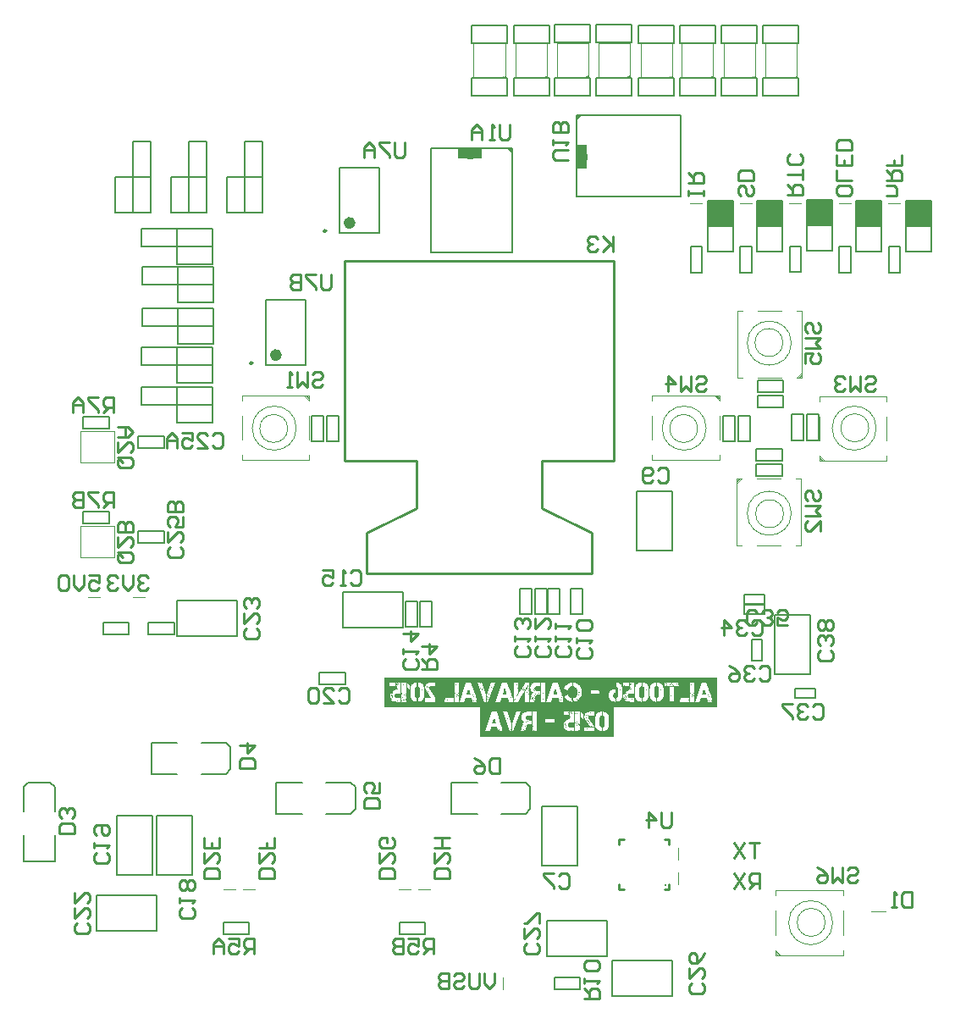
<source format=gbo>
%FSLAX24Y24*%
%MOIN*%
G70*
G01*
G75*
G04 Layer_Color=32896*
%ADD10O,0.0709X0.0118*%
%ADD11O,0.0118X0.0709*%
%ADD12R,0.0571X0.0787*%
%ADD13R,0.0571X0.0354*%
%ADD14R,0.0315X0.0591*%
%ADD15R,0.0500X0.0360*%
%ADD16R,0.0360X0.0360*%
%ADD17R,0.0360X0.0500*%
%ADD18R,0.0360X0.0360*%
%ADD19R,0.0200X0.0500*%
%ADD20O,0.0394X0.1220*%
%ADD21R,0.0394X0.1220*%
%ADD22R,0.0200X0.0250*%
%ADD23R,0.0300X0.0300*%
%ADD24R,0.0236X0.0165*%
%ADD25R,0.0600X0.1000*%
%ADD26R,0.1000X0.0600*%
%ADD27R,0.0197X0.0906*%
%ADD28R,0.0787X0.0787*%
%ADD29R,0.0787X0.0984*%
%ADD30C,0.0500*%
%ADD31R,0.1181X0.0866*%
%ADD32R,0.0300X0.0300*%
%ADD33R,0.0866X0.1181*%
%ADD34O,0.0236X0.0866*%
%ADD35R,0.0590X0.0790*%
%ADD36R,0.1500X0.0790*%
%ADD37O,0.1220X0.0394*%
%ADD38R,0.1220X0.0394*%
%ADD39R,0.0787X0.0512*%
G04:AMPARAMS|DCode=40|XSize=78.7mil|YSize=51.2mil|CornerRadius=12.8mil|HoleSize=0mil|Usage=FLASHONLY|Rotation=180.000|XOffset=0mil|YOffset=0mil|HoleType=Round|Shape=RoundedRectangle|*
%AMROUNDEDRECTD40*
21,1,0.0787,0.0256,0,0,180.0*
21,1,0.0532,0.0512,0,0,180.0*
1,1,0.0256,-0.0266,0.0128*
1,1,0.0256,0.0266,0.0128*
1,1,0.0256,0.0266,-0.0128*
1,1,0.0256,-0.0266,-0.0128*
%
%ADD40ROUNDEDRECTD40*%
%ADD41C,0.0400*%
%ADD42C,0.0100*%
%ADD43C,0.0150*%
%ADD44C,0.0120*%
%ADD45C,0.0800*%
%ADD46C,0.1000*%
%ADD47C,0.0200*%
%ADD48C,0.0300*%
%ADD49C,0.0700*%
%ADD50C,0.0500*%
%ADD51C,0.0250*%
%ADD52C,0.0600*%
%ADD53R,0.4331X0.2953*%
%ADD54R,0.2362X0.2165*%
%ADD55R,0.3740X0.2953*%
%ADD56R,0.1378X0.0984*%
%ADD57R,0.5315X0.1378*%
%ADD58R,0.0591X0.0787*%
%ADD59R,0.0800X0.0800*%
%ADD60R,0.2510X0.3090*%
%ADD61R,0.0700X0.0700*%
%ADD62C,0.0700*%
%ADD63C,0.0591*%
%ADD64C,0.0900*%
%ADD65C,0.0354*%
%ADD66C,0.1000*%
%ADD67R,0.0700X0.0700*%
%ADD68C,0.0600*%
%ADD69C,0.2500*%
%ADD70C,0.0757*%
%ADD71C,0.0512*%
%ADD72C,0.0276*%
%ADD73R,0.0433X0.0492*%
%ADD74O,0.0800X0.0240*%
%ADD75R,0.0800X0.0240*%
%ADD76O,0.0240X0.0800*%
%ADD77R,0.0240X0.0800*%
%ADD78O,0.0827X0.0177*%
%ADD79O,0.0500X0.1000*%
%ADD80R,0.0500X0.1000*%
%ADD81O,0.1000X0.0500*%
%ADD82R,0.1000X0.0500*%
%ADD83R,0.0400X0.0500*%
%ADD84R,0.0500X0.0400*%
%ADD85R,0.0492X0.0433*%
%ADD86R,0.1280X0.1280*%
G04:AMPARAMS|DCode=87|XSize=9.8mil|YSize=35.4mil|CornerRadius=2.5mil|HoleSize=0mil|Usage=FLASHONLY|Rotation=0.000|XOffset=0mil|YOffset=0mil|HoleType=Round|Shape=RoundedRectangle|*
%AMROUNDEDRECTD87*
21,1,0.0098,0.0305,0,0,0.0*
21,1,0.0049,0.0354,0,0,0.0*
1,1,0.0049,0.0025,-0.0153*
1,1,0.0049,-0.0025,-0.0153*
1,1,0.0049,-0.0025,0.0153*
1,1,0.0049,0.0025,0.0153*
%
%ADD87ROUNDEDRECTD87*%
%ADD88R,0.0098X0.0354*%
%ADD89R,0.0354X0.0098*%
%ADD90R,0.0157X0.1575*%
%ADD91O,0.0157X0.1575*%
%ADD92R,0.0906X0.0906*%
%ADD93R,0.0906X0.0906*%
%ADD94R,0.0250X0.0200*%
%ADD95R,0.0157X0.0276*%
%ADD96O,0.0157X0.0276*%
%ADD97R,0.2362X0.3543*%
%ADD98R,0.5315X0.1575*%
%ADD99C,0.0040*%
%ADD100C,0.0098*%
%ADD101C,0.0236*%
%ADD102C,0.0050*%
%ADD103C,0.0079*%
%ADD104C,0.0060*%
%ADD105C,0.0080*%
%ADD106C,0.0059*%
%ADD107R,0.0197X0.0300*%
%ADD108R,0.0996X0.1000*%
%ADD109R,0.1000X0.0996*%
%ADD110O,0.0789X0.0198*%
%ADD111O,0.0198X0.0789*%
%ADD112R,0.0651X0.0867*%
%ADD113R,0.0651X0.0434*%
%ADD114R,0.0395X0.0671*%
%ADD115R,0.0580X0.0440*%
%ADD116R,0.0440X0.0440*%
%ADD117R,0.0440X0.0580*%
%ADD118R,0.0440X0.0440*%
%ADD119R,0.0280X0.0580*%
%ADD120O,0.0474X0.1300*%
%ADD121R,0.0474X0.1300*%
%ADD122R,0.0280X0.0330*%
%ADD123R,0.0380X0.0380*%
%ADD124R,0.0316X0.0245*%
%ADD125R,0.0680X0.1080*%
%ADD126R,0.1080X0.0680*%
%ADD127R,0.0277X0.0986*%
%ADD128R,0.0867X0.0867*%
%ADD129R,0.0867X0.1064*%
%ADD130C,0.0580*%
%ADD131R,0.1261X0.0946*%
%ADD132R,0.0380X0.0380*%
%ADD133R,0.0946X0.1261*%
%ADD134O,0.0316X0.0946*%
%ADD135R,0.0670X0.0870*%
%ADD136R,0.1580X0.0870*%
%ADD137O,0.1300X0.0474*%
%ADD138R,0.1300X0.0474*%
%ADD139R,0.0867X0.0592*%
G04:AMPARAMS|DCode=140|XSize=86.7mil|YSize=59.2mil|CornerRadius=16.8mil|HoleSize=0mil|Usage=FLASHONLY|Rotation=180.000|XOffset=0mil|YOffset=0mil|HoleType=Round|Shape=RoundedRectangle|*
%AMROUNDEDRECTD140*
21,1,0.0867,0.0256,0,0,180.0*
21,1,0.0532,0.0592,0,0,180.0*
1,1,0.0336,-0.0266,0.0128*
1,1,0.0336,0.0266,0.0128*
1,1,0.0336,0.0266,-0.0128*
1,1,0.0336,-0.0266,-0.0128*
%
%ADD140ROUNDEDRECTD140*%
%ADD141R,0.0780X0.0780*%
%ADD142C,0.0780*%
%ADD143C,0.0671*%
%ADD144C,0.0980*%
%ADD145C,0.0434*%
%ADD146C,0.1080*%
%ADD147R,0.0780X0.0780*%
%ADD148C,0.0680*%
%ADD149C,0.2580*%
%ADD150C,0.0837*%
%ADD151C,0.0592*%
%ADD152C,0.0356*%
%ADD153R,0.0513X0.0572*%
%ADD154O,0.0880X0.0320*%
%ADD155R,0.0880X0.0320*%
%ADD156O,0.0320X0.0880*%
%ADD157R,0.0320X0.0880*%
%ADD158O,0.0907X0.0257*%
%ADD159O,0.0580X0.1080*%
%ADD160R,0.0580X0.1080*%
%ADD161O,0.1080X0.0580*%
%ADD162R,0.1080X0.0580*%
%ADD163R,0.0480X0.0580*%
%ADD164R,0.0580X0.0480*%
%ADD165R,0.0572X0.0513*%
%ADD166R,0.1360X0.1360*%
G04:AMPARAMS|DCode=167|XSize=17.8mil|YSize=43.4mil|CornerRadius=6.5mil|HoleSize=0mil|Usage=FLASHONLY|Rotation=0.000|XOffset=0mil|YOffset=0mil|HoleType=Round|Shape=RoundedRectangle|*
%AMROUNDEDRECTD167*
21,1,0.0178,0.0305,0,0,0.0*
21,1,0.0049,0.0434,0,0,0.0*
1,1,0.0129,0.0025,-0.0153*
1,1,0.0129,-0.0025,-0.0153*
1,1,0.0129,-0.0025,0.0153*
1,1,0.0129,0.0025,0.0153*
%
%ADD167ROUNDEDRECTD167*%
%ADD168R,0.0178X0.0434*%
%ADD169R,0.0434X0.0178*%
%ADD170R,0.0237X0.1655*%
%ADD171O,0.0237X0.1655*%
%ADD172R,0.0986X0.0986*%
%ADD173R,0.0986X0.0986*%
%ADD174R,0.0330X0.0280*%
%ADD175R,0.0237X0.0356*%
%ADD176O,0.0237X0.0356*%
%ADD177C,0.0079*%
%ADD178C,0.0039*%
%ADD179R,0.0925X0.0407*%
%ADD180R,0.0407X0.0925*%
G36*
X30430Y11644D02*
X26370D01*
Y10494D01*
X21086D01*
Y11644D01*
X17343D01*
Y12830D01*
X30430D01*
Y11644D01*
D02*
G37*
%LPC*%
G36*
X22165Y12625D02*
X21969D01*
X21702Y11870D01*
X21896D01*
Y11872D01*
X21899Y11877D01*
X21901Y11884D01*
X21903Y11896D01*
X21906Y11907D01*
X21911Y11921D01*
X21920Y11950D01*
X21929Y11979D01*
X21933Y11993D01*
X21936Y12006D01*
X21940Y12016D01*
X21943Y12023D01*
X21945Y12028D01*
X21947Y12030D01*
X22156D01*
X22116Y12170D01*
X21987D01*
Y12172D01*
X21989Y12174D01*
X21990Y12180D01*
X21993Y12189D01*
X21996Y12200D01*
X22001Y12216D01*
X22006Y12232D01*
X22012Y12250D01*
X22017Y12271D01*
X22024Y12292D01*
X22031Y12316D01*
X22043Y12361D01*
X22055Y12408D01*
X22061Y12430D01*
X22065Y12451D01*
X22069D01*
Y12449D01*
X22070Y12445D01*
Y12441D01*
X22072Y12433D01*
X22074Y12422D01*
X22077Y12409D01*
X22082Y12391D01*
X22084Y12380D01*
X22087Y12369D01*
X22091Y12357D01*
X22094Y12342D01*
X22099Y12328D01*
X22103Y12311D01*
X22109Y12293D01*
X22113Y12274D01*
X22120Y12253D01*
X22125Y12231D01*
X22133Y12207D01*
X22140Y12182D01*
X22147Y12154D01*
X22156Y12126D01*
X22165Y12094D01*
X22175Y12062D01*
Y12061D01*
X22176Y12058D01*
X22179Y12052D01*
X22180Y12046D01*
X22183Y12037D01*
X22185Y12028D01*
X22192Y12007D01*
X22199Y11986D01*
X22205Y11966D01*
X22209Y11957D01*
X22212Y11949D01*
X22214Y11943D01*
X22216Y11939D01*
X22221D01*
Y11933D01*
X22216Y11926D01*
X22232Y11870D01*
X22234D01*
X22242Y11872D01*
X22256Y11870D01*
X22270D01*
X22277Y11872D01*
X22291Y11870D01*
X22325D01*
X22342Y11872D01*
X22350Y11870D01*
Y11872D01*
X22353Y11870D01*
X22384D01*
Y11904D01*
X22382Y11921D01*
X22384Y11929D01*
X22382Y11926D01*
X22380D01*
X22376Y11929D01*
Y11931D01*
X22384D01*
Y11966D01*
X22380Y11971D01*
X22374D01*
X22365Y11969D01*
Y11971D01*
X22369Y11979D01*
X22374D01*
X22376Y11977D01*
X22384Y11979D01*
X22382Y12001D01*
X22380D01*
X22357Y12070D01*
X22350Y12066D01*
X22347Y12068D01*
Y12070D01*
X22355Y12077D01*
X22340Y12124D01*
X22336D01*
Y12127D01*
X22321Y12178D01*
X22310D01*
Y12172D01*
X22302D01*
Y12181D01*
X22307Y12189D01*
X22302Y12204D01*
X22304Y12208D01*
X22307D01*
Y12207D01*
Y12204D01*
Y12199D01*
X22310Y12192D01*
X22311Y12190D01*
X22312Y12189D01*
X22315D01*
X22256Y12366D01*
X22253D01*
Y12360D01*
X22249D01*
X22253Y12368D01*
Y12369D01*
X22252Y12371D01*
X22251Y12379D01*
X22246Y12387D01*
X22244Y12389D01*
X22242Y12390D01*
X22245Y12392D01*
Y12395D01*
X22165Y12625D01*
D02*
G37*
G36*
X24803Y11478D02*
X24792D01*
X24791Y11473D01*
X24788D01*
X24784Y11478D01*
X24734D01*
Y11473D01*
X24755D01*
Y11463D01*
X24772D01*
X24774Y11460D01*
X24778D01*
Y11459D01*
X24777Y11457D01*
X24773Y11453D01*
X24767Y11452D01*
X24763Y11437D01*
X24761Y11439D01*
X24759D01*
X24761Y11441D01*
Y11447D01*
X24753Y11455D01*
X24742Y11458D01*
Y11465D01*
X24740Y11463D01*
X24734D01*
X24730Y11478D01*
X24725D01*
X24719Y11473D01*
Y11478D01*
X24691D01*
Y11468D01*
X24694Y11455D01*
X24693D01*
X24690Y11454D01*
X24688Y11453D01*
X24687Y11450D01*
Y11439D01*
X24694Y11437D01*
Y11438D01*
X24695Y11440D01*
X24699Y11447D01*
X24705Y11452D01*
X24710Y11454D01*
X24715Y11455D01*
Y11452D01*
X24714D01*
X24713Y11451D01*
X24709Y11447D01*
X24704Y11441D01*
X24702Y11438D01*
Y11433D01*
X24708Y11428D01*
X24710Y11431D01*
X24723D01*
Y11415D01*
Y11414D01*
X24724Y11412D01*
X24727Y11410D01*
X24731Y11409D01*
Y11404D01*
X24729D01*
X24723Y11402D01*
X24720Y11400D01*
X24718Y11398D01*
X24717Y11393D01*
X24715Y11388D01*
X24713Y11391D01*
X24710D01*
X24687Y11385D01*
X24683Y11388D01*
Y11383D01*
X24684D01*
X24687Y11382D01*
X24690Y11381D01*
X24691Y11377D01*
Y11369D01*
X24687D01*
Y11374D01*
X24672Y11372D01*
X24668D01*
Y11374D01*
X24672D01*
Y11380D01*
X24662Y11383D01*
Y11369D01*
X24670D01*
Y11359D01*
X24668Y11355D01*
Y11353D01*
X24669Y11352D01*
X24672Y11350D01*
X24677Y11344D01*
X24678Y11337D01*
X24687D01*
X24694Y11344D01*
X24689Y11351D01*
X24694Y11367D01*
X24700D01*
Y11355D01*
X24702D01*
X24708Y11361D01*
X24704Y11363D01*
Y11367D01*
X24710D01*
X24727Y11361D01*
Y11355D01*
X24723D01*
X24721Y11354D01*
X24717Y11353D01*
X24711Y11351D01*
X24705Y11348D01*
X24699Y11343D01*
X24691Y11337D01*
Y11315D01*
X24687D01*
Y11317D01*
X24685Y11320D01*
X24682Y11326D01*
X24675Y11332D01*
X24672Y11329D01*
X24659D01*
X24664Y11348D01*
Y11349D01*
X24662Y11353D01*
X24659Y11357D01*
X24655Y11360D01*
X24650Y11364D01*
X24643Y11369D01*
Y11372D01*
X24632D01*
Y11351D01*
X24638Y11332D01*
X24632D01*
Y11321D01*
X24638D01*
Y11329D01*
X24641D01*
X24648Y11328D01*
X24655Y11324D01*
X24658Y11322D01*
X24659Y11319D01*
Y11315D01*
X24657D01*
Y11321D01*
X24655D01*
X24653Y11320D01*
X24645Y11318D01*
X24639Y11312D01*
X24637Y11308D01*
X24635Y11302D01*
X24645Y11294D01*
X24662D01*
X24659Y11308D01*
Y11312D01*
X24662D01*
Y11311D01*
X24663Y11308D01*
X24664Y11303D01*
X24668Y11302D01*
X24662Y11278D01*
X24668Y11272D01*
Y11270D01*
X24667D01*
X24663Y11269D01*
X24660Y11268D01*
X24659Y11264D01*
X24657Y11268D01*
X24654D01*
X24645Y11260D01*
Y11257D01*
X24648D01*
X24652Y11256D01*
X24657Y11252D01*
X24658Y11249D01*
X24659Y11245D01*
X24657Y11243D01*
X24659Y11240D01*
X24662Y11243D01*
X24670D01*
X24683Y11240D01*
X24687Y11257D01*
X24689D01*
X24690Y11256D01*
X24694Y11253D01*
X24699Y11250D01*
X24704Y11249D01*
Y11243D01*
X24694Y11240D01*
X24702Y11217D01*
X24701D01*
X24698Y11214D01*
X24697Y11212D01*
X24694Y11210D01*
X24693Y11206D01*
X24691Y11200D01*
X24697Y11192D01*
X24710Y11198D01*
X24713Y11196D01*
X24710Y11187D01*
X24691D01*
Y11189D01*
X24690D01*
X24687Y11190D01*
X24684Y11192D01*
X24683Y11198D01*
X24672Y11203D01*
X24662Y11200D01*
Y11201D01*
X24661Y11202D01*
X24659Y11207D01*
X24655Y11211D01*
X24651Y11213D01*
X24649Y11211D01*
X24645D01*
X24638Y11221D01*
X24654Y11224D01*
Y11243D01*
X24652D01*
X24649Y11244D01*
X24645Y11247D01*
X24643Y11251D01*
X24632D01*
Y11221D01*
X24635Y11198D01*
X24634Y11191D01*
X24617D01*
X24613Y11190D01*
X24609Y11189D01*
X24599Y11187D01*
X24584Y11182D01*
X24569Y11178D01*
X24552Y11170D01*
X24535Y11162D01*
X24520Y11152D01*
X24522D01*
Y11144D01*
X24520D01*
X24517Y11143D01*
X24513Y11141D01*
X24508Y11138D01*
X24502Y11132D01*
X24495Y11126D01*
X24488Y11117D01*
Y11116D01*
X24485Y11114D01*
X24482Y11112D01*
X24479Y11111D01*
X24473D01*
X24471Y11109D01*
X24464Y11104D01*
X24459Y11097D01*
X24457Y11092D01*
X24455Y11087D01*
X24454D01*
X24450Y11086D01*
X24443Y11082D01*
X24435Y11078D01*
X24427Y11068D01*
X24421Y11062D01*
X24415Y11054D01*
X24410Y11047D01*
X24404Y11036D01*
X24399Y11024D01*
X24393Y11011D01*
X24397Y11009D01*
X24395Y11008D01*
X24393Y11007D01*
X24391Y11004D01*
X24389Y10999D01*
X24387Y10992D01*
X24384Y10982D01*
X24383Y10969D01*
X24384D01*
X24387Y10968D01*
X24390Y10967D01*
X24391Y10963D01*
X24389Y10962D01*
X24385Y10959D01*
X24382Y10953D01*
X24380Y10944D01*
X24383D01*
X24380Y10942D01*
Y10941D01*
Y10940D01*
Y10937D01*
X24381Y10932D01*
X24382Y10922D01*
X24384Y10910D01*
X24387Y10898D01*
X24390Y10888D01*
X24392Y10883D01*
X24394Y10881D01*
X24397Y10879D01*
X24399Y10878D01*
X24393Y10867D01*
X24399Y10856D01*
X24418Y10859D01*
X24420D01*
X24429Y10853D01*
X24431Y10854D01*
X24435Y10856D01*
X24440Y10859D01*
X24441Y10860D01*
X24442Y10862D01*
Y10864D01*
X24439Y10867D01*
Y10870D01*
X24442D01*
X24455Y10864D01*
Y10859D01*
Y10858D01*
X24453Y10856D01*
X24451Y10853D01*
X24448Y10851D01*
X24443Y10850D01*
X24437Y10848D01*
Y10840D01*
X24444Y10832D01*
X24458D01*
X24463Y10827D01*
Y10821D01*
X24461D01*
X24455Y10819D01*
X24451Y10816D01*
X24445Y10812D01*
X24439Y10807D01*
X24431Y10800D01*
X24433Y10798D01*
X24438Y10792D01*
X24445Y10784D01*
X24455Y10776D01*
X24467Y10767D01*
X24479Y10759D01*
X24490Y10753D01*
X24495Y10752D01*
X24501Y10751D01*
X24502Y10750D01*
X24503Y10749D01*
X24505Y10748D01*
X24511Y10746D01*
X24518Y10742D01*
X24528Y10738D01*
X24541Y10732D01*
X24542D01*
X24545Y10734D01*
X24548Y10737D01*
X24550Y10739D01*
X24553Y10743D01*
X24557Y10749D01*
X24564Y10747D01*
Y10749D01*
X24568Y10757D01*
X24564Y10764D01*
X24579D01*
X24587Y10771D01*
Y10768D01*
X24585Y10767D01*
X24583Y10764D01*
X24581Y10760D01*
X24578Y10754D01*
X24571Y10741D01*
X24569Y10732D01*
X24568Y10724D01*
X24613Y10722D01*
X24618D01*
X24619Y10724D01*
X24620Y10727D01*
Y10729D01*
X24621Y10733D01*
Y10739D01*
X24622D01*
X24624Y10740D01*
X24628Y10744D01*
X24629Y10747D01*
Y10751D01*
X24632D01*
Y10736D01*
X24634D01*
X24640Y10734D01*
X24645Y10732D01*
X24647Y10731D01*
X24648Y10730D01*
X24645Y10722D01*
X24648Y10720D01*
X24799D01*
X24803Y10724D01*
Y10856D01*
X24799Y10862D01*
X24691D01*
X24680Y10853D01*
X24678D01*
X24680Y10856D01*
Y10859D01*
X24664Y10864D01*
X24657D01*
Y10863D01*
X24655Y10860D01*
X24654Y10857D01*
X24651Y10856D01*
X24645D01*
Y10858D01*
X24643Y10861D01*
X24641Y10863D01*
X24638Y10864D01*
X24633Y10867D01*
X24627D01*
X24587Y10883D01*
X24584Y10864D01*
Y10856D01*
X24579D01*
Y10854D01*
X24577Y10851D01*
X24574Y10849D01*
X24571Y10847D01*
X24567Y10843D01*
X24560Y10840D01*
X24544D01*
Y10851D01*
X24545D01*
X24548Y10852D01*
X24551Y10853D01*
X24552Y10856D01*
Y10864D01*
X24549Y10878D01*
X24543D01*
X24541Y10877D01*
X24540Y10873D01*
X24539Y10867D01*
X24535D01*
X24533Y10880D01*
X24562Y10897D01*
X24568Y10902D01*
Y10910D01*
Y10912D01*
X24567Y10917D01*
X24563Y10926D01*
X24557Y10937D01*
Y10969D01*
X24554Y10971D01*
X24571Y11011D01*
X24560Y11007D01*
X24557Y11009D01*
Y11017D01*
X24575D01*
X24587Y11028D01*
X24584Y11031D01*
Y11033D01*
X24587D01*
X24594Y11031D01*
X24595Y11032D01*
X24598Y11034D01*
X24602Y11037D01*
X24610Y11040D01*
X24622Y11043D01*
X24629Y11044D01*
X24638Y11047D01*
X24648Y11048D01*
X24659D01*
X24671Y11049D01*
X24799D01*
X24803Y11054D01*
Y11181D01*
Y11253D01*
X24799D01*
Y11252D01*
Y11251D01*
X24798Y11245D01*
X24797Y11240D01*
X24795Y11239D01*
X24793Y11238D01*
X24788Y11243D01*
Y11249D01*
Y11250D01*
X24790Y11252D01*
X24794Y11256D01*
X24798Y11258D01*
X24803Y11260D01*
Y11342D01*
X24785Y11340D01*
X24783D01*
Y11342D01*
X24803Y11351D01*
Y11383D01*
X24795D01*
Y11388D01*
X24797D01*
X24799Y11389D01*
X24802Y11390D01*
X24803Y11393D01*
Y11478D01*
D02*
G37*
G36*
X20742Y12625D02*
X20545D01*
X20279Y11870D01*
X20473D01*
Y11872D01*
X20475Y11877D01*
X20478Y11884D01*
X20480Y11896D01*
X20483Y11907D01*
X20488Y11921D01*
X20497Y11950D01*
X20505Y11979D01*
X20510Y11993D01*
X20513Y12006D01*
X20517Y12016D01*
X20520Y12023D01*
X20522Y12028D01*
X20524Y12030D01*
X20733D01*
X20693Y12170D01*
X20564D01*
Y12172D01*
X20565Y12174D01*
X20567Y12180D01*
X20570Y12189D01*
X20573Y12200D01*
X20578Y12216D01*
X20583Y12232D01*
X20589Y12250D01*
X20594Y12271D01*
X20601Y12292D01*
X20608Y12316D01*
X20620Y12361D01*
X20632Y12408D01*
X20638Y12430D01*
X20642Y12451D01*
X20645D01*
Y12449D01*
X20647Y12445D01*
Y12441D01*
X20649Y12433D01*
X20651Y12422D01*
X20654Y12409D01*
X20659Y12391D01*
X20661Y12380D01*
X20664Y12369D01*
X20668Y12357D01*
X20671Y12342D01*
X20675Y12328D01*
X20680Y12311D01*
X20685Y12293D01*
X20690Y12274D01*
X20697Y12253D01*
X20702Y12231D01*
X20710Y12207D01*
X20717Y12182D01*
X20724Y12154D01*
X20733Y12126D01*
X20742Y12094D01*
X20752Y12062D01*
Y12061D01*
X20753Y12058D01*
X20755Y12052D01*
X20756Y12046D01*
X20760Y12037D01*
X20762Y12028D01*
X20769Y12007D01*
X20775Y11986D01*
X20782Y11966D01*
X20785Y11957D01*
X20789Y11949D01*
X20791Y11943D01*
X20793Y11939D01*
X20798D01*
Y11933D01*
X20793Y11926D01*
X20809Y11870D01*
X20811D01*
X20819Y11872D01*
X20833Y11870D01*
X20846D01*
X20854Y11872D01*
X20868Y11870D01*
X20902D01*
X20919Y11872D01*
X20926Y11870D01*
Y11872D01*
X20930Y11870D01*
X20961D01*
Y11904D01*
X20959Y11921D01*
X20961Y11929D01*
X20959Y11926D01*
X20956D01*
X20953Y11929D01*
Y11931D01*
X20961D01*
Y11966D01*
X20956Y11971D01*
X20951D01*
X20942Y11969D01*
Y11971D01*
X20945Y11979D01*
X20951D01*
X20953Y11977D01*
X20961Y11979D01*
X20959Y12001D01*
X20956D01*
X20934Y12070D01*
X20926Y12066D01*
X20924Y12068D01*
Y12070D01*
X20932Y12077D01*
X20916Y12124D01*
X20913D01*
Y12127D01*
X20898Y12178D01*
X20886D01*
Y12172D01*
X20879D01*
Y12181D01*
X20884Y12189D01*
X20879Y12204D01*
X20881Y12208D01*
X20884D01*
Y12207D01*
Y12204D01*
Y12199D01*
X20886Y12192D01*
X20888Y12190D01*
X20889Y12189D01*
X20892D01*
X20833Y12366D01*
X20830D01*
Y12360D01*
X20825D01*
X20830Y12368D01*
Y12369D01*
X20829Y12371D01*
X20828Y12379D01*
X20823Y12387D01*
X20821Y12389D01*
X20819Y12390D01*
X20822Y12392D01*
Y12395D01*
X20742Y12625D01*
D02*
G37*
G36*
X24664Y11478D02*
X24650D01*
X24654Y11471D01*
X24651Y11468D01*
X24645D01*
X24643Y11477D01*
Y11478D01*
X24632D01*
Y11431D01*
X24638D01*
X24643Y11437D01*
X24640D01*
X24643Y11444D01*
X24649D01*
Y11431D01*
Y11430D01*
X24651Y11429D01*
X24655Y11427D01*
X24659Y11425D01*
X24664D01*
Y11423D01*
X24645Y11418D01*
Y11412D01*
X24649Y11409D01*
Y11407D01*
X24645Y11404D01*
X24647Y11403D01*
X24651Y11400D01*
X24655Y11395D01*
X24659Y11388D01*
X24660D01*
X24661Y11389D01*
X24663Y11391D01*
X24665Y11394D01*
X24669Y11400D01*
X24672Y11407D01*
X24675Y11415D01*
X24678D01*
X24681Y11401D01*
X24680D01*
X24677Y11400D01*
X24673Y11399D01*
X24672Y11395D01*
X24687Y11393D01*
X24700Y11401D01*
X24702D01*
Y11409D01*
X24697Y11415D01*
X24683D01*
Y11418D01*
X24682Y11422D01*
X24680Y11428D01*
X24675Y11433D01*
X24678D01*
X24675Y11437D01*
Y11439D01*
X24681Y11455D01*
X24672Y11460D01*
X24664Y11452D01*
X24662D01*
X24657Y11458D01*
Y11459D01*
Y11460D01*
X24658Y11465D01*
X24660Y11472D01*
X24664Y11478D01*
D02*
G37*
G36*
X30011Y12625D02*
X29814D01*
X29548Y11870D01*
X29742D01*
Y11872D01*
X29744Y11877D01*
X29747Y11884D01*
X29749Y11896D01*
X29752Y11907D01*
X29757Y11921D01*
X29766Y11950D01*
X29774Y11979D01*
X29779Y11993D01*
X29782Y12006D01*
X29786Y12016D01*
X29789Y12023D01*
X29791Y12028D01*
X29793Y12030D01*
X30002D01*
X29962Y12170D01*
X29833D01*
Y12172D01*
X29834Y12174D01*
X29836Y12180D01*
X29839Y12189D01*
X29842Y12200D01*
X29847Y12216D01*
X29852Y12232D01*
X29858Y12250D01*
X29863Y12271D01*
X29870Y12292D01*
X29877Y12316D01*
X29889Y12361D01*
X29901Y12408D01*
X29907Y12430D01*
X29911Y12451D01*
X29914D01*
Y12449D01*
X29916Y12445D01*
Y12441D01*
X29918Y12433D01*
X29920Y12422D01*
X29923Y12409D01*
X29928Y12391D01*
X29930Y12380D01*
X29933Y12369D01*
X29937Y12357D01*
X29940Y12342D01*
X29944Y12328D01*
X29949Y12311D01*
X29954Y12293D01*
X29959Y12274D01*
X29966Y12253D01*
X29971Y12231D01*
X29979Y12207D01*
X29986Y12182D01*
X29993Y12154D01*
X30002Y12126D01*
X30011Y12094D01*
X30021Y12062D01*
Y12061D01*
X30022Y12058D01*
X30024Y12052D01*
X30026Y12046D01*
X30029Y12037D01*
X30031Y12028D01*
X30038Y12007D01*
X30044Y11986D01*
X30051Y11966D01*
X30054Y11957D01*
X30058Y11949D01*
X30060Y11943D01*
X30062Y11939D01*
X30067D01*
Y11933D01*
X30062Y11926D01*
X30078Y11870D01*
X30080D01*
X30088Y11872D01*
X30102Y11870D01*
X30116D01*
X30123Y11872D01*
X30137Y11870D01*
X30171D01*
X30188Y11872D01*
X30196Y11870D01*
Y11872D01*
X30199Y11870D01*
X30230D01*
Y11904D01*
X30228Y11921D01*
X30230Y11929D01*
X30228Y11926D01*
X30226D01*
X30222Y11929D01*
Y11931D01*
X30230D01*
Y11966D01*
X30226Y11971D01*
X30220D01*
X30211Y11969D01*
Y11971D01*
X30214Y11979D01*
X30220D01*
X30222Y11977D01*
X30230Y11979D01*
X30228Y12001D01*
X30226D01*
X30203Y12070D01*
X30196Y12066D01*
X30193Y12068D01*
Y12070D01*
X30201Y12077D01*
X30186Y12124D01*
X30182D01*
Y12127D01*
X30167Y12178D01*
X30156D01*
Y12172D01*
X30148D01*
Y12181D01*
X30153Y12189D01*
X30148Y12204D01*
X30150Y12208D01*
X30153D01*
Y12207D01*
Y12204D01*
Y12199D01*
X30156Y12192D01*
X30157Y12190D01*
X30158Y12189D01*
X30161D01*
X30102Y12366D01*
X30099D01*
Y12360D01*
X30094D01*
X30099Y12368D01*
Y12369D01*
X30098Y12371D01*
X30097Y12379D01*
X30092Y12387D01*
X30090Y12389D01*
X30088Y12390D01*
X30091Y12392D01*
Y12395D01*
X30011Y12625D01*
D02*
G37*
G36*
X24597Y11478D02*
X24533D01*
X24528Y11472D01*
X24533Y11467D01*
Y11458D01*
X24529D01*
X24525Y11460D01*
X24524Y11462D01*
X24523Y11467D01*
X24522Y11471D01*
Y11478D01*
X24477D01*
X24474Y11474D01*
X24471Y11478D01*
X24437D01*
Y11475D01*
X24434Y11471D01*
X24432Y11467D01*
X24431Y11465D01*
X24429Y11464D01*
X24425Y11467D01*
X24423D01*
X24425Y11469D01*
Y11478D01*
X24380D01*
Y11415D01*
X24388Y11408D01*
X24380D01*
Y11338D01*
X24482D01*
X24490Y11343D01*
X24498Y11338D01*
X24597D01*
X24603Y11343D01*
Y11364D01*
X24600Y11368D01*
X24603Y11370D01*
Y11453D01*
X24597D01*
Y11461D01*
X24603D01*
Y11472D01*
X24597Y11478D01*
D02*
G37*
G36*
X24575Y10899D02*
X24573D01*
Y10898D01*
X24571Y10893D01*
X24569Y10890D01*
X24565Y10886D01*
X24561Y10881D01*
X24554Y10876D01*
X24555Y10873D01*
X24558Y10870D01*
X24563Y10867D01*
X24568Y10864D01*
X24573D01*
Y10866D01*
X24575Y10867D01*
X24580Y10873D01*
X24584Y10882D01*
X24585Y10887D01*
X24587Y10891D01*
X24575Y10899D01*
D02*
G37*
G36*
X24158Y12625D02*
X23962D01*
X23695Y11870D01*
X23890D01*
Y11872D01*
X23892Y11877D01*
X23894Y11884D01*
X23896Y11896D01*
X23900Y11907D01*
X23904Y11921D01*
X23913Y11950D01*
X23922Y11979D01*
X23926Y11993D01*
X23930Y12006D01*
X23933Y12016D01*
X23936Y12023D01*
X23938Y12028D01*
X23941Y12030D01*
X24149D01*
X24109Y12170D01*
X23981D01*
Y12172D01*
X23982Y12174D01*
X23983Y12180D01*
X23986Y12189D01*
X23990Y12200D01*
X23994Y12216D01*
X24000Y12232D01*
X24005Y12250D01*
X24011Y12271D01*
X24017Y12292D01*
X24024Y12316D01*
X24036Y12361D01*
X24048Y12408D01*
X24054Y12430D01*
X24058Y12451D01*
X24062D01*
Y12449D01*
X24063Y12445D01*
Y12441D01*
X24065Y12433D01*
X24067Y12422D01*
X24071Y12409D01*
X24075Y12391D01*
X24077Y12380D01*
X24081Y12369D01*
X24084Y12357D01*
X24087Y12342D01*
X24092Y12328D01*
X24096Y12311D01*
X24102Y12293D01*
X24106Y12274D01*
X24113Y12253D01*
X24118Y12231D01*
X24126Y12207D01*
X24133Y12182D01*
X24141Y12154D01*
X24149Y12126D01*
X24158Y12094D01*
X24168Y12062D01*
Y12061D01*
X24169Y12058D01*
X24172Y12052D01*
X24173Y12046D01*
X24176Y12037D01*
X24178Y12028D01*
X24185Y12007D01*
X24192Y11986D01*
X24198Y11966D01*
X24202Y11957D01*
X24205Y11949D01*
X24207Y11943D01*
X24209Y11939D01*
X24214D01*
Y11933D01*
X24209Y11926D01*
X24225Y11870D01*
X24227D01*
X24235Y11872D01*
X24249Y11870D01*
X24263D01*
X24271Y11872D01*
X24284Y11870D01*
X24318D01*
X24335Y11872D01*
X24343Y11870D01*
Y11872D01*
X24346Y11870D01*
X24377D01*
Y11904D01*
X24375Y11921D01*
X24377Y11929D01*
X24375Y11926D01*
X24373D01*
X24369Y11929D01*
Y11931D01*
X24377D01*
Y11966D01*
X24373Y11971D01*
X24367D01*
X24358Y11969D01*
Y11971D01*
X24362Y11979D01*
X24367D01*
X24369Y11977D01*
X24377Y11979D01*
X24375Y12001D01*
X24373D01*
X24351Y12070D01*
X24343Y12066D01*
X24341Y12068D01*
Y12070D01*
X24348Y12077D01*
X24333Y12124D01*
X24329D01*
Y12127D01*
X24314Y12178D01*
X24303D01*
Y12172D01*
X24295D01*
Y12181D01*
X24301Y12189D01*
X24295Y12204D01*
X24297Y12208D01*
X24301D01*
Y12207D01*
Y12204D01*
Y12199D01*
X24303Y12192D01*
X24304Y12190D01*
X24305Y12189D01*
X24308D01*
X24249Y12366D01*
X24246D01*
Y12360D01*
X24242D01*
X24246Y12368D01*
Y12369D01*
X24245Y12371D01*
X24244Y12379D01*
X24239Y12387D01*
X24237Y12389D01*
X24235Y12390D01*
X24238Y12392D01*
Y12395D01*
X24158Y12625D01*
D02*
G37*
G36*
X29053Y11882D02*
X29046D01*
X29035Y11874D01*
X29040Y11870D01*
X29063D01*
Y11872D01*
X29053Y11882D01*
D02*
G37*
G36*
X23540Y12630D02*
X23537Y12628D01*
X23508D01*
X23503Y12622D01*
Y12319D01*
X23505Y12308D01*
X23503Y12300D01*
X23505D01*
X23503Y12298D01*
Y12209D01*
X23505Y12206D01*
X23503Y12203D01*
Y11876D01*
X23508Y11870D01*
X23524D01*
Y11879D01*
X23530D01*
Y11878D01*
X23531Y11874D01*
X23532Y11871D01*
X23535Y11870D01*
X23621D01*
Y11879D01*
X23626D01*
Y11870D01*
X23670D01*
X23674Y11876D01*
Y12622D01*
X23670Y12628D01*
X23543D01*
X23540Y12630D01*
D02*
G37*
G36*
X29120Y11897D02*
X29115Y11891D01*
X29117Y11889D01*
X29120Y11884D01*
X29123Y11878D01*
X29126Y11870D01*
X29131D01*
X29145Y11874D01*
Y11880D01*
X29142D01*
Y11881D01*
X29141Y11882D01*
X29137Y11889D01*
X29130Y11894D01*
X29126Y11896D01*
X29120Y11897D01*
D02*
G37*
G36*
X24566Y12150D02*
X24418Y12071D01*
X24419Y12069D01*
X24422Y12063D01*
X24426Y12056D01*
X24433Y12044D01*
X24439Y12031D01*
X24448Y12017D01*
X24459Y12001D01*
X24471Y11984D01*
X24472Y11983D01*
X24476Y11980D01*
X24482Y11974D01*
X24491Y11967D01*
X24502Y11958D01*
X24514Y11948D01*
X24528Y11938D01*
X24545Y11928D01*
X24563Y11917D01*
X24583Y11907D01*
X24604Y11897D01*
X24626Y11888D01*
X24649Y11881D01*
X24674Y11874D01*
X24698Y11871D01*
X24725Y11870D01*
Y11874D01*
X24724D01*
X24721Y11876D01*
X24718Y11877D01*
X24717Y11880D01*
X24727D01*
Y11916D01*
X24722D01*
Y11931D01*
X24715D01*
X24706Y11926D01*
X24704D01*
X24694Y11931D01*
X24709Y11952D01*
Y11962D01*
Y11963D01*
Y11967D01*
X24708Y11971D01*
X24707Y11976D01*
X24704Y11981D01*
X24701Y11987D01*
X24695Y11990D01*
X24688Y11992D01*
X24692Y11994D01*
X24688Y11998D01*
Y12008D01*
X24702Y12006D01*
Y12013D01*
X24678Y12018D01*
Y12016D01*
X24681Y12013D01*
Y12010D01*
X24676D01*
X24675Y12012D01*
X24674Y12014D01*
X24671Y12018D01*
X24666Y12022D01*
X24658Y12028D01*
X24648Y12034D01*
X24635Y12041D01*
X24634Y12042D01*
X24631Y12046D01*
X24625Y12050D01*
X24619Y12054D01*
X24614Y12060D01*
X24608Y12066D01*
X24605Y12071D01*
X24604Y12074D01*
X24586D01*
Y12078D01*
X24588Y12080D01*
Y12082D01*
X24592Y12080D01*
X24596D01*
Y12082D01*
Y12083D01*
X24593Y12087D01*
X24591Y12089D01*
X24586Y12091D01*
X24581Y12096D01*
X24573Y12100D01*
Y12108D01*
X24576Y12120D01*
X24573Y12123D01*
X24568D01*
X24566Y12120D01*
X24563Y12123D01*
X24559D01*
X24556Y12122D01*
X24554Y12120D01*
X24553Y12116D01*
X24551D01*
Y12126D01*
X24564D01*
X24565Y12127D01*
X24567Y12129D01*
X24568Y12133D01*
X24566Y12150D01*
D02*
G37*
G36*
X19784Y11882D02*
X19777D01*
X19765Y11874D01*
X19771Y11870D01*
X19794D01*
Y11872D01*
X19784Y11882D01*
D02*
G37*
G36*
X23046Y11856D02*
X23033D01*
X23027Y11850D01*
X23033Y11844D01*
X23046D01*
X23052Y11850D01*
X23046Y11856D01*
D02*
G37*
G36*
X21680Y12625D02*
X21515D01*
X21349Y12166D01*
Y11999D01*
X21350Y11997D01*
X21349D01*
Y11870D01*
X21403D01*
X21680Y12625D01*
D02*
G37*
G36*
X19851Y11897D02*
X19845Y11891D01*
X19848Y11889D01*
X19851Y11884D01*
X19854Y11878D01*
X19857Y11870D01*
X19862D01*
X19875Y11874D01*
Y11880D01*
X19873D01*
Y11881D01*
X19872Y11882D01*
X19868Y11889D01*
X19861Y11894D01*
X19857Y11896D01*
X19851Y11897D01*
D02*
G37*
G36*
X24022Y11187D02*
X23958D01*
X23953Y11181D01*
X23958Y11176D01*
Y11167D01*
X23954D01*
X23951Y11169D01*
X23950Y11171D01*
X23949Y11176D01*
X23948Y11180D01*
Y11187D01*
X23902D01*
X23900Y11183D01*
X23897Y11187D01*
X23862D01*
Y11184D01*
X23860Y11180D01*
X23858Y11176D01*
X23856Y11174D01*
X23853Y11173D01*
X23851Y11176D01*
X23849D01*
X23851Y11178D01*
Y11187D01*
X23784D01*
Y11178D01*
X23781Y11181D01*
X23779Y11178D01*
X23773D01*
Y11181D01*
X23777Y11183D01*
Y11187D01*
X23680D01*
X23674Y11181D01*
Y11052D01*
X23680Y11047D01*
X23749D01*
Y11054D01*
X23750D01*
X23751Y11053D01*
X23753Y11051D01*
X23754Y11047D01*
X23908D01*
X23916Y11052D01*
X23923Y11047D01*
X24022D01*
X24028Y11052D01*
Y11073D01*
X24026Y11077D01*
X24028Y11079D01*
Y11162D01*
X24022D01*
Y11170D01*
X24028D01*
Y11181D01*
X24022Y11187D01*
D02*
G37*
G36*
X28720Y12226D02*
X28715D01*
Y12224D01*
X28713Y12221D01*
X28710Y12217D01*
X28703Y12212D01*
Y12211D01*
Y12210D01*
X28706Y12204D01*
X28709Y12200D01*
X28713Y12198D01*
X28718Y12197D01*
Y12199D01*
X28720Y12201D01*
Y12226D01*
D02*
G37*
G36*
X25689Y11434D02*
X25683D01*
Y11433D01*
X25682Y11432D01*
X25680Y11430D01*
X25675Y11429D01*
Y11421D01*
X25682D01*
X25683Y11422D01*
X25685Y11424D01*
X25686Y11429D01*
X25689D01*
Y11424D01*
X25696D01*
X25689Y11434D01*
D02*
G37*
G36*
X24722Y11990D02*
X24717D01*
X24719Y11977D01*
X24722D01*
X24727Y11982D01*
Y11984D01*
X24722Y11990D01*
D02*
G37*
G36*
X18173Y12628D02*
X18012D01*
X18008Y12622D01*
Y12560D01*
X18012Y12554D01*
X18018D01*
Y12555D01*
X18019Y12559D01*
X18023Y12564D01*
X18027Y12568D01*
X18031Y12571D01*
Y12575D01*
X18035D01*
X18037Y12573D01*
X18039D01*
X18023Y12549D01*
X18037Y12539D01*
X18035D01*
X18010Y12552D01*
X18008Y12549D01*
Y12213D01*
X18020D01*
X18035Y12222D01*
Y12220D01*
X18036Y12217D01*
X18039Y12213D01*
X18045Y12211D01*
Y12210D01*
Y12209D01*
X18046Y12203D01*
X18047Y12197D01*
X18048Y12196D01*
X18050Y12194D01*
X18063D01*
X18071Y12200D01*
X18077Y12191D01*
X18075Y12189D01*
X18059D01*
Y12183D01*
X18057D01*
X18051Y12182D01*
X18043Y12178D01*
X18040Y12176D01*
X18037Y12171D01*
X18031Y12179D01*
X18032D01*
X18035Y12180D01*
X18038Y12181D01*
X18039Y12183D01*
Y12200D01*
X18023D01*
X18018Y12194D01*
Y12181D01*
X18019D01*
X18022Y12180D01*
X18026Y12179D01*
X18027Y12176D01*
X18025D01*
X18020Y12174D01*
X18015Y12170D01*
X18011Y12167D01*
X18008Y12162D01*
Y12130D01*
X18027Y12109D01*
X18012D01*
Y12119D01*
X18008D01*
Y12001D01*
X18009Y11999D01*
X18011Y11996D01*
X18015Y11992D01*
X18020Y11990D01*
X18016Y11984D01*
X18008Y11988D01*
Y11912D01*
X18012D01*
Y11913D01*
Y11914D01*
X18013Y11919D01*
X18015Y11923D01*
X18016Y11926D01*
X18018D01*
X18035Y11933D01*
Y11931D01*
Y11930D01*
X18032Y11929D01*
X18030Y11928D01*
X18028Y11926D01*
X18023Y11924D01*
X18018Y11923D01*
X18016Y11910D01*
Y11907D01*
X18023Y11899D01*
X18029D01*
X18045Y11912D01*
Y11910D01*
X18031Y11893D01*
X18035Y11886D01*
X18029D01*
X18023Y11887D01*
X18018Y11890D01*
X18017Y11893D01*
X18016Y11897D01*
X18008D01*
Y11874D01*
X18012Y11870D01*
X18029D01*
X18037Y11874D01*
X18042Y11870D01*
X18062D01*
X18063Y11871D01*
X18066Y11873D01*
X18067Y11878D01*
X18082D01*
Y11877D01*
X18083Y11874D01*
X18085Y11871D01*
X18088Y11870D01*
X18101D01*
X18118Y11882D01*
X18120D01*
Y11870D01*
X18152D01*
Y11878D01*
X18169D01*
Y11874D01*
X18163D01*
Y11870D01*
X18173D01*
X18179Y11874D01*
Y11878D01*
X18173Y11886D01*
Y11899D01*
X18179D01*
Y11923D01*
X18169Y11939D01*
Y11940D01*
X18170Y11943D01*
X18172Y11947D01*
X18177Y11948D01*
X18179Y11950D01*
Y11969D01*
X18173Y11974D01*
X18163D01*
X18155Y11969D01*
X18147D01*
X18150Y11972D01*
X18163Y11977D01*
X18169Y11993D01*
X18173D01*
Y11980D01*
X18179D01*
Y12082D01*
X18173Y12088D01*
X18171D01*
X18155Y12082D01*
Y12079D01*
X18142Y12082D01*
X18120D01*
Y12083D01*
X18121Y12086D01*
X18125Y12087D01*
X18131Y12088D01*
Y12092D01*
X18150D01*
X18155Y12098D01*
X18152Y12109D01*
X18155D01*
X18156Y12110D01*
X18158Y12112D01*
X18160Y12117D01*
X18161Y12121D01*
X18163Y12129D01*
Y12139D01*
X18166Y12136D01*
X18173D01*
X18179Y12141D01*
Y12162D01*
X18171D01*
X18173Y12166D01*
Y12168D01*
X18171Y12176D01*
X18179Y12189D01*
Y12622D01*
X18173Y12628D01*
D02*
G37*
G36*
X18611D02*
X18606D01*
X18598Y12627D01*
X18589Y12625D01*
X18577Y12624D01*
X18564Y12622D01*
X18550Y12619D01*
X18534Y12615D01*
X18501Y12605D01*
X18485Y12598D01*
X18468Y12590D01*
X18451Y12581D01*
X18436Y12570D01*
X18422Y12558D01*
X18409Y12544D01*
X18407Y12547D01*
Y12544D01*
X18409Y12542D01*
X18408Y12541D01*
X18407Y12539D01*
X18405Y12534D01*
X18401Y12529D01*
X18398Y12522D01*
X18393Y12514D01*
X18389Y12505D01*
X18385Y12495D01*
X18376Y12472D01*
X18368Y12445D01*
X18362Y12418D01*
X18360Y12402D01*
Y12388D01*
Y12116D01*
Y12114D01*
Y12111D01*
Y12107D01*
X18361Y12100D01*
Y12092D01*
X18362Y12083D01*
X18366Y12062D01*
X18372Y12038D01*
X18381Y12013D01*
X18392Y11988D01*
X18400Y11976D01*
X18409Y11964D01*
X18415D01*
Y11962D01*
X18411Y11953D01*
X18431Y11938D01*
X18433D01*
Y11942D01*
X18439D01*
X18441Y11934D01*
X18439Y11927D01*
X18441Y11924D01*
X18443Y11922D01*
X18448Y11919D01*
X18453Y11916D01*
X18459Y11911D01*
X18468Y11907D01*
X18477Y11902D01*
X18488Y11898D01*
X18500Y11892D01*
X18514Y11888D01*
X18530Y11883D01*
X18548Y11879D01*
X18567Y11876D01*
X18588Y11872D01*
X18611Y11870D01*
Y12014D01*
X18610D01*
X18608Y12016D01*
X18605Y12018D01*
X18599Y12020D01*
X18587Y12027D01*
X18572Y12038D01*
X18558Y12052D01*
X18546Y12070D01*
X18540Y12081D01*
X18537Y12093D01*
X18534Y12106D01*
X18533Y12120D01*
Y12397D01*
Y12398D01*
X18534Y12400D01*
X18536Y12403D01*
X18537Y12409D01*
X18541Y12421D01*
X18549Y12437D01*
X18559Y12451D01*
X18572Y12465D01*
X18581Y12471D01*
X18590Y12477D01*
X18600Y12481D01*
X18611Y12483D01*
Y12628D01*
D02*
G37*
G36*
X20253Y12627D02*
X20092D01*
X20087Y12621D01*
Y12560D01*
X20092Y12554D01*
X20097D01*
Y12555D01*
X20099Y12559D01*
X20102Y12563D01*
X20107Y12567D01*
X20111Y12570D01*
Y12575D01*
X20113D01*
X20115Y12573D01*
X20119D01*
X20102Y12549D01*
X20115Y12538D01*
X20113D01*
X20089Y12551D01*
X20087Y12549D01*
Y12212D01*
X20100D01*
X20113Y12221D01*
Y12219D01*
X20114Y12216D01*
X20118Y12212D01*
X20123Y12210D01*
Y12209D01*
Y12208D01*
X20124Y12202D01*
X20125Y12197D01*
X20127Y12196D01*
X20129Y12194D01*
X20143D01*
X20151Y12200D01*
X20155Y12191D01*
X20153Y12189D01*
X20138D01*
Y12183D01*
X20135D01*
X20130Y12182D01*
X20122Y12178D01*
X20119Y12174D01*
X20115Y12170D01*
X20111Y12178D01*
X20112D01*
X20114Y12179D01*
X20118Y12180D01*
X20119Y12183D01*
Y12200D01*
X20102D01*
X20097Y12194D01*
Y12181D01*
X20098D01*
X20101Y12180D01*
X20104Y12179D01*
X20105Y12176D01*
X20103D01*
X20099Y12173D01*
X20093Y12170D01*
X20090Y12166D01*
X20087Y12161D01*
Y12129D01*
X20105Y12109D01*
X20092D01*
Y12119D01*
X20087D01*
Y12001D01*
X20088Y11999D01*
X20090Y11996D01*
X20094Y11992D01*
X20100Y11990D01*
X20094Y11984D01*
X20087Y11987D01*
Y11912D01*
X20092D01*
Y11913D01*
Y11914D01*
Y11919D01*
X20094Y11923D01*
X20095Y11926D01*
X20097D01*
X20113Y11933D01*
Y11931D01*
Y11930D01*
X20111Y11929D01*
X20109Y11927D01*
X20107Y11926D01*
X20102Y11924D01*
X20097Y11922D01*
X20094Y11909D01*
Y11907D01*
X20102Y11899D01*
X20108D01*
X20123Y11912D01*
Y11909D01*
X20111Y11893D01*
X20113Y11886D01*
X20109D01*
X20102Y11887D01*
X20097Y11890D01*
X20095Y11892D01*
X20094Y11896D01*
X20087D01*
Y11874D01*
X20092Y11870D01*
X20108D01*
X20115Y11874D01*
X20121Y11870D01*
X20141D01*
X20142Y11871D01*
X20144Y11873D01*
X20145Y11877D01*
X20162D01*
Y11876D01*
Y11873D01*
X20164Y11871D01*
X20167Y11870D01*
X20180D01*
X20197Y11882D01*
X20199D01*
Y11870D01*
X20231D01*
Y11877D01*
X20248D01*
Y11874D01*
X20242D01*
Y11870D01*
X20253D01*
X20258Y11874D01*
Y11877D01*
X20253Y11886D01*
Y11899D01*
X20258D01*
Y11922D01*
X20248Y11939D01*
Y11940D01*
X20249Y11943D01*
X20251Y11946D01*
X20255Y11947D01*
X20258Y11950D01*
Y11969D01*
X20253Y11973D01*
X20242D01*
X20234Y11969D01*
X20227D01*
X20229Y11971D01*
X20242Y11977D01*
X20248Y11992D01*
X20253D01*
Y11979D01*
X20258D01*
Y12081D01*
X20253Y12087D01*
X20250D01*
X20234Y12081D01*
Y12078D01*
X20221Y12081D01*
X20199D01*
Y12082D01*
X20200Y12084D01*
X20203Y12086D01*
X20210Y12087D01*
Y12092D01*
X20229D01*
X20234Y12098D01*
X20231Y12109D01*
X20233D01*
X20234Y12110D01*
X20237Y12112D01*
X20239Y12116D01*
X20240Y12121D01*
X20242Y12128D01*
Y12138D01*
X20245Y12134D01*
X20253D01*
X20258Y12140D01*
Y12161D01*
X20250D01*
X20253Y12164D01*
Y12168D01*
X20250Y12176D01*
X20258Y12189D01*
Y12621D01*
X20253Y12627D01*
D02*
G37*
G36*
X29522D02*
X29361D01*
X29356Y12621D01*
Y12560D01*
X29361Y12554D01*
X29366D01*
Y12555D01*
X29368Y12559D01*
X29371Y12563D01*
X29376Y12567D01*
X29380Y12570D01*
Y12575D01*
X29382D01*
X29385Y12573D01*
X29388D01*
X29371Y12549D01*
X29385Y12538D01*
X29382D01*
X29358Y12551D01*
X29356Y12549D01*
Y12212D01*
X29369D01*
X29382Y12221D01*
Y12219D01*
X29383Y12216D01*
X29387Y12212D01*
X29392Y12210D01*
Y12209D01*
Y12208D01*
X29393Y12202D01*
X29395Y12197D01*
X29396Y12196D01*
X29398Y12194D01*
X29412D01*
X29420Y12200D01*
X29425Y12191D01*
X29422Y12189D01*
X29407D01*
Y12183D01*
X29405D01*
X29399Y12182D01*
X29391Y12178D01*
X29388Y12174D01*
X29385Y12170D01*
X29380Y12178D01*
X29381D01*
X29383Y12179D01*
X29387Y12180D01*
X29388Y12183D01*
Y12200D01*
X29371D01*
X29366Y12194D01*
Y12181D01*
X29367D01*
X29370Y12180D01*
X29373Y12179D01*
X29375Y12176D01*
X29372D01*
X29368Y12173D01*
X29362Y12170D01*
X29359Y12166D01*
X29356Y12161D01*
Y12129D01*
X29375Y12109D01*
X29361D01*
Y12119D01*
X29356D01*
Y12001D01*
X29357Y11999D01*
X29359Y11996D01*
X29363Y11992D01*
X29369Y11990D01*
X29363Y11984D01*
X29356Y11987D01*
Y11912D01*
X29361D01*
Y11913D01*
Y11914D01*
Y11919D01*
X29363Y11923D01*
X29365Y11926D01*
X29366D01*
X29382Y11933D01*
Y11931D01*
Y11930D01*
X29380Y11929D01*
X29378Y11927D01*
X29376Y11926D01*
X29371Y11924D01*
X29366Y11922D01*
X29363Y11909D01*
Y11907D01*
X29371Y11899D01*
X29377D01*
X29392Y11912D01*
Y11909D01*
X29380Y11893D01*
X29382Y11886D01*
X29378D01*
X29371Y11887D01*
X29366Y11890D01*
X29365Y11892D01*
X29363Y11896D01*
X29356D01*
Y11874D01*
X29361Y11870D01*
X29377D01*
X29385Y11874D01*
X29390Y11870D01*
X29410D01*
X29411Y11871D01*
X29413Y11873D01*
X29415Y11877D01*
X29431D01*
Y11876D01*
Y11873D01*
X29433Y11871D01*
X29436Y11870D01*
X29449D01*
X29466Y11882D01*
X29468D01*
Y11870D01*
X29500D01*
Y11877D01*
X29517D01*
Y11874D01*
X29511D01*
Y11870D01*
X29522D01*
X29527Y11874D01*
Y11877D01*
X29522Y11886D01*
Y11899D01*
X29527D01*
Y11922D01*
X29517Y11939D01*
Y11940D01*
X29518Y11943D01*
X29520Y11946D01*
X29525Y11947D01*
X29527Y11950D01*
Y11969D01*
X29522Y11973D01*
X29511D01*
X29503Y11969D01*
X29496D01*
X29498Y11971D01*
X29511Y11977D01*
X29517Y11992D01*
X29522D01*
Y11979D01*
X29527D01*
Y12081D01*
X29522Y12087D01*
X29519D01*
X29503Y12081D01*
Y12078D01*
X29490Y12081D01*
X29468D01*
Y12082D01*
X29469Y12084D01*
X29472Y12086D01*
X29479Y12087D01*
Y12092D01*
X29498D01*
X29503Y12098D01*
X29500Y12109D01*
X29502D01*
X29503Y12110D01*
X29506Y12112D01*
X29508Y12116D01*
X29509Y12121D01*
X29511Y12128D01*
Y12138D01*
X29515Y12134D01*
X29522D01*
X29527Y12140D01*
Y12161D01*
X29519D01*
X29522Y12164D01*
Y12168D01*
X29519Y12176D01*
X29527Y12189D01*
Y12621D01*
X29522Y12627D01*
D02*
G37*
G36*
X28965Y11982D02*
X28959D01*
Y11966D01*
X28970D01*
Y11977D01*
X28965Y11982D01*
D02*
G37*
G36*
X24425Y10843D02*
X24423D01*
X24409Y10838D01*
Y10832D01*
X24420Y10821D01*
X24425D01*
X24431Y10827D01*
Y10838D01*
X24425Y10843D01*
D02*
G37*
G36*
X25585Y10859D02*
X25513D01*
X25506Y10853D01*
X25513Y10848D01*
Y10840D01*
X25509D01*
X25505Y10842D01*
X25503Y10844D01*
X25502Y10848D01*
X25501Y10852D01*
Y10859D01*
X25450D01*
X25447Y10856D01*
X25443Y10859D01*
X25404D01*
Y10857D01*
X25403Y10852D01*
X25400Y10848D01*
X25398Y10847D01*
X25395Y10846D01*
X25392Y10848D01*
X25390D01*
X25392Y10851D01*
Y10859D01*
X25318D01*
Y10851D01*
X25314Y10853D01*
X25311Y10851D01*
X25305D01*
Y10853D01*
X25309Y10856D01*
Y10859D01*
X25200D01*
X25193Y10853D01*
Y10724D01*
X25200Y10720D01*
X25279D01*
Y10728D01*
X25280D01*
X25281Y10727D01*
X25283Y10724D01*
X25284Y10720D01*
X25457D01*
X25465Y10724D01*
X25473Y10720D01*
X25585D01*
X25591Y10724D01*
Y10746D01*
X25589Y10749D01*
X25591Y10751D01*
Y10834D01*
X25585D01*
Y10842D01*
X25591D01*
Y10853D01*
X25585Y10859D01*
D02*
G37*
G36*
X19696Y11982D02*
X19690D01*
Y11966D01*
X19701D01*
Y11977D01*
X19696Y11982D01*
D02*
G37*
G36*
X17801Y12562D02*
X17796Y12557D01*
Y12530D01*
X17801D01*
X17803Y12543D01*
X17801Y12562D01*
D02*
G37*
G36*
X26991D02*
X26986Y12557D01*
Y12530D01*
X26991D01*
X26994Y12543D01*
X26991Y12562D01*
D02*
G37*
G36*
X17589Y11993D02*
X17587D01*
X17572Y11988D01*
Y11982D01*
X17583Y11971D01*
X17589D01*
X17595Y11977D01*
Y11988D01*
X17589Y11993D01*
D02*
G37*
G36*
X26779D02*
X26777D01*
X26763Y11988D01*
Y11982D01*
X26774Y11971D01*
X26779D01*
X26785Y11977D01*
Y11988D01*
X26779Y11993D01*
D02*
G37*
G36*
X25803Y12337D02*
X25738D01*
X25734Y12331D01*
X25738Y12326D01*
Y12317D01*
X25735D01*
X25732Y12319D01*
X25730Y12321D01*
X25729Y12326D01*
X25728Y12330D01*
Y12337D01*
X25683D01*
X25680Y12333D01*
X25677Y12337D01*
X25643D01*
Y12334D01*
X25640Y12330D01*
X25638Y12326D01*
X25636Y12324D01*
X25634Y12323D01*
X25632Y12326D01*
X25629D01*
X25632Y12328D01*
Y12337D01*
X25565D01*
Y12328D01*
X25562Y12331D01*
X25559Y12328D01*
X25554D01*
Y12331D01*
X25557Y12333D01*
Y12337D01*
X25460D01*
X25455Y12331D01*
Y12202D01*
X25460Y12197D01*
X25529D01*
Y12204D01*
X25530D01*
X25532Y12203D01*
X25534Y12201D01*
X25535Y12197D01*
X25688D01*
X25696Y12202D01*
X25704Y12197D01*
X25803D01*
X25808Y12202D01*
Y12223D01*
X25806Y12227D01*
X25808Y12229D01*
Y12312D01*
X25803D01*
Y12320D01*
X25808D01*
Y12331D01*
X25803Y12337D01*
D02*
G37*
G36*
X22592Y12438D02*
X22590Y12437D01*
X22585Y12434D01*
X22580Y12431D01*
X22575Y12424D01*
Y12419D01*
X22581Y12413D01*
X22590D01*
X22595Y12419D01*
Y12432D01*
X22592Y12435D01*
Y12438D01*
D02*
G37*
G36*
X23117Y11478D02*
X22965D01*
X22957Y11477D01*
X22946Y11475D01*
X22933Y11474D01*
X22920Y11473D01*
X22890Y11469D01*
X22861Y11463D01*
X22848Y11459D01*
X22836Y11454D01*
X22825Y11450D01*
X22817Y11444D01*
X22812Y11439D01*
X22810Y11432D01*
X22797D01*
X22796Y11431D01*
X22793Y11430D01*
X22790Y11427D01*
X22785Y11422D01*
X22779Y11417D01*
X22772Y11409D01*
X22766Y11401D01*
X22759Y11391D01*
X22752Y11381D01*
X22745Y11369D01*
X22739Y11355D01*
X22733Y11340D01*
X22728Y11324D01*
X22725Y11307D01*
X22722Y11289D01*
X22721Y11269D01*
Y11268D01*
Y11263D01*
X22722Y11258D01*
Y11249D01*
X22725Y11239D01*
X22726Y11228D01*
X22729Y11216D01*
X22732Y11202D01*
X22738Y11189D01*
X22743Y11174D01*
X22751Y11160D01*
X22760Y11147D01*
X22770Y11132D01*
X22783Y11120D01*
X22797Y11109D01*
X22813Y11099D01*
X22819Y11104D01*
Y11102D01*
X22820Y11100D01*
X22823Y11097D01*
X22827Y11094D01*
X22832Y11091D01*
X22840Y11088D01*
X22851Y11086D01*
Y11083D01*
X22849D01*
X22843Y11082D01*
X22835Y11079D01*
X22822Y11073D01*
X22817Y11069D01*
X22809Y11063D01*
X22802Y11057D01*
X22795Y11048D01*
X22788Y11039D01*
X22780Y11028D01*
X22772Y11014D01*
X22765Y11000D01*
X22768Y10997D01*
X22778D01*
X22780Y11000D01*
X22783D01*
X22787Y10989D01*
X22783D01*
X22768Y10991D01*
X22766Y10990D01*
X22765Y10988D01*
X22761Y10983D01*
X22759Y10977D01*
X22756Y10967D01*
X22755Y10960D01*
X22753Y10952D01*
X22752Y10942D01*
X22751Y10932D01*
X22757D01*
X22770Y10936D01*
X22780Y10922D01*
X22779D01*
X22776Y10921D01*
X22772Y10918D01*
X22768Y10911D01*
Y10906D01*
X22770Y10903D01*
Y10900D01*
X22751D01*
Y10906D01*
X22746D01*
X22730Y10822D01*
X22731D01*
X22732Y10821D01*
X22738Y10819D01*
X22743Y10816D01*
X22745Y10814D01*
X22746Y10812D01*
Y10809D01*
X22731D01*
X22729Y10807D01*
X22728Y10804D01*
X22725Y10800D01*
X22722Y10793D01*
X22720Y10783D01*
X22717Y10771D01*
X22725Y10763D01*
Y10756D01*
X22717Y10761D01*
X22713D01*
X22712Y10760D01*
X22711Y10759D01*
X22709Y10757D01*
X22706Y10752D01*
X22702Y10747D01*
X22698Y10740D01*
X22692Y10731D01*
X22703Y10720D01*
X22746D01*
X22740Y10742D01*
Y10750D01*
X22741D01*
X22743Y10749D01*
X22745Y10747D01*
X22747Y10742D01*
X22749Y10738D01*
X22750Y10730D01*
X22751Y10720D01*
X22797D01*
X22802Y10726D01*
X22800Y10729D01*
X22795D01*
X22780Y10726D01*
Y10733D01*
X22783Y10744D01*
X22776Y10756D01*
X22762Y10752D01*
X22751Y10756D01*
Y10769D01*
X22753D01*
X22758Y10768D01*
X22763Y10766D01*
X22771Y10763D01*
X22779Y10761D01*
X22785Y10758D01*
X22789Y10756D01*
X22791Y10752D01*
X22789Y10737D01*
X22791Y10733D01*
X22816D01*
Y10731D01*
X22817Y10727D01*
X22818Y10722D01*
X22819Y10721D01*
X22821Y10720D01*
X22863D01*
X22866Y10721D01*
X22868Y10723D01*
X22871Y10728D01*
X22876Y10736D01*
X22878Y10741D01*
X22881Y10748D01*
X22885Y10754D01*
X22888Y10763D01*
X22891Y10773D01*
X22896Y10784D01*
X22893Y10792D01*
X22895Y10794D01*
X22896Y10797D01*
X22897Y10800D01*
X22898Y10804D01*
X22900Y10810D01*
X22902Y10818D01*
X22905Y10828D01*
X22907Y10839D01*
X22909Y10852D01*
X22912Y10869D01*
X22916Y10888D01*
X22919Y10910D01*
X22923Y10936D01*
Y10937D01*
X22926Y10941D01*
X22928Y10947D01*
X22932Y10954D01*
X22938Y10963D01*
X22946Y10972D01*
X22955Y10981D01*
X22967Y10989D01*
X22968D01*
X22972Y10991D01*
X22979Y10992D01*
X22989Y10994D01*
X23001Y10997D01*
X23016Y10998D01*
X23033Y11000D01*
X23052D01*
Y11008D01*
X23047D01*
Y11013D01*
X23052D01*
Y11012D01*
X23053Y11011D01*
X23057Y11009D01*
X23062Y11008D01*
Y11000D01*
X23109Y10997D01*
X23117D01*
X23122Y11002D01*
Y11053D01*
Y11054D01*
X23120Y11057D01*
X23117Y11058D01*
X23113Y11059D01*
X23109D01*
Y11064D01*
X23111D01*
X23119Y11062D01*
X23122Y11064D01*
Y11131D01*
X23117Y11137D01*
X23043D01*
X23036Y11138D01*
X23026D01*
X23013Y11140D01*
X23000Y11141D01*
X22970Y11149D01*
X22956Y11153D01*
X22941Y11160D01*
X22928Y11167D01*
X22916Y11176D01*
X22906Y11187D01*
X22898Y11199D01*
X22893Y11213D01*
X22891Y11230D01*
Y11252D01*
Y11253D01*
Y11256D01*
X22892Y11259D01*
X22893Y11264D01*
X22898Y11277D01*
X22903Y11291D01*
X22913Y11306D01*
X22927Y11318D01*
X22935Y11323D01*
X22945Y11327D01*
X22955Y11329D01*
X22967Y11330D01*
X22968Y11331D01*
X22970D01*
X22975Y11332D01*
X22983Y11333D01*
X22988D01*
X22995Y11334D01*
X23002D01*
X23011Y11335D01*
X23117D01*
X23122Y11341D01*
Y11472D01*
X23117Y11478D01*
D02*
G37*
G36*
X23040Y12625D02*
X22879D01*
Y12624D01*
X22876Y12623D01*
X22874Y12620D01*
X22872Y12615D01*
X22864Y12603D01*
X22854Y12588D01*
X22842Y12569D01*
X22829Y12547D01*
X22815Y12521D01*
X22801Y12494D01*
X22806D01*
X22805Y12493D01*
X22802Y12490D01*
X22797Y12484D01*
X22791Y12477D01*
X22783Y12467D01*
X22775Y12456D01*
X22767Y12442D01*
X22759Y12428D01*
Y12422D01*
X22763Y12413D01*
X22762D01*
X22757Y12412D01*
X22754Y12410D01*
X22753Y12406D01*
X22755Y12403D01*
X22754D01*
X22752Y12402D01*
X22747Y12401D01*
X22743Y12399D01*
X22739Y12395D01*
X22734Y12391D01*
X22732Y12384D01*
X22731Y12377D01*
X22736Y12371D01*
X22766D01*
Y12366D01*
X22785D01*
Y12360D01*
X22801D01*
X22833Y12352D01*
Y12354D01*
X22855Y12349D01*
X22860Y12354D01*
X22867D01*
Y12353D01*
X22869Y12351D01*
X22870Y12348D01*
X22874Y12347D01*
X22876D01*
X22897Y12384D01*
Y12387D01*
X22892D01*
Y12385D01*
X22890Y12383D01*
X22885Y12380D01*
X22882Y12379D01*
X22876D01*
X22865Y12384D01*
X22860Y12379D01*
X22846Y12381D01*
Y12387D01*
X22849D01*
X22855Y12389D01*
X22863Y12392D01*
X22866Y12395D01*
X22871Y12400D01*
X22884Y12403D01*
Y12409D01*
X22892D01*
Y12403D01*
X22904D01*
X22906Y12406D01*
X22910Y12410D01*
X22911Y12413D01*
Y12419D01*
X22913Y12420D01*
X22916Y12422D01*
X22921Y12426D01*
X22926Y12432D01*
X22933Y12443D01*
X22936Y12449D01*
X22941Y12457D01*
X22945Y12465D01*
X22951Y12476D01*
X22952Y12477D01*
X22954Y12481D01*
X22959Y12488D01*
X22963Y12495D01*
X22970Y12507D01*
X22976Y12518D01*
X22992Y12542D01*
X23008Y12569D01*
X23015Y12581D01*
X23023Y12593D01*
X23029Y12604D01*
X23034Y12613D01*
X23037Y12620D01*
X23040Y12625D01*
D02*
G37*
G36*
X22916Y12326D02*
Y12312D01*
X22906D01*
X22903Y12314D01*
X22900D01*
Y12313D01*
X22899Y12311D01*
Y12307D01*
X22896Y12302D01*
X22895Y12298D01*
X22892Y12293D01*
X22889Y12291D01*
X22884Y12290D01*
X22882Y12293D01*
X22876Y12277D01*
Y12258D01*
X22886D01*
Y12253D01*
X22876D01*
X22871Y11872D01*
X22874Y11870D01*
X23019D01*
X23030Y11872D01*
X23040Y11870D01*
X23042Y11872D01*
Y12280D01*
Y12281D01*
X23041Y12282D01*
X23037Y12288D01*
X23031Y12293D01*
X23026Y12294D01*
X23021Y12296D01*
X23019D01*
X23014Y12297D01*
X23007Y12298D01*
X23002Y12301D01*
X22996D01*
X22994Y12299D01*
X22990Y12298D01*
X22985Y12296D01*
X22981Y12292D01*
X22976Y12290D01*
X22974Y12288D01*
X22973Y12286D01*
X22965Y12288D01*
X22963Y12287D01*
X22960Y12284D01*
X22956Y12279D01*
X22954Y12274D01*
Y12269D01*
X22951D01*
X22946Y12274D01*
Y12280D01*
X22947Y12282D01*
X22951Y12286D01*
X22955Y12291D01*
X22956Y12296D01*
X22970D01*
X22983Y12299D01*
Y12304D01*
X22975Y12312D01*
X22941D01*
Y12307D01*
X22930D01*
Y12312D01*
X22933Y12314D01*
Y12317D01*
X22916Y12326D01*
D02*
G37*
G36*
X22721Y12354D02*
X22719D01*
X22717Y12353D01*
X22715Y12351D01*
X22713Y12348D01*
X22709Y12343D01*
X22703Y12333D01*
X22701Y12328D01*
X22700Y12322D01*
X22701D01*
X22703Y12321D01*
X22705Y12318D01*
X22707Y12312D01*
X22700Y12307D01*
X22696D01*
X22700Y12309D01*
Y12317D01*
X22691D01*
X22429Y11874D01*
Y11870D01*
X22482D01*
X22499Y11874D01*
X22503Y11870D01*
X22584D01*
X22585Y11871D01*
X22586Y11873D01*
X22589Y11877D01*
X22592Y11881D01*
X22597Y11889D01*
X22603Y11899D01*
X22612Y11911D01*
X22622Y11928D01*
X22634Y11948D01*
X22642Y11960D01*
X22650Y11972D01*
X22657Y11987D01*
X22667Y12002D01*
X22677Y12018D01*
X22687Y12036D01*
X22699Y12054D01*
X22711Y12076D01*
X22724Y12098D01*
X22739Y12121D01*
X22753Y12146D01*
X22769Y12172D01*
X22770Y12173D01*
X22772Y12177D01*
X22774Y12182D01*
X22779Y12189D01*
X22784Y12197D01*
X22790Y12206D01*
X22802Y12226D01*
X22814Y12246D01*
X22825Y12266D01*
X22831Y12273D01*
X22834Y12280D01*
X22837Y12287D01*
X22839Y12290D01*
X22833D01*
Y12293D01*
X22839D01*
X22842Y12290D01*
X22843Y12291D01*
X22844Y12294D01*
X22847Y12300D01*
X22851Y12306D01*
X22856Y12318D01*
X22859Y12323D01*
X22860Y12328D01*
X22839D01*
Y12322D01*
X22825D01*
X22812Y12320D01*
X22810Y12331D01*
X22795Y12328D01*
X22780D01*
X22763Y12339D01*
X22755Y12333D01*
X22753D01*
Y12334D01*
Y12336D01*
X22752Y12338D01*
X22750Y12341D01*
X22747Y12343D01*
X22743Y12347D01*
X22736Y12350D01*
X22729Y12352D01*
X22721Y12349D01*
Y12354D01*
D02*
G37*
G36*
X26218Y12323D02*
X26213D01*
Y12322D01*
X26212Y12321D01*
X26209Y12319D01*
X26205Y12318D01*
Y12310D01*
X26210D01*
X26212Y12311D01*
X26214Y12313D01*
X26215Y12318D01*
X26218D01*
Y12313D01*
X26226D01*
X26218Y12323D01*
D02*
G37*
G36*
X21146Y12624D02*
X20983D01*
X21259Y11870D01*
X21316D01*
Y11911D01*
X21301Y11904D01*
X21298Y11902D01*
X21295D01*
X21298Y11916D01*
Y11921D01*
X21293Y11929D01*
X21314D01*
X21316Y11928D01*
Y12160D01*
X21146Y12624D01*
D02*
G37*
G36*
X22935Y12387D02*
X22930D01*
X22922Y12377D01*
X22930Y12371D01*
X22935D01*
X22943Y12379D01*
X22935Y12387D01*
D02*
G37*
G36*
X23042Y12572D02*
X23037D01*
X22946Y12417D01*
X22947D01*
X22949Y12415D01*
X22950Y12413D01*
X22951Y12409D01*
X22953D01*
X22959Y12407D01*
X22962Y12404D01*
X22965Y12401D01*
X22966Y12397D01*
X22967Y12390D01*
X22991Y12392D01*
Y12390D01*
Y12389D01*
X22992Y12388D01*
X22994Y12385D01*
X22998Y12383D01*
X23003Y12381D01*
X23011Y12379D01*
X23021Y12377D01*
X23026Y12371D01*
X23030D01*
X23040Y12384D01*
X23042D01*
Y12572D01*
D02*
G37*
G36*
X21749Y11475D02*
X21552D01*
X21286Y10720D01*
X21480D01*
Y10722D01*
X21482Y10727D01*
X21485Y10734D01*
X21487Y10746D01*
X21490Y10757D01*
X21495Y10771D01*
X21504Y10800D01*
X21512Y10829D01*
X21517Y10843D01*
X21520Y10856D01*
X21524Y10866D01*
X21527Y10873D01*
X21529Y10878D01*
X21531Y10880D01*
X21740D01*
X21700Y11020D01*
X21571D01*
Y11022D01*
X21572Y11024D01*
X21574Y11030D01*
X21577Y11039D01*
X21580Y11050D01*
X21585Y11066D01*
X21590Y11082D01*
X21596Y11100D01*
X21601Y11121D01*
X21608Y11142D01*
X21615Y11166D01*
X21627Y11211D01*
X21639Y11258D01*
X21645Y11280D01*
X21649Y11301D01*
X21652D01*
Y11299D01*
X21654Y11295D01*
Y11291D01*
X21656Y11283D01*
X21658Y11272D01*
X21661Y11259D01*
X21666Y11241D01*
X21668Y11230D01*
X21671Y11219D01*
X21675Y11207D01*
X21678Y11192D01*
X21682Y11178D01*
X21687Y11161D01*
X21692Y11143D01*
X21697Y11124D01*
X21704Y11103D01*
X21709Y11081D01*
X21717Y11057D01*
X21724Y11032D01*
X21731Y11004D01*
X21740Y10976D01*
X21749Y10944D01*
X21759Y10912D01*
Y10911D01*
X21760Y10908D01*
X21762Y10902D01*
X21764Y10896D01*
X21767Y10887D01*
X21769Y10878D01*
X21776Y10857D01*
X21782Y10836D01*
X21789Y10816D01*
X21792Y10807D01*
X21796Y10799D01*
X21798Y10793D01*
X21800Y10789D01*
X21805D01*
Y10783D01*
X21800Y10776D01*
X21816Y10720D01*
X21818D01*
X21826Y10722D01*
X21840Y10720D01*
X21854D01*
X21861Y10722D01*
X21875Y10720D01*
X21909D01*
X21926Y10722D01*
X21934Y10720D01*
Y10722D01*
X21937Y10720D01*
X21968D01*
Y10754D01*
X21966Y10771D01*
X21968Y10779D01*
X21966Y10776D01*
X21964D01*
X21960Y10779D01*
Y10781D01*
X21968D01*
Y10816D01*
X21964Y10821D01*
X21958D01*
X21949Y10819D01*
Y10821D01*
X21952Y10829D01*
X21958D01*
X21960Y10827D01*
X21968Y10829D01*
X21966Y10851D01*
X21964D01*
X21941Y10920D01*
X21934Y10916D01*
X21931Y10918D01*
Y10920D01*
X21939Y10927D01*
X21924Y10974D01*
X21920D01*
Y10977D01*
X21905Y11028D01*
X21894D01*
Y11022D01*
X21886D01*
Y11031D01*
X21891Y11039D01*
X21886Y11054D01*
X21888Y11058D01*
X21891D01*
Y11057D01*
Y11054D01*
Y11049D01*
X21894Y11042D01*
X21895Y11040D01*
X21896Y11039D01*
X21899D01*
X21840Y11216D01*
X21837D01*
Y11210D01*
X21832D01*
X21837Y11218D01*
Y11219D01*
X21836Y11221D01*
X21835Y11229D01*
X21830Y11237D01*
X21828Y11239D01*
X21826Y11240D01*
X21829Y11242D01*
Y11245D01*
X21749Y11475D01*
D02*
G37*
G36*
X22986Y12381D02*
X22985D01*
X22984Y12380D01*
X22980Y12378D01*
X22975Y12376D01*
X22973Y12371D01*
X22978Y12358D01*
X22977D01*
X22975Y12359D01*
X22974Y12361D01*
X22973Y12366D01*
X22956D01*
X22949Y12371D01*
X22946D01*
X22941Y12366D01*
X22946Y12358D01*
Y12354D01*
X22940D01*
X22939Y12356D01*
X22934Y12358D01*
X22930Y12361D01*
X22927Y12363D01*
Y12366D01*
X22917D01*
X22916Y12363D01*
X22911Y12358D01*
X22905Y12350D01*
X22904Y12344D01*
X22903Y12339D01*
Y12337D01*
X22904D01*
X22907Y12336D01*
X22913D01*
X22919Y12334D01*
X22931Y12331D01*
X22935Y12330D01*
X22939Y12328D01*
X22967D01*
Y12327D01*
X22968Y12326D01*
X22973Y12323D01*
X22976Y12322D01*
X22981D01*
X22989Y12314D01*
X23002Y12317D01*
X23011D01*
X23030Y12307D01*
X23037D01*
X23042Y12312D01*
Y12337D01*
X23040Y12339D01*
X23042Y12341D01*
Y12354D01*
X23040D01*
X23034Y12349D01*
X23037Y12347D01*
Y12344D01*
X23019Y12341D01*
Y12342D01*
X23016Y12344D01*
X23014Y12346D01*
X23011Y12347D01*
X23006Y12348D01*
X23000Y12349D01*
X23002Y12363D01*
X22986D01*
Y12366D01*
X22991Y12379D01*
X22989D01*
X22986Y12381D01*
D02*
G37*
G36*
X28554Y12143D02*
X28548D01*
Y12118D01*
X28554D01*
X28556Y12120D01*
X28554Y12139D01*
Y12143D01*
D02*
G37*
G36*
X24722Y12625D02*
X24716D01*
X24711Y12624D01*
X24702D01*
X24691Y12623D01*
X24678Y12621D01*
X24665Y12618D01*
X24649Y12614D01*
X24632Y12610D01*
X24614Y12603D01*
X24595Y12597D01*
X24576Y12588D01*
X24556Y12578D01*
X24535Y12565D01*
X24515Y12551D01*
X24494Y12535D01*
X24493Y12534D01*
X24491Y12532D01*
X24487Y12529D01*
X24483Y12523D01*
X24477Y12518D01*
X24472Y12510D01*
X24458Y12493D01*
X24444Y12474D01*
X24432Y12454D01*
X24422Y12434D01*
X24417Y12424D01*
X24415Y12415D01*
X24419Y12408D01*
Y12402D01*
X24415Y12398D01*
Y12413D01*
X24414D01*
X24412Y12412D01*
X24409Y12408D01*
X24407Y12404D01*
X24406Y12400D01*
X24543Y12337D01*
X24571Y12361D01*
X24568Y12364D01*
Y12367D01*
X24599Y12418D01*
X24602Y12420D01*
X24606Y12426D01*
X24615Y12433D01*
X24626Y12443D01*
X24639Y12454D01*
X24656Y12464D01*
X24675Y12474D01*
X24696Y12482D01*
X24697D01*
X24701Y12483D01*
X24706D01*
X24712Y12484D01*
X24717Y12487D01*
X24723Y12488D01*
X24726Y12490D01*
X24727Y12492D01*
Y12620D01*
X24722Y12625D01*
D02*
G37*
G36*
X18215Y12628D02*
Y12437D01*
X18319Y12342D01*
Y12472D01*
Y12477D01*
Y12478D01*
Y12532D01*
X18215Y12628D01*
D02*
G37*
G36*
X25088Y12141D02*
X25086D01*
X25076Y12139D01*
Y12137D01*
X25084Y12129D01*
X25086D01*
X25088Y12141D01*
D02*
G37*
G36*
X22895Y12317D02*
X22890D01*
X22887Y12316D01*
X22884Y12313D01*
X22881Y12308D01*
X22879Y12299D01*
X22882D01*
X22884Y12300D01*
X22889Y12303D01*
X22893Y12309D01*
X22894Y12312D01*
X22895Y12317D01*
D02*
G37*
G36*
X24773Y11892D02*
X24771D01*
X24765Y11891D01*
X24761Y11887D01*
X24759Y11884D01*
X24758Y11880D01*
X24755Y11872D01*
X24758D01*
X24778Y11870D01*
Y11872D01*
X24786Y11882D01*
X24789Y11880D01*
X24792D01*
Y11884D01*
X24773Y11892D01*
D02*
G37*
G36*
X27487Y12628D02*
Y12483D01*
X27489D01*
X27492Y12482D01*
X27497Y12481D01*
X27507Y12477D01*
X27520Y12469D01*
X27534Y12458D01*
X27540Y12451D01*
X27546Y12443D01*
X27551Y12433D01*
X27557Y12422D01*
X27561Y12410D01*
X27565Y12397D01*
Y12121D01*
Y12120D01*
Y12118D01*
Y12113D01*
X27564Y12108D01*
X27560Y12094D01*
X27555Y12078D01*
X27551Y12069D01*
X27546Y12060D01*
X27539Y12051D01*
X27531Y12042D01*
X27522Y12034D01*
X27512Y12027D01*
X27500Y12020D01*
X27487Y12014D01*
Y11870D01*
X27488D01*
X27492Y11871D01*
X27499D01*
X27508Y11872D01*
X27518Y11873D01*
X27529Y11876D01*
X27542Y11878D01*
X27556Y11881D01*
X27585Y11888D01*
X27614Y11898D01*
X27627Y11904D01*
X27639Y11911D01*
X27650Y11919D01*
X27659Y11927D01*
X27656Y11936D01*
X27659Y11943D01*
X27664D01*
Y11938D01*
X27667D01*
X27686Y11953D01*
X27684Y11962D01*
Y11964D01*
X27688D01*
Y11966D01*
X27690Y11967D01*
X27692Y11970D01*
X27696Y11976D01*
X27699Y11981D01*
X27704Y11988D01*
X27707Y11997D01*
X27711Y12006D01*
X27720Y12028D01*
X27728Y12053D01*
X27734Y12082D01*
X27735Y12099D01*
X27736Y12116D01*
Y12389D01*
Y12390D01*
Y12392D01*
Y12397D01*
X27735Y12402D01*
Y12410D01*
X27734Y12418D01*
X27731Y12428D01*
X27730Y12438D01*
X27724Y12461D01*
X27716Y12488D01*
X27704Y12514D01*
X27697Y12529D01*
X27688Y12542D01*
X27691Y12544D01*
Y12548D01*
X27688Y12544D01*
X27687Y12545D01*
X27685Y12548D01*
X27681Y12552D01*
X27676Y12557D01*
X27669Y12563D01*
X27660Y12570D01*
X27650Y12577D01*
X27639Y12584D01*
X27626Y12592D01*
X27610Y12600D01*
X27594Y12607D01*
X27576Y12613D01*
X27556Y12619D01*
X27535Y12623D01*
X27511Y12627D01*
X27487Y12628D01*
D02*
G37*
G36*
X28066D02*
Y12483D01*
X28068D01*
X28071Y12482D01*
X28076Y12481D01*
X28086Y12477D01*
X28099Y12469D01*
X28112Y12458D01*
X28119Y12451D01*
X28125Y12443D01*
X28130Y12433D01*
X28136Y12422D01*
X28140Y12410D01*
X28144Y12397D01*
Y12121D01*
Y12120D01*
Y12118D01*
Y12113D01*
X28142Y12108D01*
X28139Y12094D01*
X28134Y12078D01*
X28130Y12069D01*
X28125Y12060D01*
X28118Y12051D01*
X28110Y12042D01*
X28101Y12034D01*
X28091Y12027D01*
X28079Y12020D01*
X28066Y12014D01*
Y11870D01*
X28067D01*
X28071Y11871D01*
X28078D01*
X28087Y11872D01*
X28097Y11873D01*
X28108Y11876D01*
X28121Y11878D01*
X28135Y11881D01*
X28164Y11888D01*
X28192Y11898D01*
X28206Y11904D01*
X28218Y11911D01*
X28229Y11919D01*
X28238Y11927D01*
X28235Y11936D01*
X28238Y11943D01*
X28242D01*
Y11938D01*
X28246D01*
X28265Y11953D01*
X28262Y11962D01*
Y11964D01*
X28267D01*
Y11966D01*
X28269Y11967D01*
X28271Y11970D01*
X28275Y11976D01*
X28278Y11981D01*
X28282Y11988D01*
X28286Y11997D01*
X28290Y12006D01*
X28299Y12028D01*
X28307Y12053D01*
X28312Y12082D01*
X28314Y12099D01*
X28315Y12116D01*
Y12389D01*
Y12390D01*
Y12392D01*
Y12397D01*
X28314Y12402D01*
Y12410D01*
X28312Y12418D01*
X28310Y12428D01*
X28309Y12438D01*
X28302Y12461D01*
X28295Y12488D01*
X28282Y12514D01*
X28276Y12529D01*
X28267Y12542D01*
X28270Y12544D01*
Y12548D01*
X28267Y12544D01*
X28266Y12545D01*
X28264Y12548D01*
X28260Y12552D01*
X28255Y12557D01*
X28248Y12563D01*
X28239Y12570D01*
X28229Y12577D01*
X28218Y12584D01*
X28205Y12592D01*
X28189Y12600D01*
X28172Y12607D01*
X28155Y12613D01*
X28135Y12619D01*
X28114Y12623D01*
X28090Y12627D01*
X28066Y12628D01*
D02*
G37*
G36*
X29361Y12208D02*
X29356D01*
Y12181D01*
X29361D01*
Y12186D01*
X29363Y12204D01*
X29361Y12208D01*
D02*
G37*
G36*
X24758Y12625D02*
X24755Y12623D01*
Y12505D01*
X24771Y12494D01*
Y12492D01*
X24763Y12490D01*
Y12491D01*
X24762Y12494D01*
X24761Y12497D01*
X24758Y12498D01*
X24755D01*
Y12492D01*
X24822Y12469D01*
X24865Y12435D01*
X24886Y12441D01*
X24885Y12439D01*
X24883Y12435D01*
X24879Y12431D01*
X24876Y12429D01*
Y12430D01*
X24875Y12432D01*
X24874Y12434D01*
X24871Y12435D01*
Y12431D01*
Y12430D01*
X24873Y12429D01*
X24875Y12426D01*
X24877Y12422D01*
X24885Y12410D01*
X24894Y12394D01*
X24904Y12376D01*
X24913Y12353D01*
X24921Y12327D01*
X24927Y12298D01*
X24929Y12300D01*
X24937D01*
Y12299D01*
X24936Y12298D01*
X24934Y12297D01*
X24929Y12296D01*
X24927Y12292D01*
Y12287D01*
Y12286D01*
Y12282D01*
Y12277D01*
X24928Y12272D01*
X24929Y12267D01*
X24931Y12261D01*
X24933Y12258D01*
X24935Y12257D01*
X24937D01*
X24935Y12253D01*
Y12249D01*
X24939Y12243D01*
X24947Y12247D01*
X24951Y12243D01*
Y12241D01*
X24947Y12239D01*
X24945D01*
X24937Y12241D01*
X24936Y12239D01*
X24934Y12234D01*
X24932Y12228D01*
X24929Y12218D01*
X24927Y12211D01*
X24926Y12203D01*
X24924Y12194D01*
X24923Y12186D01*
X24921Y12173D01*
X24919Y12161D01*
X24927Y12154D01*
X24929D01*
Y12151D01*
X24924D01*
Y12154D01*
X24922D01*
X24917Y12151D01*
X24915Y12149D01*
X24914Y12144D01*
X24912Y12139D01*
Y12131D01*
X24914Y12129D01*
X24913Y12128D01*
X24911Y12124D01*
X24906Y12120D01*
X24902Y12112D01*
X24894Y12101D01*
X24889Y12093D01*
X24885Y12086D01*
X24879Y12076D01*
X24873Y12064D01*
X24872Y12063D01*
X24869Y12060D01*
X24866Y12057D01*
X24859Y12051D01*
X24851Y12044D01*
X24837Y12036D01*
X24828Y12030D01*
X24819Y12023D01*
X24776Y12013D01*
Y12006D01*
X24778Y12003D01*
Y12000D01*
X24781Y12003D01*
X24786D01*
Y11994D01*
X24792D01*
Y11998D01*
X24789Y12000D01*
Y12003D01*
X24804Y12006D01*
Y12004D01*
X24805Y12002D01*
X24811Y11994D01*
X24818Y11986D01*
X24825Y11983D01*
X24832Y11982D01*
Y11977D01*
X24831D01*
X24828Y11976D01*
X24826Y11972D01*
X24825Y11967D01*
Y11964D01*
X24814Y11967D01*
X24817Y11970D01*
Y11972D01*
X24815D01*
X24811Y11973D01*
X24806Y11974D01*
X24804Y11976D01*
Y11977D01*
Y11982D01*
X24807Y11990D01*
X24804D01*
X24794Y11992D01*
X24789D01*
X24771Y11988D01*
Y11990D01*
X24769Y11989D01*
X24765Y11988D01*
X24762Y11984D01*
X24761Y11982D01*
X24763Y11980D01*
Y11977D01*
X24761D01*
X24763Y11974D01*
Y11967D01*
X24761Y11964D01*
Y11962D01*
X24763Y11959D01*
X24766D01*
X24771Y11964D01*
Y11963D01*
X24772Y11962D01*
X24774Y11960D01*
X24778Y11959D01*
X24781Y11947D01*
X24778D01*
X24768Y11949D01*
Y11948D01*
X24767Y11947D01*
X24764Y11944D01*
X24758Y11943D01*
Y11939D01*
X24763Y11926D01*
X24766D01*
X24776Y11931D01*
X24786Y11923D01*
Y11918D01*
X24781D01*
Y11908D01*
X24786Y11902D01*
X24796Y11900D01*
Y11908D01*
X24792D01*
Y11913D01*
X24799Y11916D01*
X24798Y11917D01*
X24797Y11919D01*
X24792Y11927D01*
X24786Y11936D01*
X24785Y11940D01*
X24784Y11943D01*
X24785D01*
X24788Y11941D01*
X24791Y11939D01*
X24794Y11934D01*
X24797Y11930D01*
X24802Y11923D01*
X24799Y11921D01*
X24802D01*
X24809Y11926D01*
X24812D01*
X24817Y11921D01*
Y11920D01*
X24816Y11918D01*
X24813Y11914D01*
X24807Y11913D01*
X24809Y11906D01*
X24807Y11892D01*
X24809Y11896D01*
X24812D01*
Y11892D01*
X24811D01*
X24807Y11890D01*
X24806Y11888D01*
X24804Y11884D01*
X24803Y11880D01*
X24802Y11874D01*
X24807D01*
Y11872D01*
X24853Y11882D01*
X24851Y11896D01*
X24865Y11900D01*
X24871Y11896D01*
Y11897D01*
X24872Y11901D01*
X24874Y11904D01*
X24878Y11906D01*
X24882D01*
Y11904D01*
X24883Y11901D01*
X24886Y11897D01*
X24892Y11896D01*
X24894Y11897D01*
X24899Y11899D01*
X24909Y11903D01*
X24923Y11911D01*
X24938Y11921D01*
X24957Y11934D01*
X24978Y11952D01*
X24989Y11963D01*
X25002Y11974D01*
X24998Y11984D01*
X25002Y11988D01*
X25004D01*
X25009Y11982D01*
X25048Y12036D01*
X25045Y12044D01*
X25048D01*
X25051Y12046D01*
X25053Y12048D01*
X25056Y12053D01*
X25061Y12061D01*
X25063Y12067D01*
X25066Y12073D01*
X25068Y12081D01*
X25073Y12091D01*
X25076Y12101D01*
X25081Y12113D01*
Y12114D01*
Y12117D01*
X25078Y12126D01*
X25076Y12129D01*
X25073Y12133D01*
X25068Y12136D01*
X25063Y12137D01*
X25066Y12149D01*
X25065D01*
X25063Y12148D01*
X25062Y12146D01*
X25061Y12141D01*
X25058Y12143D01*
X25055D01*
X25053Y12141D01*
Y12149D01*
X25045D01*
X25039Y12143D01*
X25048Y12137D01*
X25045Y12133D01*
Y12129D01*
X25048Y12131D01*
X25049D01*
X25053Y12113D01*
X25039Y12110D01*
Y12113D01*
X25037D01*
X25031Y12111D01*
X25022Y12107D01*
X25018Y12103D01*
X25014Y12098D01*
X25017Y12096D01*
X25014Y12092D01*
X25009D01*
X25014Y12108D01*
X25012D01*
X25004Y12106D01*
Y12108D01*
X24996Y12102D01*
X24994Y12106D01*
X24988D01*
Y12100D01*
X24984Y12106D01*
Y12108D01*
X24986Y12110D01*
Y12113D01*
X24984Y12116D01*
X24986Y12119D01*
X24988D01*
Y12117D01*
X24989Y12113D01*
X24992Y12110D01*
X24996Y12108D01*
X24998D01*
Y12109D01*
X25001Y12110D01*
X25005Y12114D01*
X25012Y12118D01*
X25015Y12120D01*
X25017D01*
X25022Y12116D01*
X25033D01*
X25035Y12118D01*
X25038Y12122D01*
X25043Y12129D01*
Y12130D01*
Y12131D01*
X25041Y12136D01*
X25037Y12142D01*
X25034Y12146D01*
X25029Y12149D01*
X25027Y12147D01*
Y12149D01*
X25017Y12143D01*
X25014Y12147D01*
Y12149D01*
X25017Y12151D01*
X25012Y12161D01*
X25014Y12164D01*
X25012Y12167D01*
X25017D01*
X25019Y12164D01*
X25022D01*
X25029Y12167D01*
Y12164D01*
X25035Y12159D01*
Y12161D01*
X25049Y12157D01*
X25073D01*
Y12151D01*
X25086D01*
X25087Y12152D01*
X25089Y12153D01*
X25091Y12156D01*
X25093Y12161D01*
X25095Y12168D01*
X25096Y12177D01*
Y12190D01*
X25084Y12182D01*
X25076D01*
Y12188D01*
X25078Y12200D01*
X25071Y12208D01*
X25073D01*
X25084Y12200D01*
X25088Y12211D01*
X25086Y12212D01*
X25096Y12218D01*
Y12217D01*
Y12216D01*
X25095Y12210D01*
X25093Y12204D01*
X25092Y12203D01*
X25091Y12202D01*
X25094Y12194D01*
X25095Y12196D01*
X25096Y12198D01*
X25097Y12201D01*
X25098Y12208D01*
X25099Y12219D01*
Y12224D01*
X25101Y12232D01*
Y12241D01*
Y12251D01*
Y12252D01*
Y12253D01*
Y12261D01*
Y12271D01*
X25099Y12282D01*
Y12293D01*
X25097Y12303D01*
X25096Y12311D01*
X25095Y12312D01*
X25094Y12313D01*
X25096Y12316D01*
Y12318D01*
Y12319D01*
Y12321D01*
X25095Y12326D01*
X25094Y12331D01*
X25093Y12339D01*
X25091Y12348D01*
X25088Y12358D01*
X25085Y12369D01*
X25082Y12381D01*
X25077Y12395D01*
X25065Y12424D01*
X25058Y12441D01*
X25049Y12458D01*
X25041Y12474D01*
X25029Y12492D01*
X25028Y12493D01*
X25024Y12498D01*
X25018Y12504D01*
X25009Y12513D01*
X24998Y12523D01*
X24986Y12534D01*
X24971Y12547D01*
X24954Y12559D01*
X24935Y12571D01*
X24914Y12583D01*
X24892Y12594D01*
X24868Y12604D01*
X24843Y12613D01*
X24816Y12620D01*
X24787Y12624D01*
X24758Y12625D01*
D02*
G37*
G36*
X20092Y12208D02*
X20087D01*
Y12181D01*
X20092D01*
Y12186D01*
X20094Y12204D01*
X20092Y12208D01*
D02*
G37*
G36*
X26417Y12367D02*
X26410D01*
X26404Y12366D01*
X26394Y12364D01*
X26381Y12363D01*
X26368Y12361D01*
X26354Y12359D01*
X26338Y12356D01*
X26321Y12350D01*
X26304Y12344D01*
X26286Y12338D01*
X26269Y12330D01*
X26253Y12321D01*
X26237Y12310D01*
X26223Y12298D01*
X26209Y12283D01*
X26207Y12286D01*
Y12283D01*
X26209Y12281D01*
X26208Y12280D01*
X26207Y12278D01*
X26205Y12273D01*
X26202Y12268D01*
X26198Y12261D01*
X26194Y12253D01*
X26189Y12244D01*
X26185Y12234D01*
X26177Y12211D01*
X26169Y12184D01*
X26164Y12157D01*
X26162Y12141D01*
Y12127D01*
Y12117D01*
Y12116D01*
Y12112D01*
Y12108D01*
X26163Y12101D01*
Y12093D01*
X26164Y12084D01*
X26167Y12063D01*
X26173Y12039D01*
X26182Y12014D01*
X26194Y11989D01*
X26200Y11977D01*
X26209Y11966D01*
X26215D01*
Y11963D01*
X26213Y11954D01*
X26232Y11939D01*
X26234D01*
Y11943D01*
X26239D01*
X26242Y11936D01*
X26239Y11928D01*
X26242Y11926D01*
X26245Y11923D01*
X26248Y11920D01*
X26254Y11917D01*
X26260Y11912D01*
X26269Y11908D01*
X26279Y11902D01*
X26290Y11898D01*
X26304Y11892D01*
X26318Y11888D01*
X26335Y11883D01*
X26353Y11879D01*
X26373Y11876D01*
X26395Y11872D01*
X26419Y11870D01*
X26418Y12003D01*
X26411D01*
Y12006D01*
X26415Y12014D01*
X26414D01*
X26411Y12016D01*
X26407Y12018D01*
X26403Y12020D01*
X26389Y12027D01*
X26374Y12038D01*
X26359Y12052D01*
X26353Y12060D01*
X26346Y12070D01*
X26342Y12081D01*
X26337Y12093D01*
X26335Y12107D01*
X26334Y12121D01*
Y12136D01*
Y12137D01*
X26335Y12139D01*
X26336Y12143D01*
X26337Y12149D01*
X26343Y12161D01*
X26350Y12177D01*
X26361Y12192D01*
X26376Y12207D01*
X26385Y12213D01*
X26395Y12218D01*
X26406Y12221D01*
X26418Y12223D01*
X26417Y12367D01*
D02*
G37*
G36*
X28715Y12449D02*
X28703D01*
Y12443D01*
X28710D01*
Y12441D01*
X28693D01*
Y12449D01*
X28661D01*
Y12435D01*
X28659D01*
X28642Y12449D01*
X28628D01*
X28626Y12448D01*
X28625Y12445D01*
X28623Y12441D01*
X28607D01*
Y12442D01*
X28606Y12445D01*
X28605Y12448D01*
X28602Y12449D01*
X28584D01*
X28578Y12443D01*
X28570Y12449D01*
X28554D01*
X28548Y12443D01*
Y12422D01*
X28556D01*
Y12424D01*
X28558Y12428D01*
X28560Y12430D01*
X28562Y12431D01*
X28567Y12433D01*
X28576D01*
X28572Y12426D01*
X28586Y12410D01*
Y12407D01*
X28570Y12420D01*
X28565D01*
X28556Y12412D01*
Y12410D01*
X28559Y12397D01*
X28560D01*
X28561Y12395D01*
X28567Y12394D01*
X28574Y12391D01*
X28575Y12390D01*
X28576Y12389D01*
Y12385D01*
X28559Y12393D01*
X28558D01*
X28556Y12395D01*
X28555Y12399D01*
X28554Y12402D01*
Y12407D01*
X28548D01*
Y12333D01*
X28556Y12336D01*
X28561Y12331D01*
X28560D01*
X28557Y12330D01*
X28552Y12327D01*
X28548Y12320D01*
Y12203D01*
X28554D01*
Y12214D01*
X28567D01*
X28548Y12193D01*
Y12162D01*
X28549Y12160D01*
X28554Y12156D01*
X28559Y12151D01*
X28562Y12150D01*
X28567Y12149D01*
Y12148D01*
X28566Y12147D01*
X28563Y12144D01*
X28559Y12143D01*
Y12130D01*
X28565Y12124D01*
X28580D01*
Y12141D01*
Y12142D01*
X28579Y12144D01*
X28577Y12146D01*
X28572Y12147D01*
X28578Y12153D01*
X28579Y12151D01*
X28584Y12148D01*
X28590Y12143D01*
X28595Y12142D01*
X28599Y12141D01*
Y12136D01*
X28616D01*
X28618Y12133D01*
X28612Y12124D01*
X28605Y12130D01*
X28590D01*
X28588Y12128D01*
X28587Y12123D01*
X28586Y12120D01*
Y12114D01*
X28585D01*
X28580Y12113D01*
X28577Y12110D01*
X28576Y12103D01*
X28561Y12112D01*
X28548D01*
Y11871D01*
X28720D01*
Y12136D01*
X28712Y12149D01*
X28715Y12157D01*
Y12159D01*
X28712Y12162D01*
X28720D01*
Y12182D01*
X28715Y12189D01*
X28707D01*
X28703Y12186D01*
Y12187D01*
Y12190D01*
X28702Y12194D01*
Y12200D01*
X28701Y12206D01*
X28699Y12210D01*
X28697Y12213D01*
X28693Y12214D01*
X28696Y12226D01*
X28690Y12230D01*
X28671D01*
Y12236D01*
X28670D01*
X28666Y12237D01*
X28662Y12238D01*
X28661Y12241D01*
X28682D01*
X28696Y12243D01*
Y12241D01*
X28712Y12236D01*
X28715D01*
X28720Y12241D01*
Y12341D01*
X28715D01*
Y12328D01*
X28710D01*
X28703Y12343D01*
X28690Y12349D01*
X28688Y12351D01*
X28696D01*
X28703Y12347D01*
X28715D01*
X28720Y12351D01*
Y12370D01*
X28718Y12372D01*
X28717D01*
X28713Y12373D01*
X28711Y12376D01*
X28710Y12381D01*
X28720Y12397D01*
Y12420D01*
X28715D01*
Y12433D01*
X28720Y12441D01*
Y12443D01*
X28715Y12449D01*
D02*
G37*
G36*
X29525Y12127D02*
X29522D01*
X29518Y12124D01*
X29513Y12120D01*
X29511Y12116D01*
Y12111D01*
X29513Y12110D01*
X29517Y12108D01*
X29520Y12103D01*
X29522Y12098D01*
X29527D01*
Y12121D01*
X29525Y12124D01*
Y12127D01*
D02*
G37*
G36*
X24727Y11959D02*
X24722D01*
Y11939D01*
X24727Y11933D01*
Y11959D01*
D02*
G37*
G36*
X24758Y11918D02*
X24755D01*
Y11898D01*
X24758Y11896D01*
Y11892D01*
X24766Y11896D01*
Y11897D01*
X24765Y11899D01*
X24764Y11907D01*
X24762Y11914D01*
X24759Y11917D01*
X24758Y11918D01*
D02*
G37*
G36*
X20255Y12127D02*
X20253D01*
X20249Y12124D01*
X20244Y12120D01*
X20242Y12116D01*
Y12111D01*
X20244Y12110D01*
X20248Y12108D01*
X20251Y12103D01*
X20253Y12098D01*
X20258D01*
Y12121D01*
X20255Y12124D01*
Y12127D01*
D02*
G37*
G36*
X26448Y12628D02*
Y12483D01*
X26450D01*
X26454Y12482D01*
X26458Y12481D01*
X26468Y12477D01*
X26481Y12469D01*
X26495Y12458D01*
X26501Y12451D01*
X26507Y12443D01*
X26513Y12433D01*
X26518Y12422D01*
X26523Y12410D01*
X26526Y12397D01*
Y12121D01*
Y12120D01*
Y12118D01*
Y12113D01*
X26525Y12108D01*
X26521Y12094D01*
X26516Y12078D01*
X26513Y12069D01*
X26507Y12060D01*
X26500Y12051D01*
X26493Y12042D01*
X26484Y12034D01*
X26474Y12027D01*
X26461Y12020D01*
X26448Y12014D01*
Y11870D01*
X26449D01*
X26454Y11871D01*
X26460D01*
X26469Y11872D01*
X26479Y11873D01*
X26490Y11876D01*
X26504Y11878D01*
X26517Y11881D01*
X26546Y11888D01*
X26575Y11898D01*
X26588Y11904D01*
X26600Y11911D01*
X26611Y11919D01*
X26620Y11927D01*
X26617Y11936D01*
X26620Y11943D01*
X26625D01*
Y11938D01*
X26628D01*
X26647Y11953D01*
X26645Y11962D01*
Y11964D01*
X26649D01*
Y11966D01*
X26651Y11967D01*
X26654Y11970D01*
X26657Y11976D01*
X26660Y11981D01*
X26665Y11988D01*
X26668Y11997D01*
X26673Y12006D01*
X26681Y12028D01*
X26689Y12053D01*
X26695Y12082D01*
X26696Y12099D01*
X26697Y12116D01*
Y12389D01*
Y12390D01*
Y12392D01*
Y12397D01*
X26696Y12402D01*
Y12410D01*
X26695Y12418D01*
X26693Y12428D01*
X26691Y12438D01*
X26685Y12461D01*
X26677Y12488D01*
X26665Y12514D01*
X26658Y12529D01*
X26649Y12542D01*
X26653Y12544D01*
Y12548D01*
X26649Y12544D01*
X26648Y12545D01*
X26646Y12548D01*
X26643Y12552D01*
X26637Y12557D01*
X26630Y12563D01*
X26621Y12570D01*
X26611Y12577D01*
X26600Y12584D01*
X26587Y12592D01*
X26571Y12600D01*
X26555Y12607D01*
X26537Y12613D01*
X26517Y12619D01*
X26496Y12623D01*
X26473Y12627D01*
X26448Y12628D01*
D02*
G37*
G36*
X19329Y12625D02*
X19166D01*
X19157Y12624D01*
X19144Y12623D01*
X19130Y12621D01*
X19113Y12619D01*
X19096Y12614D01*
X19076Y12610D01*
X19057Y12602D01*
X19037Y12594D01*
X19018Y12583D01*
X18999Y12571D01*
X18982Y12557D01*
X18967Y12539D01*
X18953Y12519D01*
X18942Y12497D01*
Y12495D01*
X18940Y12492D01*
X18939Y12487D01*
X18937Y12480D01*
X18934Y12471D01*
X18933Y12461D01*
X18931Y12450D01*
Y12438D01*
X18939Y12435D01*
Y12432D01*
X18938D01*
X18934Y12431D01*
X18932Y12429D01*
X18931Y12424D01*
Y12422D01*
X18932Y12418D01*
Y12411D01*
X18933Y12404D01*
X18930D01*
X18936Y12398D01*
Y12397D01*
Y12395D01*
X18937Y12390D01*
X18946Y12378D01*
X18947Y12381D01*
X18952Y12372D01*
X18950D01*
X18960Y12358D01*
Y12360D01*
X18967Y12352D01*
X18964Y12351D01*
X18967Y12349D01*
Y12351D01*
X19177Y12027D01*
X19334D01*
X19189Y12242D01*
X19188D01*
X19167Y12280D01*
X19163D01*
X19157Y12288D01*
X19161Y12289D01*
X19116Y12366D01*
X19114Y12367D01*
X19113Y12370D01*
X19110Y12374D01*
X19108Y12380D01*
Y12381D01*
X19107Y12383D01*
X19106Y12385D01*
X19104Y12390D01*
X19102Y12402D01*
X19101Y12417D01*
X19098Y12435D01*
X19103D01*
Y12457D01*
X19109D01*
X19106Y12454D01*
Y12451D01*
X19109Y12449D01*
X19111D01*
X19112Y12450D01*
X19116Y12454D01*
X19121Y12460D01*
X19130Y12467D01*
X19141Y12472D01*
X19154Y12478D01*
X19170Y12482D01*
X19189Y12483D01*
X19329D01*
X19333Y12489D01*
Y12620D01*
X19329Y12625D01*
D02*
G37*
G36*
X18649Y12628D02*
Y12483D01*
X18651D01*
X18654Y12482D01*
X18659Y12481D01*
X18669Y12477D01*
X18682Y12469D01*
X18696Y12458D01*
X18702Y12451D01*
X18708Y12443D01*
X18713Y12433D01*
X18719Y12422D01*
X18723Y12410D01*
X18727Y12397D01*
Y12121D01*
Y12120D01*
Y12118D01*
Y12113D01*
X18726Y12108D01*
X18722Y12094D01*
X18717Y12078D01*
X18713Y12069D01*
X18708Y12060D01*
X18701Y12051D01*
X18693Y12042D01*
X18684Y12034D01*
X18674Y12027D01*
X18662Y12020D01*
X18649Y12014D01*
Y11870D01*
X18650D01*
X18654Y11871D01*
X18661D01*
X18670Y11872D01*
X18680Y11873D01*
X18691Y11876D01*
X18704Y11878D01*
X18718Y11881D01*
X18747Y11888D01*
X18776Y11898D01*
X18789Y11904D01*
X18801Y11911D01*
X18812Y11919D01*
X18821Y11927D01*
X18818Y11936D01*
X18821Y11943D01*
X18826D01*
Y11938D01*
X18829D01*
X18848Y11953D01*
X18846Y11962D01*
Y11964D01*
X18850D01*
Y11966D01*
X18852Y11967D01*
X18854Y11970D01*
X18858Y11976D01*
X18861Y11981D01*
X18866Y11988D01*
X18869Y11997D01*
X18873Y12006D01*
X18882Y12028D01*
X18890Y12053D01*
X18896Y12082D01*
X18897Y12099D01*
X18898Y12116D01*
Y12389D01*
Y12390D01*
Y12392D01*
Y12397D01*
X18897Y12402D01*
Y12410D01*
X18896Y12418D01*
X18893Y12428D01*
X18892Y12438D01*
X18886Y12461D01*
X18878Y12488D01*
X18866Y12514D01*
X18859Y12529D01*
X18850Y12542D01*
X18853Y12544D01*
Y12548D01*
X18850Y12544D01*
X18849Y12545D01*
X18847Y12548D01*
X18843Y12552D01*
X18838Y12557D01*
X18831Y12563D01*
X18822Y12570D01*
X18812Y12577D01*
X18801Y12584D01*
X18788Y12592D01*
X18772Y12600D01*
X18756Y12607D01*
X18738Y12613D01*
X18718Y12619D01*
X18697Y12623D01*
X18673Y12627D01*
X18649Y12628D01*
D02*
G37*
G36*
X26120Y11435D02*
X26114D01*
X26106Y11424D01*
X26114D01*
Y11430D01*
X26118D01*
Y11429D01*
Y11427D01*
X26120Y11423D01*
X26122Y11422D01*
X26128D01*
Y11430D01*
X26126D01*
X26123Y11431D01*
X26121Y11432D01*
X26120Y11435D01*
D02*
G37*
G36*
X22153Y11474D02*
X21990D01*
X22266Y10720D01*
X22323D01*
Y10761D01*
X22308Y10754D01*
X22305Y10752D01*
X22302D01*
X22305Y10766D01*
Y10771D01*
X22300Y10779D01*
X22321D01*
X22323Y10778D01*
Y11010D01*
X22153Y11474D01*
D02*
G37*
G36*
X18417Y12584D02*
X18411D01*
Y12583D01*
X18410Y12582D01*
X18408Y12580D01*
X18403Y12579D01*
Y12571D01*
X18410D01*
X18411Y12572D01*
X18413Y12574D01*
X18415Y12579D01*
X18417D01*
Y12574D01*
X18425D01*
X18417Y12584D01*
D02*
G37*
G36*
X24638Y11412D02*
X24632Y11407D01*
Y11380D01*
X24638D01*
X24640Y11393D01*
X24638Y11412D01*
D02*
G37*
G36*
X27834Y12584D02*
X27828D01*
Y12583D01*
X27827Y12582D01*
X27825Y12580D01*
X27820Y12579D01*
Y12571D01*
X27827D01*
X27828Y12572D01*
X27830Y12574D01*
X27831Y12579D01*
X27834D01*
Y12574D01*
X27841D01*
X27834Y12584D01*
D02*
G37*
G36*
X27255D02*
X27249D01*
Y12583D01*
X27248Y12582D01*
X27246Y12580D01*
X27241Y12579D01*
Y12571D01*
X27248D01*
X27249Y12572D01*
X27251Y12574D01*
X27253Y12579D01*
X27255D01*
Y12574D01*
X27263D01*
X27255Y12584D01*
D02*
G37*
G36*
X26929Y12049D02*
X26927D01*
Y12048D01*
X26925Y12043D01*
X26923Y12040D01*
X26919Y12036D01*
X26915Y12031D01*
X26908Y12026D01*
X26909Y12023D01*
X26911Y12020D01*
X26917Y12017D01*
X26921Y12014D01*
X26927D01*
Y12016D01*
X26929Y12017D01*
X26934Y12023D01*
X26938Y12032D01*
X26939Y12037D01*
X26940Y12041D01*
X26929Y12049D01*
D02*
G37*
G36*
X18848Y12585D02*
X18842D01*
X18834Y12574D01*
X18842D01*
Y12580D01*
X18846D01*
Y12579D01*
Y12577D01*
X18848Y12573D01*
X18850Y12572D01*
X18856D01*
Y12580D01*
X18854D01*
X18851Y12581D01*
X18849Y12582D01*
X18848Y12585D01*
D02*
G37*
G36*
X20047Y12012D02*
X20012D01*
Y12003D01*
X20014Y12001D01*
X20009Y11996D01*
X20008Y11997D01*
X20004Y11998D01*
X20000Y12001D01*
X19994Y12004D01*
X19982Y12010D01*
X19977Y12011D01*
X19972Y12012D01*
X19927D01*
Y12011D01*
X19928Y12009D01*
X19930Y12003D01*
X19933Y11997D01*
X19937Y11994D01*
X19940Y11993D01*
Y11988D01*
X19918Y11998D01*
X19921Y12001D01*
Y12002D01*
X19919Y12006D01*
X19915Y12009D01*
X19910Y12012D01*
X19900Y12006D01*
X19892Y12012D01*
X19801D01*
X19790Y12001D01*
X19787D01*
X19784Y12003D01*
Y12006D01*
X19787Y12009D01*
Y12012D01*
X19761D01*
X19760Y12011D01*
X19759Y12009D01*
X19758Y12003D01*
X19747Y12012D01*
X19730D01*
X19726Y12006D01*
Y11998D01*
X19728D01*
X19730Y11996D01*
X19728Y11993D01*
Y11991D01*
X19727Y11988D01*
X19723Y11984D01*
X19718Y11982D01*
Y11983D01*
X19717Y11987D01*
X19715Y11989D01*
X19712Y11990D01*
X19707Y11963D01*
X19718D01*
Y11958D01*
X19715D01*
X19712Y11957D01*
X19709Y11954D01*
X19707Y11950D01*
X19690Y11937D01*
Y11914D01*
X19698D01*
Y11904D01*
X19693Y11897D01*
Y11880D01*
X19696Y11878D01*
X19698D01*
X19701Y11877D01*
X19704Y11874D01*
X19707Y11870D01*
X19741D01*
X19747Y11874D01*
Y11878D01*
X19737D01*
Y11904D01*
X19734D01*
X19731Y11906D01*
X19728Y11908D01*
X19726Y11912D01*
X19733D01*
Y11918D01*
X19731D01*
X19727Y11920D01*
X19722Y11922D01*
X19720Y11923D01*
Y11926D01*
Y11931D01*
X19721Y11933D01*
X19723Y11938D01*
X19727Y11943D01*
X19728Y11950D01*
X19726Y11963D01*
X19737Y11969D01*
X19739Y11968D01*
X19742Y11964D01*
X19747Y11960D01*
X19749Y11956D01*
X19744Y11947D01*
Y11944D01*
X19747Y11942D01*
X19744Y11939D01*
Y11937D01*
X19745D01*
X19749Y11936D01*
X19753Y11933D01*
X19760Y11929D01*
Y11926D01*
X19758Y11923D01*
Y11907D01*
X19760Y11904D01*
X19752D01*
Y11886D01*
X19758Y11880D01*
X19760D01*
X19765Y11882D01*
X19771Y11886D01*
X19772Y11889D01*
X19773Y11893D01*
X19790D01*
Y11889D01*
X19803D01*
X19811Y11878D01*
X19810D01*
X19807Y11877D01*
X19804Y11876D01*
X19803Y11872D01*
Y11870D01*
X19841D01*
X19845Y11874D01*
Y11878D01*
X19843Y11880D01*
X19845D01*
Y11881D01*
X19844Y11884D01*
X19842Y11888D01*
X19838Y11889D01*
Y11897D01*
X19857Y11904D01*
X19858Y11903D01*
X19862Y11901D01*
X19867Y11900D01*
X19871Y11899D01*
X19878Y11898D01*
X19885Y11897D01*
X19878Y11880D01*
X19892Y11870D01*
X19934D01*
Y11878D01*
X19942D01*
X19945Y11874D01*
Y11878D01*
X19950D01*
Y11874D01*
X19940Y11872D01*
Y11870D01*
X20047D01*
X20052Y11874D01*
Y11910D01*
X20047Y11918D01*
X20052Y11926D01*
Y11929D01*
X20050Y11931D01*
X20052Y11933D01*
Y11969D01*
X20050D01*
X20039Y11961D01*
X20037D01*
X20052Y11984D01*
Y12006D01*
X20047Y12012D01*
D02*
G37*
G36*
X26647Y12585D02*
X26641D01*
X26634Y12574D01*
X26641D01*
Y12580D01*
X26645D01*
Y12579D01*
Y12577D01*
X26647Y12573D01*
X26649Y12572D01*
X26655D01*
Y12580D01*
X26654D01*
X26650Y12581D01*
X26648Y12582D01*
X26647Y12585D01*
D02*
G37*
G36*
X28265D02*
X28259D01*
X28251Y12574D01*
X28259D01*
Y12580D01*
X28262D01*
Y12579D01*
Y12577D01*
X28265Y12573D01*
X28267Y12572D01*
X28272D01*
Y12580D01*
X28271D01*
X28268Y12581D01*
X28266Y12582D01*
X28265Y12585D01*
D02*
G37*
G36*
X27686D02*
X27680D01*
X27672Y12574D01*
X27680D01*
Y12580D01*
X27684D01*
Y12579D01*
Y12577D01*
X27686Y12573D01*
X27688Y12572D01*
X27694D01*
Y12580D01*
X27692D01*
X27689Y12581D01*
X27687Y12582D01*
X27686Y12585D01*
D02*
G37*
G36*
X23186Y11480D02*
X23183Y11478D01*
X23155D01*
X23149Y11472D01*
Y11169D01*
X23151Y11158D01*
X23149Y11150D01*
X23151D01*
X23149Y11148D01*
Y11059D01*
X23151Y11056D01*
X23149Y11053D01*
Y10726D01*
X23155Y10720D01*
X23170D01*
Y10729D01*
X23176D01*
Y10728D01*
X23177Y10724D01*
X23178Y10721D01*
X23181Y10720D01*
X23267D01*
Y10729D01*
X23272D01*
Y10720D01*
X23316D01*
X23320Y10726D01*
Y11472D01*
X23316Y11478D01*
X23189D01*
X23186Y11480D01*
D02*
G37*
G36*
X28866Y12625D02*
X28821D01*
X28805Y12609D01*
Y12625D01*
X28802D01*
X28795Y12621D01*
X28787D01*
X28780Y12625D01*
X28629D01*
X28628Y12624D01*
X28627Y12622D01*
X28626Y12618D01*
X28623D01*
Y12619D01*
X28622Y12622D01*
X28621Y12624D01*
X28618Y12625D01*
X28562D01*
X28557Y12621D01*
Y12618D01*
X28560Y12617D01*
Y12614D01*
X28557D01*
X28545Y12625D01*
X28446D01*
Y12621D01*
X28451Y12617D01*
Y12618D01*
X28459Y12617D01*
Y12611D01*
X28445D01*
X28444Y12609D01*
X28442Y12605D01*
X28441Y12601D01*
Y12597D01*
X28439D01*
X28434Y12614D01*
X28428D01*
X28426Y12611D01*
X28422D01*
X28420Y12614D01*
X28419Y12613D01*
X28417Y12610D01*
X28412Y12605D01*
X28406Y12602D01*
Y12601D01*
X28407Y12600D01*
X28409Y12599D01*
X28411Y12597D01*
X28416Y12593D01*
X28422Y12591D01*
X28430Y12588D01*
Y12585D01*
X28418Y12583D01*
Y12584D01*
X28417Y12587D01*
X28416Y12589D01*
X28412Y12590D01*
X28410Y12578D01*
X28418Y12567D01*
Y12564D01*
X28426D01*
X28430Y12569D01*
Y12580D01*
X28432D01*
X28437Y12581D01*
X28444Y12583D01*
X28449Y12588D01*
Y12585D01*
X28451Y12588D01*
X28452D01*
X28469Y12583D01*
X28474Y12590D01*
X28466Y12597D01*
Y12599D01*
X28471Y12604D01*
X28475D01*
X28481Y12602D01*
X28485Y12600D01*
X28489Y12598D01*
X28491Y12593D01*
X28494Y12588D01*
X28497D01*
X28494Y12585D01*
Y12583D01*
X28499Y12578D01*
X28517D01*
Y12579D01*
Y12580D01*
X28518Y12584D01*
X28519Y12588D01*
X28520Y12590D01*
X28523D01*
X28526Y12589D01*
X28529Y12587D01*
X28532Y12581D01*
X28535Y12573D01*
X28527D01*
X28522Y12571D01*
X28521Y12570D01*
X28520Y12569D01*
X28522D01*
X28520Y12562D01*
X28516D01*
X28514Y12563D01*
X28512Y12565D01*
X28511Y12569D01*
X28509Y12571D01*
X28501D01*
X28494Y12567D01*
Y12565D01*
Y12563D01*
X28496Y12558D01*
X28498Y12553D01*
X28501Y12551D01*
X28506Y12549D01*
X28511Y12548D01*
Y12549D01*
X28512Y12550D01*
X28517Y12551D01*
X28519Y12552D01*
X28523D01*
Y12557D01*
X28532D01*
X28533Y12555D01*
X28536Y12552D01*
X28540Y12547D01*
X28545Y12541D01*
X28549Y12535D01*
X28554Y12530D01*
X28558Y12527D01*
X28560Y12525D01*
X28561D01*
X28562Y12524D01*
X28563Y12521D01*
X28565Y12514D01*
X28567Y12512D01*
X28580D01*
X28592Y12514D01*
Y12512D01*
X28588Y12500D01*
X28590Y12498D01*
X28585D01*
X28582Y12499D01*
X28581Y12502D01*
X28580Y12508D01*
X28579D01*
X28577Y12507D01*
X28576Y12502D01*
X28575Y12500D01*
Y12495D01*
X28572D01*
X28578Y12482D01*
X28575D01*
X28565Y12479D01*
Y12474D01*
X28623D01*
X28640Y12477D01*
X28663Y12474D01*
X28831D01*
X28836Y12476D01*
X28842Y12478D01*
X28851Y12483D01*
X28856D01*
X28853Y12482D01*
Y12474D01*
X28856D01*
X28858Y12477D01*
X28870Y12474D01*
X28903D01*
X28918Y12489D01*
Y12500D01*
X28913Y12508D01*
X28911Y12505D01*
X28903D01*
X28909Y12519D01*
X28913D01*
Y12533D01*
X28903D01*
X28899Y12523D01*
Y12521D01*
X28897D01*
X28891Y12525D01*
Y12529D01*
X28892D01*
X28896Y12531D01*
X28900Y12535D01*
X28903Y12539D01*
X28907Y12543D01*
X28903Y12557D01*
X28901D01*
X28895Y12555D01*
X28889Y12553D01*
X28888Y12551D01*
X28887Y12550D01*
Y12538D01*
X28886D01*
X28882Y12537D01*
X28880Y12532D01*
X28879Y12530D01*
Y12525D01*
X28863Y12517D01*
X28861D01*
Y12525D01*
X28846D01*
Y12517D01*
X28858Y12503D01*
Y12498D01*
X28856D01*
Y12499D01*
Y12500D01*
X28853Y12504D01*
X28849Y12508D01*
X28846Y12510D01*
X28838D01*
Y12509D01*
X28836Y12504D01*
X28832Y12500D01*
X28829Y12498D01*
X28825Y12495D01*
Y12493D01*
X28830D01*
Y12489D01*
X28823D01*
X28802Y12493D01*
Y12498D01*
X28818Y12505D01*
X28823Y12500D01*
X28843Y12525D01*
X28840Y12533D01*
X28846D01*
X28849Y12535D01*
X28852Y12538D01*
X28855Y12541D01*
X28857Y12545D01*
X28858Y12552D01*
X28856Y12553D01*
X28852Y12555D01*
X28848Y12560D01*
X28846Y12567D01*
X28838D01*
X28832Y12562D01*
Y12560D01*
X28836Y12548D01*
X28832Y12550D01*
X28830D01*
X28816Y12544D01*
Y12557D01*
X28818Y12554D01*
X28823D01*
Y12562D01*
X28812Y12567D01*
X28810D01*
Y12569D01*
X28812D01*
X28819Y12570D01*
X28825Y12571D01*
X28827Y12572D01*
X28828Y12573D01*
Y12578D01*
X28825Y12585D01*
X28828D01*
X28843Y12590D01*
X28840Y12592D01*
Y12594D01*
X28846Y12599D01*
Y12598D01*
Y12597D01*
X28847Y12591D01*
X28850Y12585D01*
X28852Y12584D01*
X28856Y12583D01*
X28868Y12580D01*
X28870Y12599D01*
X28873Y12597D01*
X28891D01*
Y12594D01*
X28892Y12590D01*
X28893Y12585D01*
X28895Y12584D01*
X28897Y12583D01*
X28911D01*
Y12597D01*
Y12598D01*
X28909Y12599D01*
X28905Y12602D01*
X28901Y12603D01*
X28897Y12604D01*
Y12605D01*
Y12607D01*
X28896Y12613D01*
X28895Y12619D01*
X28893Y12620D01*
X28891Y12621D01*
X28873D01*
Y12617D01*
X28870D01*
Y12618D01*
X28869Y12621D01*
X28868Y12624D01*
X28866Y12625D01*
D02*
G37*
G36*
X26950Y12628D02*
X26887D01*
X26881Y12622D01*
X26887Y12617D01*
Y12608D01*
X26883D01*
X26879Y12610D01*
X26878Y12612D01*
X26877Y12617D01*
X26876Y12621D01*
Y12628D01*
X26830D01*
X26828Y12624D01*
X26825Y12628D01*
X26790D01*
Y12625D01*
X26788Y12621D01*
X26786Y12617D01*
X26785Y12615D01*
X26783Y12614D01*
X26779Y12617D01*
X26777D01*
X26779Y12619D01*
Y12628D01*
X26734D01*
Y12565D01*
X26741Y12558D01*
X26734D01*
Y12488D01*
X26836D01*
X26844Y12493D01*
X26851Y12488D01*
X26950D01*
X26957Y12493D01*
Y12514D01*
X26954Y12518D01*
X26957Y12520D01*
Y12603D01*
X26950D01*
Y12611D01*
X26957D01*
Y12622D01*
X26950Y12628D01*
D02*
G37*
G36*
X28400Y12599D02*
X28388D01*
Y12592D01*
X28378D01*
X28375Y12594D01*
X28372D01*
X28371Y12593D01*
X28369Y12590D01*
X28365Y12587D01*
X28358Y12585D01*
Y12578D01*
X28365Y12571D01*
X28370Y12575D01*
X28385Y12571D01*
Y12567D01*
X28375D01*
Y12564D01*
X28380Y12560D01*
X28382Y12562D01*
X28385D01*
Y12557D01*
X28380Y12543D01*
X28375D01*
Y12544D01*
Y12545D01*
X28372Y12552D01*
X28370Y12555D01*
X28368Y12561D01*
X28364Y12567D01*
X28358Y12573D01*
X28356D01*
Y12512D01*
X28360Y12498D01*
X28356D01*
Y12474D01*
X28362D01*
X28360Y12491D01*
Y12493D01*
X28362D01*
X28370Y12474D01*
X28400D01*
Y12482D01*
X28406D01*
Y12481D01*
Y12479D01*
X28408Y12476D01*
X28410Y12474D01*
X28532D01*
Y12476D01*
X28535Y12479D01*
X28537Y12481D01*
X28540Y12482D01*
X28545Y12483D01*
X28550D01*
X28552Y12482D01*
X28557Y12489D01*
Y12495D01*
Y12497D01*
X28556Y12498D01*
X28551Y12499D01*
X28549Y12500D01*
X28545D01*
Y12503D01*
X28547D01*
X28550Y12504D01*
X28555Y12507D01*
X28556Y12508D01*
X28557Y12510D01*
Y12521D01*
X28552Y12525D01*
X28542D01*
Y12524D01*
X28541Y12522D01*
X28540Y12520D01*
X28537Y12519D01*
X28523Y12521D01*
X28527Y12523D01*
Y12525D01*
X28529Y12523D01*
X28537D01*
X28542Y12529D01*
Y12535D01*
Y12537D01*
X28541Y12538D01*
X28538Y12542D01*
X28530Y12545D01*
X28526Y12548D01*
X28517D01*
X28514Y12540D01*
X28499Y12544D01*
Y12543D01*
X28498Y12540D01*
X28494Y12537D01*
X28491Y12535D01*
X28487D01*
Y12517D01*
X28476D01*
Y12503D01*
X28474Y12500D01*
Y12498D01*
X28472D01*
X28469Y12499D01*
X28467Y12502D01*
X28466Y12508D01*
X28451Y12510D01*
X28452Y12512D01*
Y12514D01*
X28456Y12512D01*
X28461D01*
X28469Y12519D01*
X28471Y12529D01*
X28479D01*
X28476Y12531D01*
Y12535D01*
X28491Y12540D01*
X28487Y12550D01*
X28491D01*
Y12573D01*
X28481D01*
X28469Y12571D01*
Y12572D01*
X28468Y12574D01*
X28467Y12577D01*
X28464Y12578D01*
X28452D01*
X28451Y12571D01*
X28452D01*
X28454Y12570D01*
X28460Y12567D01*
X28466Y12561D01*
X28468Y12557D01*
X28469Y12552D01*
X28466D01*
Y12553D01*
X28465Y12554D01*
X28461Y12559D01*
X28456Y12562D01*
X28452Y12564D01*
X28449D01*
X28444Y12560D01*
X28446Y12557D01*
Y12544D01*
X28429D01*
X28428Y12543D01*
X28427Y12542D01*
X28426Y12538D01*
X28420D01*
Y12539D01*
Y12540D01*
X28418Y12545D01*
X28414Y12550D01*
X28410Y12551D01*
X28406Y12552D01*
X28408Y12554D01*
Y12557D01*
X28404Y12578D01*
X28406Y12580D01*
X28400D01*
Y12579D01*
X28399Y12577D01*
X28398Y12574D01*
X28396Y12573D01*
X28388D01*
Y12578D01*
X28392D01*
X28390Y12590D01*
Y12594D01*
X28392D01*
Y12590D01*
X28398D01*
X28400Y12599D01*
D02*
G37*
G36*
X17760Y12628D02*
X17697D01*
X17691Y12622D01*
X17697Y12617D01*
Y12608D01*
X17692D01*
X17689Y12610D01*
X17688Y12612D01*
X17687Y12617D01*
X17686Y12621D01*
Y12628D01*
X17640D01*
X17638Y12624D01*
X17635Y12628D01*
X17600D01*
Y12625D01*
X17598Y12621D01*
X17596Y12617D01*
X17595Y12615D01*
X17592Y12614D01*
X17589Y12617D01*
X17587D01*
X17589Y12619D01*
Y12628D01*
X17543D01*
Y12565D01*
X17551Y12558D01*
X17543D01*
Y12488D01*
X17646D01*
X17653Y12493D01*
X17661Y12488D01*
X17760D01*
X17767Y12493D01*
Y12514D01*
X17763Y12518D01*
X17767Y12520D01*
Y12603D01*
X17760D01*
Y12611D01*
X17767D01*
Y12622D01*
X17760Y12628D01*
D02*
G37*
G36*
X23471D02*
X23318D01*
X23311Y12627D01*
X23300Y12625D01*
X23287Y12624D01*
X23274Y12623D01*
X23244Y12619D01*
X23215Y12613D01*
X23202Y12609D01*
X23190Y12604D01*
X23178Y12600D01*
X23171Y12594D01*
X23166Y12589D01*
X23164Y12582D01*
X23151D01*
X23150Y12581D01*
X23147Y12580D01*
X23144Y12577D01*
X23138Y12572D01*
X23133Y12567D01*
X23126Y12559D01*
X23120Y12551D01*
X23113Y12541D01*
X23106Y12531D01*
X23098Y12519D01*
X23093Y12505D01*
X23087Y12490D01*
X23082Y12474D01*
X23078Y12457D01*
X23076Y12439D01*
X23075Y12419D01*
Y12418D01*
Y12413D01*
X23076Y12408D01*
Y12399D01*
X23078Y12389D01*
X23080Y12378D01*
X23083Y12366D01*
X23086Y12352D01*
X23092Y12339D01*
X23097Y12324D01*
X23105Y12310D01*
X23114Y12297D01*
X23124Y12282D01*
X23137Y12270D01*
X23151Y12259D01*
X23167Y12249D01*
X23173Y12254D01*
Y12252D01*
X23174Y12250D01*
X23177Y12247D01*
X23181Y12244D01*
X23186Y12241D01*
X23194Y12238D01*
X23205Y12236D01*
Y12233D01*
X23203D01*
X23197Y12232D01*
X23188Y12229D01*
X23176Y12223D01*
X23171Y12219D01*
X23163Y12213D01*
X23156Y12207D01*
X23148Y12198D01*
X23142Y12189D01*
X23134Y12178D01*
X23126Y12164D01*
X23118Y12150D01*
X23122Y12147D01*
X23132D01*
X23134Y12150D01*
X23137D01*
X23141Y12139D01*
X23137D01*
X23122Y12141D01*
X23120Y12140D01*
X23118Y12138D01*
X23115Y12133D01*
X23113Y12127D01*
X23110Y12117D01*
X23108Y12110D01*
X23107Y12102D01*
X23106Y12092D01*
X23105Y12082D01*
X23111D01*
X23124Y12086D01*
X23134Y12072D01*
X23133D01*
X23130Y12071D01*
X23126Y12068D01*
X23122Y12061D01*
Y12056D01*
X23124Y12053D01*
Y12050D01*
X23105D01*
Y12056D01*
X23100D01*
X23084Y11972D01*
X23085D01*
X23086Y11971D01*
X23092Y11969D01*
X23097Y11966D01*
X23098Y11964D01*
X23100Y11962D01*
Y11959D01*
X23085D01*
X23083Y11957D01*
X23082Y11954D01*
X23078Y11950D01*
X23076Y11943D01*
X23074Y11933D01*
X23071Y11921D01*
X23078Y11913D01*
Y11906D01*
X23071Y11911D01*
X23067D01*
X23066Y11910D01*
X23065Y11909D01*
X23063Y11907D01*
X23060Y11902D01*
X23056Y11897D01*
X23052Y11890D01*
X23046Y11881D01*
X23057Y11870D01*
X23100D01*
X23094Y11892D01*
Y11900D01*
X23095D01*
X23097Y11899D01*
X23098Y11897D01*
X23101Y11892D01*
X23103Y11888D01*
X23104Y11880D01*
X23105Y11870D01*
X23151D01*
X23156Y11876D01*
X23154Y11879D01*
X23148D01*
X23134Y11876D01*
Y11883D01*
X23137Y11894D01*
X23130Y11906D01*
X23116Y11902D01*
X23105Y11906D01*
Y11919D01*
X23107D01*
X23112Y11918D01*
X23117Y11916D01*
X23125Y11913D01*
X23133Y11911D01*
X23138Y11908D01*
X23143Y11906D01*
X23145Y11902D01*
X23143Y11887D01*
X23145Y11883D01*
X23170D01*
Y11881D01*
X23171Y11877D01*
X23172Y11872D01*
X23173Y11871D01*
X23175Y11870D01*
X23217D01*
X23220Y11871D01*
X23222Y11873D01*
X23225Y11878D01*
X23230Y11886D01*
X23232Y11891D01*
X23235Y11898D01*
X23238Y11904D01*
X23242Y11913D01*
X23245Y11923D01*
X23250Y11934D01*
X23247Y11942D01*
X23248Y11944D01*
X23250Y11947D01*
X23251Y11950D01*
X23252Y11954D01*
X23254Y11960D01*
X23256Y11968D01*
X23258Y11978D01*
X23261Y11989D01*
X23263Y12002D01*
X23266Y12019D01*
X23270Y12038D01*
X23273Y12060D01*
X23277Y12086D01*
Y12087D01*
X23280Y12091D01*
X23282Y12097D01*
X23286Y12104D01*
X23292Y12113D01*
X23300Y12122D01*
X23308Y12131D01*
X23321Y12139D01*
X23322D01*
X23326Y12141D01*
X23333Y12142D01*
X23343Y12144D01*
X23355Y12147D01*
X23370Y12148D01*
X23387Y12150D01*
X23406D01*
Y12158D01*
X23401D01*
Y12163D01*
X23406D01*
Y12162D01*
X23407Y12161D01*
X23411Y12159D01*
X23416Y12158D01*
Y12150D01*
X23463Y12147D01*
X23471D01*
X23476Y12152D01*
Y12203D01*
Y12204D01*
X23474Y12207D01*
X23471Y12208D01*
X23467Y12209D01*
X23463D01*
Y12214D01*
X23465D01*
X23473Y12212D01*
X23476Y12214D01*
Y12281D01*
X23471Y12287D01*
X23397D01*
X23390Y12288D01*
X23380D01*
X23367Y12290D01*
X23354Y12291D01*
X23324Y12299D01*
X23310Y12303D01*
X23295Y12310D01*
X23282Y12317D01*
X23270Y12326D01*
X23260Y12337D01*
X23252Y12349D01*
X23247Y12363D01*
X23245Y12380D01*
Y12402D01*
Y12403D01*
Y12406D01*
X23246Y12409D01*
X23247Y12414D01*
X23252Y12427D01*
X23257Y12441D01*
X23267Y12456D01*
X23281Y12468D01*
X23288Y12473D01*
X23298Y12477D01*
X23308Y12479D01*
X23321Y12480D01*
X23322Y12481D01*
X23324D01*
X23328Y12482D01*
X23337Y12483D01*
X23342D01*
X23348Y12484D01*
X23356D01*
X23365Y12485D01*
X23471D01*
X23476Y12491D01*
Y12622D01*
X23471Y12628D01*
D02*
G37*
G36*
X17828D02*
X17813D01*
X17818Y12621D01*
X17815Y12618D01*
X17809D01*
X17807Y12627D01*
Y12628D01*
X17796D01*
Y12581D01*
X17801D01*
X17807Y12587D01*
X17803D01*
X17807Y12594D01*
X17812D01*
Y12581D01*
Y12580D01*
X17815Y12579D01*
X17819Y12577D01*
X17822Y12575D01*
X17828D01*
Y12573D01*
X17809Y12568D01*
Y12562D01*
X17812Y12559D01*
Y12557D01*
X17809Y12554D01*
X17810Y12553D01*
X17815Y12550D01*
X17819Y12545D01*
X17822Y12538D01*
X17823D01*
X17825Y12539D01*
X17827Y12541D01*
X17829Y12544D01*
X17832Y12550D01*
X17836Y12557D01*
X17839Y12565D01*
X17841D01*
X17845Y12551D01*
X17843D01*
X17840Y12550D01*
X17837Y12549D01*
X17836Y12545D01*
X17850Y12543D01*
X17863Y12551D01*
X17866D01*
Y12559D01*
X17860Y12565D01*
X17847D01*
Y12568D01*
X17846Y12572D01*
X17843Y12578D01*
X17839Y12583D01*
X17841D01*
X17839Y12587D01*
Y12589D01*
X17845Y12605D01*
X17836Y12610D01*
X17828Y12602D01*
X17826D01*
X17820Y12608D01*
Y12609D01*
Y12610D01*
X17821Y12615D01*
X17823Y12622D01*
X17828Y12628D01*
D02*
G37*
G36*
X17739Y12049D02*
X17737D01*
Y12048D01*
X17735Y12043D01*
X17732Y12040D01*
X17729Y12036D01*
X17725Y12031D01*
X17718Y12026D01*
X17719Y12023D01*
X17721Y12020D01*
X17727Y12017D01*
X17731Y12014D01*
X17737D01*
Y12016D01*
X17739Y12017D01*
X17743Y12023D01*
X17748Y12032D01*
X17749Y12037D01*
X17750Y12041D01*
X17739Y12049D01*
D02*
G37*
G36*
X19328Y12009D02*
X19256D01*
X19249Y12003D01*
X19256Y11998D01*
Y11990D01*
X19251D01*
X19248Y11992D01*
X19246Y11994D01*
X19244Y11998D01*
X19243Y12002D01*
Y12009D01*
X19192D01*
X19189Y12006D01*
X19186Y12009D01*
X19147D01*
Y12007D01*
X19146Y12002D01*
X19142Y11998D01*
X19140Y11997D01*
X19138Y11996D01*
X19134Y11998D01*
X19132D01*
X19134Y12001D01*
Y12009D01*
X19060D01*
Y12001D01*
X19057Y12003D01*
X19053Y12001D01*
X19048D01*
Y12003D01*
X19051Y12006D01*
Y12009D01*
X18942D01*
X18936Y12003D01*
Y11874D01*
X18942Y11870D01*
X19021D01*
Y11878D01*
X19022D01*
X19023Y11877D01*
X19026Y11874D01*
X19027Y11870D01*
X19199D01*
X19208Y11874D01*
X19216Y11870D01*
X19328D01*
X19333Y11874D01*
Y11896D01*
X19331Y11899D01*
X19333Y11901D01*
Y11984D01*
X19328D01*
Y11992D01*
X19333D01*
Y12003D01*
X19328Y12009D01*
D02*
G37*
G36*
X22687Y11475D02*
X22522D01*
X22356Y11016D01*
Y10849D01*
X22357Y10847D01*
X22356D01*
Y10720D01*
X22410D01*
X22687Y11475D01*
D02*
G37*
G36*
X22692Y10706D02*
X22679D01*
X22673Y10700D01*
X22679Y10694D01*
X22692D01*
X22698Y10700D01*
X22692Y10706D01*
D02*
G37*
G36*
X25921Y11478D02*
Y11333D01*
X25923D01*
X25926Y11332D01*
X25931Y11331D01*
X25941Y11327D01*
X25954Y11319D01*
X25968Y11308D01*
X25974Y11301D01*
X25980Y11293D01*
X25985Y11283D01*
X25991Y11272D01*
X25995Y11260D01*
X25999Y11247D01*
Y10971D01*
Y10970D01*
Y10968D01*
Y10963D01*
X25998Y10958D01*
X25994Y10944D01*
X25989Y10928D01*
X25985Y10919D01*
X25980Y10910D01*
X25973Y10901D01*
X25965Y10892D01*
X25956Y10884D01*
X25946Y10877D01*
X25934Y10870D01*
X25921Y10864D01*
Y10720D01*
X25922D01*
X25926Y10721D01*
X25933D01*
X25942Y10722D01*
X25952Y10723D01*
X25963Y10726D01*
X25976Y10728D01*
X25990Y10731D01*
X26019Y10738D01*
X26048Y10748D01*
X26061Y10754D01*
X26073Y10761D01*
X26084Y10769D01*
X26093Y10777D01*
X26090Y10786D01*
X26093Y10793D01*
X26098D01*
Y10788D01*
X26101D01*
X26120Y10803D01*
X26118Y10812D01*
Y10814D01*
X26122D01*
Y10816D01*
X26124Y10817D01*
X26126Y10820D01*
X26130Y10826D01*
X26133Y10831D01*
X26138Y10838D01*
X26141Y10847D01*
X26145Y10856D01*
X26154Y10878D01*
X26162Y10903D01*
X26168Y10932D01*
X26169Y10949D01*
X26170Y10966D01*
Y11239D01*
Y11240D01*
Y11242D01*
Y11247D01*
X26169Y11252D01*
Y11260D01*
X26168Y11268D01*
X26165Y11278D01*
X26164Y11288D01*
X26158Y11311D01*
X26150Y11338D01*
X26138Y11364D01*
X26131Y11379D01*
X26122Y11392D01*
X26125Y11394D01*
Y11398D01*
X26122Y11394D01*
X26121Y11395D01*
X26119Y11398D01*
X26115Y11402D01*
X26110Y11407D01*
X26103Y11413D01*
X26094Y11420D01*
X26084Y11427D01*
X26073Y11434D01*
X26060Y11442D01*
X26044Y11450D01*
X26028Y11457D01*
X26010Y11463D01*
X25990Y11469D01*
X25969Y11473D01*
X25945Y11477D01*
X25921Y11478D01*
D02*
G37*
G36*
X28917Y12625D02*
X28913D01*
X28909Y12621D01*
X28911Y12618D01*
X28913D01*
X28918Y12623D01*
X28917Y12625D01*
D02*
G37*
G36*
X25051Y11478D02*
Y11287D01*
X25155Y11192D01*
Y11322D01*
Y11327D01*
Y11328D01*
Y11382D01*
X25051Y11478D01*
D02*
G37*
G36*
X25883D02*
X25878D01*
X25870Y11477D01*
X25861Y11475D01*
X25849Y11474D01*
X25836Y11472D01*
X25822Y11469D01*
X25806Y11465D01*
X25773Y11455D01*
X25756Y11448D01*
X25740Y11440D01*
X25723Y11431D01*
X25708Y11420D01*
X25694Y11408D01*
X25681Y11394D01*
X25679Y11397D01*
Y11394D01*
X25681Y11392D01*
X25680Y11391D01*
X25679Y11389D01*
X25676Y11384D01*
X25673Y11379D01*
X25670Y11372D01*
X25665Y11364D01*
X25661Y11355D01*
X25656Y11345D01*
X25648Y11322D01*
X25640Y11295D01*
X25634Y11268D01*
X25632Y11252D01*
Y11238D01*
Y10966D01*
Y10964D01*
Y10961D01*
Y10957D01*
X25633Y10950D01*
Y10942D01*
X25634Y10933D01*
X25638Y10912D01*
X25644Y10888D01*
X25653Y10863D01*
X25664Y10838D01*
X25672Y10826D01*
X25681Y10814D01*
X25686D01*
Y10812D01*
X25683Y10803D01*
X25703Y10788D01*
X25705D01*
Y10792D01*
X25711D01*
X25713Y10784D01*
X25711Y10777D01*
X25713Y10774D01*
X25715Y10772D01*
X25720Y10769D01*
X25725Y10766D01*
X25731Y10761D01*
X25740Y10757D01*
X25749Y10752D01*
X25760Y10748D01*
X25772Y10742D01*
X25786Y10738D01*
X25802Y10733D01*
X25820Y10729D01*
X25839Y10726D01*
X25860Y10722D01*
X25883Y10720D01*
Y10864D01*
X25882D01*
X25880Y10866D01*
X25876Y10868D01*
X25871Y10870D01*
X25859Y10877D01*
X25844Y10888D01*
X25830Y10902D01*
X25818Y10920D01*
X25812Y10931D01*
X25809Y10943D01*
X25806Y10956D01*
X25805Y10970D01*
Y11247D01*
Y11248D01*
X25806Y11250D01*
X25808Y11253D01*
X25809Y11259D01*
X25813Y11271D01*
X25821Y11287D01*
X25831Y11301D01*
X25844Y11315D01*
X25853Y11321D01*
X25862Y11327D01*
X25872Y11331D01*
X25883Y11333D01*
Y11478D01*
D02*
G37*
G36*
X28422Y12625D02*
X28398D01*
Y12621D01*
X28410Y12618D01*
X28428Y12621D01*
X28422Y12625D01*
D02*
G37*
G36*
X28028Y12628D02*
X28022D01*
X28015Y12627D01*
X28006Y12625D01*
X27994Y12624D01*
X27981Y12622D01*
X27967Y12619D01*
X27951Y12615D01*
X27918Y12605D01*
X27901Y12598D01*
X27885Y12590D01*
X27868Y12581D01*
X27852Y12570D01*
X27839Y12558D01*
X27826Y12544D01*
X27824Y12547D01*
Y12544D01*
X27826Y12542D01*
X27825Y12541D01*
X27824Y12539D01*
X27821Y12534D01*
X27818Y12529D01*
X27815Y12522D01*
X27810Y12514D01*
X27806Y12505D01*
X27801Y12495D01*
X27792Y12472D01*
X27785Y12445D01*
X27779Y12418D01*
X27777Y12402D01*
Y12388D01*
Y12116D01*
Y12114D01*
Y12111D01*
Y12107D01*
X27778Y12100D01*
Y12092D01*
X27779Y12083D01*
X27782Y12062D01*
X27789Y12038D01*
X27798Y12013D01*
X27809Y11988D01*
X27817Y11976D01*
X27826Y11964D01*
X27831D01*
Y11962D01*
X27828Y11953D01*
X27848Y11938D01*
X27850D01*
Y11942D01*
X27856D01*
X27858Y11934D01*
X27856Y11927D01*
X27858Y11924D01*
X27860Y11922D01*
X27865Y11919D01*
X27870Y11916D01*
X27876Y11911D01*
X27885Y11907D01*
X27894Y11902D01*
X27905Y11898D01*
X27917Y11892D01*
X27931Y11888D01*
X27947Y11883D01*
X27965Y11879D01*
X27984Y11876D01*
X28005Y11872D01*
X28028Y11870D01*
Y12014D01*
X28027D01*
X28025Y12016D01*
X28021Y12018D01*
X28016Y12020D01*
X28004Y12027D01*
X27989Y12038D01*
X27975Y12052D01*
X27962Y12070D01*
X27957Y12081D01*
X27954Y12093D01*
X27951Y12106D01*
X27950Y12120D01*
Y12397D01*
Y12398D01*
X27951Y12400D01*
X27952Y12403D01*
X27954Y12409D01*
X27958Y12421D01*
X27966Y12437D01*
X27976Y12451D01*
X27989Y12465D01*
X27998Y12471D01*
X28007Y12477D01*
X28017Y12481D01*
X28028Y12483D01*
Y12628D01*
D02*
G37*
G36*
X27449D02*
X27444D01*
X27436Y12627D01*
X27427Y12625D01*
X27415Y12624D01*
X27403Y12622D01*
X27388Y12619D01*
X27373Y12615D01*
X27339Y12605D01*
X27323Y12598D01*
X27306Y12590D01*
X27289Y12581D01*
X27274Y12570D01*
X27260Y12558D01*
X27247Y12544D01*
X27245Y12547D01*
Y12544D01*
X27247Y12542D01*
X27246Y12541D01*
X27245Y12539D01*
X27243Y12534D01*
X27239Y12529D01*
X27236Y12522D01*
X27231Y12514D01*
X27227Y12505D01*
X27223Y12495D01*
X27214Y12472D01*
X27206Y12445D01*
X27200Y12418D01*
X27198Y12402D01*
Y12388D01*
Y12116D01*
Y12114D01*
Y12111D01*
Y12107D01*
X27199Y12100D01*
Y12092D01*
X27200Y12083D01*
X27204Y12062D01*
X27210Y12038D01*
X27219Y12013D01*
X27230Y11988D01*
X27238Y11976D01*
X27247Y11964D01*
X27253D01*
Y11962D01*
X27249Y11953D01*
X27269Y11938D01*
X27271D01*
Y11942D01*
X27277D01*
X27279Y11934D01*
X27277Y11927D01*
X27279Y11924D01*
X27281Y11922D01*
X27286Y11919D01*
X27291Y11916D01*
X27297Y11911D01*
X27306Y11907D01*
X27315Y11902D01*
X27326Y11898D01*
X27338Y11892D01*
X27353Y11888D01*
X27368Y11883D01*
X27386Y11879D01*
X27405Y11876D01*
X27426Y11872D01*
X27449Y11870D01*
Y12014D01*
X27448D01*
X27446Y12016D01*
X27443Y12018D01*
X27437Y12020D01*
X27425Y12027D01*
X27410Y12038D01*
X27396Y12052D01*
X27384Y12070D01*
X27378Y12081D01*
X27375Y12093D01*
X27373Y12106D01*
X27371Y12120D01*
Y12397D01*
Y12398D01*
X27373Y12400D01*
X27374Y12403D01*
X27375Y12409D01*
X27379Y12421D01*
X27387Y12437D01*
X27397Y12451D01*
X27410Y12465D01*
X27419Y12471D01*
X27428Y12477D01*
X27438Y12481D01*
X27449Y12483D01*
Y12628D01*
D02*
G37*
G36*
X27157D02*
X27146D01*
X27145Y12623D01*
X27141D01*
X27138Y12628D01*
X27088D01*
Y12623D01*
X27109D01*
Y12613D01*
X27126D01*
X27128Y12610D01*
X27131D01*
Y12609D01*
X27130Y12607D01*
X27127Y12603D01*
X27120Y12602D01*
X27117Y12587D01*
X27115Y12589D01*
X27113D01*
X27115Y12591D01*
Y12597D01*
X27107Y12605D01*
X27096Y12608D01*
Y12615D01*
X27094Y12613D01*
X27088D01*
X27084Y12628D01*
X27079D01*
X27073Y12623D01*
Y12628D01*
X27045D01*
Y12618D01*
X27048Y12605D01*
X27047D01*
X27044Y12604D01*
X27041Y12603D01*
X27040Y12600D01*
Y12589D01*
X27048Y12587D01*
Y12588D01*
X27049Y12590D01*
X27053Y12597D01*
X27059Y12602D01*
X27064Y12604D01*
X27069Y12605D01*
Y12602D01*
X27068D01*
X27067Y12601D01*
X27063Y12597D01*
X27058Y12591D01*
X27056Y12588D01*
Y12583D01*
X27061Y12578D01*
X27064Y12581D01*
X27077D01*
Y12565D01*
Y12564D01*
X27078Y12562D01*
X27080Y12560D01*
X27085Y12559D01*
Y12554D01*
X27083D01*
X27077Y12552D01*
X27074Y12550D01*
X27071Y12548D01*
X27070Y12543D01*
X27069Y12538D01*
X27067Y12541D01*
X27064D01*
X27040Y12535D01*
X27037Y12538D01*
Y12533D01*
X27038D01*
X27040Y12532D01*
X27044Y12531D01*
X27045Y12527D01*
Y12519D01*
X27040D01*
Y12524D01*
X27026Y12522D01*
X27021D01*
Y12524D01*
X27026D01*
Y12530D01*
X27016Y12533D01*
Y12519D01*
X27024D01*
Y12509D01*
X27021Y12505D01*
Y12503D01*
X27023Y12502D01*
X27026Y12500D01*
X27030Y12494D01*
X27031Y12487D01*
X27040D01*
X27048Y12494D01*
X27043Y12501D01*
X27048Y12517D01*
X27054D01*
Y12505D01*
X27056D01*
X27061Y12511D01*
X27058Y12513D01*
Y12517D01*
X27064D01*
X27080Y12511D01*
Y12505D01*
X27077D01*
X27075Y12504D01*
X27070Y12503D01*
X27065Y12501D01*
X27059Y12498D01*
X27053Y12493D01*
X27045Y12487D01*
Y12465D01*
X27040D01*
Y12467D01*
X27039Y12470D01*
X27036Y12476D01*
X27029Y12482D01*
X27026Y12479D01*
X27013D01*
X27018Y12498D01*
Y12499D01*
X27016Y12503D01*
X27013Y12507D01*
X27009Y12510D01*
X27004Y12514D01*
X26997Y12519D01*
Y12522D01*
X26986D01*
Y12501D01*
X26991Y12482D01*
X26986D01*
Y12471D01*
X26991D01*
Y12479D01*
X26995D01*
X27001Y12478D01*
X27009Y12474D01*
X27011Y12472D01*
X27013Y12469D01*
Y12465D01*
X27010D01*
Y12471D01*
X27009D01*
X27007Y12470D01*
X26999Y12468D01*
X26993Y12462D01*
X26990Y12458D01*
X26989Y12452D01*
X26999Y12444D01*
X27016D01*
X27013Y12458D01*
Y12462D01*
X27016D01*
Y12461D01*
X27017Y12458D01*
X27018Y12453D01*
X27021Y12452D01*
X27016Y12428D01*
X27021Y12422D01*
Y12420D01*
X27020D01*
X27017Y12419D01*
X27014Y12418D01*
X27013Y12414D01*
X27010Y12418D01*
X27008D01*
X26999Y12410D01*
Y12407D01*
X27001D01*
X27006Y12406D01*
X27010Y12402D01*
X27011Y12399D01*
X27013Y12395D01*
X27010Y12393D01*
X27013Y12390D01*
X27016Y12393D01*
X27024D01*
X27037Y12390D01*
X27040Y12407D01*
X27043D01*
X27044Y12406D01*
X27048Y12403D01*
X27053Y12400D01*
X27058Y12399D01*
Y12393D01*
X27048Y12390D01*
X27056Y12367D01*
X27055D01*
X27051Y12364D01*
X27050Y12362D01*
X27048Y12360D01*
X27047Y12356D01*
X27045Y12350D01*
X27050Y12342D01*
X27064Y12348D01*
X27067Y12346D01*
X27064Y12337D01*
X27045D01*
Y12339D01*
X27044D01*
X27040Y12340D01*
X27038Y12342D01*
X27037Y12348D01*
X27026Y12353D01*
X27016Y12350D01*
Y12351D01*
X27015Y12352D01*
X27013Y12357D01*
X27009Y12361D01*
X27005Y12363D01*
X27003Y12361D01*
X26999D01*
X26991Y12371D01*
X27008Y12374D01*
Y12393D01*
X27006D01*
X27003Y12394D01*
X26999Y12397D01*
X26997Y12401D01*
X26986D01*
Y12371D01*
X26989Y12348D01*
X26988Y12341D01*
X26970D01*
X26967Y12340D01*
X26963Y12339D01*
X26953Y12337D01*
X26938Y12332D01*
X26923Y12328D01*
X26906Y12320D01*
X26889Y12312D01*
X26874Y12302D01*
X26876D01*
Y12294D01*
X26874D01*
X26870Y12293D01*
X26867Y12291D01*
X26861Y12288D01*
X26856Y12282D01*
X26849Y12276D01*
X26841Y12267D01*
Y12266D01*
X26839Y12264D01*
X26836Y12262D01*
X26833Y12261D01*
X26827D01*
X26825Y12259D01*
X26818Y12254D01*
X26813Y12247D01*
X26810Y12242D01*
X26809Y12237D01*
X26808D01*
X26804Y12236D01*
X26797Y12232D01*
X26789Y12228D01*
X26780Y12218D01*
X26775Y12212D01*
X26769Y12204D01*
X26764Y12197D01*
X26758Y12186D01*
X26753Y12174D01*
X26747Y12161D01*
X26750Y12159D01*
X26749Y12158D01*
X26747Y12157D01*
X26745Y12154D01*
X26743Y12149D01*
X26740Y12142D01*
X26738Y12132D01*
X26737Y12119D01*
X26738D01*
X26740Y12118D01*
X26744Y12117D01*
X26745Y12113D01*
X26743Y12112D01*
X26739Y12109D01*
X26736Y12103D01*
X26734Y12094D01*
X26737D01*
X26734Y12092D01*
Y12091D01*
Y12090D01*
Y12087D01*
X26735Y12082D01*
X26736Y12072D01*
X26738Y12060D01*
X26740Y12048D01*
X26744Y12038D01*
X26746Y12033D01*
X26748Y12031D01*
X26750Y12029D01*
X26753Y12028D01*
X26747Y12017D01*
X26753Y12006D01*
X26771Y12009D01*
X26774D01*
X26783Y12003D01*
X26785Y12004D01*
X26789Y12006D01*
X26794Y12009D01*
X26795Y12010D01*
X26796Y12012D01*
Y12014D01*
X26793Y12017D01*
Y12020D01*
X26796D01*
X26809Y12014D01*
Y12009D01*
Y12008D01*
X26807Y12006D01*
X26805Y12003D01*
X26801Y12001D01*
X26797Y12000D01*
X26790Y11998D01*
Y11990D01*
X26798Y11982D01*
X26811D01*
X26817Y11977D01*
Y11971D01*
X26815D01*
X26809Y11969D01*
X26805Y11966D01*
X26799Y11962D01*
X26793Y11957D01*
X26785Y11950D01*
X26787Y11948D01*
X26791Y11942D01*
X26799Y11934D01*
X26809Y11926D01*
X26820Y11917D01*
X26833Y11909D01*
X26844Y11903D01*
X26849Y11902D01*
X26855Y11901D01*
X26856Y11900D01*
X26857Y11899D01*
X26859Y11898D01*
X26865Y11896D01*
X26871Y11892D01*
X26881Y11888D01*
X26895Y11882D01*
X26896D01*
X26899Y11884D01*
X26901Y11887D01*
X26904Y11889D01*
X26907Y11893D01*
X26910Y11899D01*
X26918Y11897D01*
Y11899D01*
X26921Y11907D01*
X26918Y11914D01*
X26933D01*
X26940Y11921D01*
Y11918D01*
X26939Y11917D01*
X26937Y11914D01*
X26935Y11910D01*
X26931Y11904D01*
X26925Y11891D01*
X26923Y11882D01*
X26921Y11874D01*
X26967Y11872D01*
X26971D01*
X26973Y11874D01*
X26974Y11877D01*
Y11879D01*
X26975Y11883D01*
Y11889D01*
X26976D01*
X26978Y11890D01*
X26981Y11894D01*
X26983Y11897D01*
Y11901D01*
X26986D01*
Y11886D01*
X26988D01*
X26994Y11884D01*
X26999Y11882D01*
X27000Y11881D01*
X27001Y11880D01*
X26999Y11872D01*
X27001Y11870D01*
X27153D01*
X27157Y11874D01*
Y12006D01*
X27153Y12012D01*
X27045D01*
X27034Y12003D01*
X27031D01*
X27034Y12006D01*
Y12009D01*
X27018Y12014D01*
X27010D01*
Y12013D01*
X27009Y12010D01*
X27008Y12007D01*
X27005Y12006D01*
X26999D01*
Y12008D01*
X26997Y12011D01*
X26995Y12013D01*
X26991Y12014D01*
X26987Y12017D01*
X26980D01*
X26940Y12033D01*
X26938Y12014D01*
Y12006D01*
X26933D01*
Y12004D01*
X26930Y12001D01*
X26928Y11999D01*
X26925Y11997D01*
X26920Y11993D01*
X26914Y11990D01*
X26898D01*
Y12001D01*
X26899D01*
X26901Y12002D01*
X26905Y12003D01*
X26906Y12006D01*
Y12014D01*
X26903Y12028D01*
X26897D01*
X26895Y12027D01*
X26894Y12023D01*
X26893Y12017D01*
X26889D01*
X26887Y12030D01*
X26916Y12047D01*
X26921Y12052D01*
Y12060D01*
Y12062D01*
X26920Y12067D01*
X26917Y12076D01*
X26910Y12087D01*
Y12119D01*
X26908Y12121D01*
X26925Y12161D01*
X26914Y12157D01*
X26910Y12159D01*
Y12167D01*
X26929D01*
X26940Y12178D01*
X26938Y12181D01*
Y12183D01*
X26940D01*
X26948Y12181D01*
X26949Y12182D01*
X26951Y12184D01*
X26956Y12187D01*
X26964Y12190D01*
X26976Y12193D01*
X26983Y12194D01*
X26991Y12197D01*
X27001Y12198D01*
X27013D01*
X27025Y12199D01*
X27153D01*
X27157Y12204D01*
Y12331D01*
Y12403D01*
X27153D01*
Y12402D01*
Y12401D01*
X27151Y12395D01*
X27150Y12390D01*
X27149Y12389D01*
X27147Y12388D01*
X27141Y12393D01*
Y12399D01*
Y12400D01*
X27144Y12402D01*
X27148Y12406D01*
X27151Y12408D01*
X27157Y12410D01*
Y12492D01*
X27139Y12490D01*
X27137D01*
Y12492D01*
X27157Y12501D01*
Y12533D01*
X27149D01*
Y12538D01*
X27150D01*
X27153Y12539D01*
X27156Y12540D01*
X27157Y12543D01*
Y12628D01*
D02*
G37*
G36*
X17967D02*
X17956D01*
X17955Y12623D01*
X17951D01*
X17948Y12628D01*
X17898D01*
Y12623D01*
X17919D01*
Y12613D01*
X17936D01*
X17938Y12610D01*
X17941D01*
Y12609D01*
X17940Y12607D01*
X17937Y12603D01*
X17930Y12602D01*
X17927Y12587D01*
X17925Y12589D01*
X17922D01*
X17925Y12591D01*
Y12597D01*
X17917Y12605D01*
X17906Y12608D01*
Y12615D01*
X17903Y12613D01*
X17898D01*
X17893Y12628D01*
X17889D01*
X17882Y12623D01*
Y12628D01*
X17855D01*
Y12618D01*
X17858Y12605D01*
X17857D01*
X17853Y12604D01*
X17851Y12603D01*
X17850Y12600D01*
Y12589D01*
X17858Y12587D01*
Y12588D01*
X17859Y12590D01*
X17862Y12597D01*
X17869Y12602D01*
X17873Y12604D01*
X17879Y12605D01*
Y12602D01*
X17878D01*
X17877Y12601D01*
X17872Y12597D01*
X17868Y12591D01*
X17866Y12588D01*
Y12583D01*
X17871Y12578D01*
X17873Y12581D01*
X17887D01*
Y12565D01*
Y12564D01*
X17888Y12562D01*
X17890Y12560D01*
X17895Y12559D01*
Y12554D01*
X17892D01*
X17887Y12552D01*
X17883Y12550D01*
X17881Y12548D01*
X17880Y12543D01*
X17879Y12538D01*
X17877Y12541D01*
X17873D01*
X17850Y12535D01*
X17847Y12538D01*
Y12533D01*
X17848D01*
X17850Y12532D01*
X17853Y12531D01*
X17855Y12527D01*
Y12519D01*
X17850D01*
Y12524D01*
X17836Y12522D01*
X17831D01*
Y12524D01*
X17836D01*
Y12530D01*
X17826Y12533D01*
Y12519D01*
X17833D01*
Y12509D01*
X17831Y12505D01*
Y12503D01*
X17832Y12502D01*
X17836Y12500D01*
X17840Y12494D01*
X17841Y12487D01*
X17850D01*
X17858Y12494D01*
X17852Y12501D01*
X17858Y12517D01*
X17863D01*
Y12505D01*
X17866D01*
X17871Y12511D01*
X17868Y12513D01*
Y12517D01*
X17873D01*
X17890Y12511D01*
Y12505D01*
X17887D01*
X17885Y12504D01*
X17880Y12503D01*
X17875Y12501D01*
X17869Y12498D01*
X17862Y12493D01*
X17855Y12487D01*
Y12465D01*
X17850D01*
Y12467D01*
X17849Y12470D01*
X17846Y12476D01*
X17839Y12482D01*
X17836Y12479D01*
X17822D01*
X17828Y12498D01*
Y12499D01*
X17826Y12503D01*
X17822Y12507D01*
X17819Y12510D01*
X17813Y12514D01*
X17807Y12519D01*
Y12522D01*
X17796D01*
Y12501D01*
X17801Y12482D01*
X17796D01*
Y12471D01*
X17801D01*
Y12479D01*
X17805D01*
X17811Y12478D01*
X17819Y12474D01*
X17821Y12472D01*
X17822Y12469D01*
Y12465D01*
X17820D01*
Y12471D01*
X17819D01*
X17817Y12470D01*
X17809Y12468D01*
X17802Y12462D01*
X17800Y12458D01*
X17799Y12452D01*
X17809Y12444D01*
X17826D01*
X17822Y12458D01*
Y12462D01*
X17826D01*
Y12461D01*
X17827Y12458D01*
X17828Y12453D01*
X17831Y12452D01*
X17826Y12428D01*
X17831Y12422D01*
Y12420D01*
X17830D01*
X17827Y12419D01*
X17823Y12418D01*
X17822Y12414D01*
X17820Y12418D01*
X17818D01*
X17809Y12410D01*
Y12407D01*
X17811D01*
X17816Y12406D01*
X17820Y12402D01*
X17821Y12399D01*
X17822Y12395D01*
X17820Y12393D01*
X17822Y12390D01*
X17826Y12393D01*
X17833D01*
X17847Y12390D01*
X17850Y12407D01*
X17852D01*
X17853Y12406D01*
X17858Y12403D01*
X17862Y12400D01*
X17868Y12399D01*
Y12393D01*
X17858Y12390D01*
X17866Y12367D01*
X17865D01*
X17861Y12364D01*
X17860Y12362D01*
X17858Y12360D01*
X17857Y12356D01*
X17855Y12350D01*
X17860Y12342D01*
X17873Y12348D01*
X17877Y12346D01*
X17873Y12337D01*
X17855D01*
Y12339D01*
X17853D01*
X17850Y12340D01*
X17848Y12342D01*
X17847Y12348D01*
X17836Y12353D01*
X17826Y12350D01*
Y12351D01*
X17825Y12352D01*
X17822Y12357D01*
X17819Y12361D01*
X17815Y12363D01*
X17812Y12361D01*
X17809D01*
X17801Y12371D01*
X17818Y12374D01*
Y12393D01*
X17816D01*
X17812Y12394D01*
X17809Y12397D01*
X17807Y12401D01*
X17796D01*
Y12371D01*
X17799Y12348D01*
X17798Y12341D01*
X17780D01*
X17777Y12340D01*
X17772Y12339D01*
X17762Y12337D01*
X17748Y12332D01*
X17732Y12328D01*
X17716Y12320D01*
X17699Y12312D01*
X17683Y12302D01*
X17686D01*
Y12294D01*
X17683D01*
X17680Y12293D01*
X17677Y12291D01*
X17671Y12288D01*
X17666Y12282D01*
X17659Y12276D01*
X17651Y12267D01*
Y12266D01*
X17649Y12264D01*
X17646Y12262D01*
X17642Y12261D01*
X17637D01*
X17635Y12259D01*
X17628Y12254D01*
X17622Y12247D01*
X17620Y12242D01*
X17619Y12237D01*
X17618D01*
X17613Y12236D01*
X17607Y12232D01*
X17599Y12228D01*
X17590Y12218D01*
X17585Y12212D01*
X17579Y12204D01*
X17573Y12197D01*
X17568Y12186D01*
X17562Y12174D01*
X17557Y12161D01*
X17560Y12159D01*
X17559Y12158D01*
X17557Y12157D01*
X17555Y12154D01*
X17552Y12149D01*
X17550Y12142D01*
X17548Y12132D01*
X17547Y12119D01*
X17548D01*
X17550Y12118D01*
X17553Y12117D01*
X17555Y12113D01*
X17552Y12112D01*
X17549Y12109D01*
X17546Y12103D01*
X17543Y12094D01*
X17547D01*
X17543Y12092D01*
Y12091D01*
Y12090D01*
Y12087D01*
X17545Y12082D01*
X17546Y12072D01*
X17548Y12060D01*
X17550Y12048D01*
X17553Y12038D01*
X17556Y12033D01*
X17558Y12031D01*
X17560Y12029D01*
X17562Y12028D01*
X17557Y12017D01*
X17562Y12006D01*
X17581Y12009D01*
X17583D01*
X17592Y12003D01*
X17595Y12004D01*
X17599Y12006D01*
X17603Y12009D01*
X17605Y12010D01*
X17606Y12012D01*
Y12014D01*
X17602Y12017D01*
Y12020D01*
X17606D01*
X17619Y12014D01*
Y12009D01*
Y12008D01*
X17617Y12006D01*
X17615Y12003D01*
X17611Y12001D01*
X17607Y12000D01*
X17600Y11998D01*
Y11990D01*
X17608Y11982D01*
X17621D01*
X17627Y11977D01*
Y11971D01*
X17625D01*
X17619Y11969D01*
X17615Y11966D01*
X17609Y11962D01*
X17602Y11957D01*
X17595Y11950D01*
X17597Y11948D01*
X17601Y11942D01*
X17609Y11934D01*
X17619Y11926D01*
X17630Y11917D01*
X17642Y11909D01*
X17653Y11903D01*
X17659Y11902D01*
X17665Y11901D01*
X17666Y11900D01*
X17667Y11899D01*
X17669Y11898D01*
X17675Y11896D01*
X17681Y11892D01*
X17691Y11888D01*
X17705Y11882D01*
X17706D01*
X17709Y11884D01*
X17711Y11887D01*
X17713Y11889D01*
X17717Y11893D01*
X17720Y11899D01*
X17728Y11897D01*
Y11899D01*
X17731Y11907D01*
X17728Y11914D01*
X17742D01*
X17750Y11921D01*
Y11918D01*
X17749Y11917D01*
X17747Y11914D01*
X17745Y11910D01*
X17741Y11904D01*
X17735Y11891D01*
X17732Y11882D01*
X17731Y11874D01*
X17777Y11872D01*
X17781D01*
X17782Y11874D01*
X17783Y11877D01*
Y11879D01*
X17785Y11883D01*
Y11889D01*
X17786D01*
X17788Y11890D01*
X17791Y11894D01*
X17792Y11897D01*
Y11901D01*
X17796D01*
Y11886D01*
X17798D01*
X17803Y11884D01*
X17809Y11882D01*
X17810Y11881D01*
X17811Y11880D01*
X17809Y11872D01*
X17811Y11870D01*
X17962D01*
X17967Y11874D01*
Y12006D01*
X17962Y12012D01*
X17855D01*
X17843Y12003D01*
X17841D01*
X17843Y12006D01*
Y12009D01*
X17828Y12014D01*
X17820D01*
Y12013D01*
X17819Y12010D01*
X17818Y12007D01*
X17815Y12006D01*
X17809D01*
Y12008D01*
X17807Y12011D01*
X17805Y12013D01*
X17801Y12014D01*
X17797Y12017D01*
X17790D01*
X17750Y12033D01*
X17748Y12014D01*
Y12006D01*
X17742D01*
Y12004D01*
X17740Y12001D01*
X17738Y11999D01*
X17735Y11997D01*
X17730Y11993D01*
X17723Y11990D01*
X17708D01*
Y12001D01*
X17709D01*
X17711Y12002D01*
X17715Y12003D01*
X17716Y12006D01*
Y12014D01*
X17712Y12028D01*
X17707D01*
X17705Y12027D01*
X17703Y12023D01*
X17702Y12017D01*
X17699D01*
X17697Y12030D01*
X17726Y12047D01*
X17731Y12052D01*
Y12060D01*
Y12062D01*
X17730Y12067D01*
X17727Y12076D01*
X17720Y12087D01*
Y12119D01*
X17718Y12121D01*
X17735Y12161D01*
X17723Y12157D01*
X17720Y12159D01*
Y12167D01*
X17739D01*
X17750Y12178D01*
X17748Y12181D01*
Y12183D01*
X17750D01*
X17758Y12181D01*
X17759Y12182D01*
X17761Y12184D01*
X17766Y12187D01*
X17773Y12190D01*
X17786Y12193D01*
X17792Y12194D01*
X17801Y12197D01*
X17811Y12198D01*
X17822D01*
X17835Y12199D01*
X17962D01*
X17967Y12204D01*
Y12331D01*
Y12403D01*
X17962D01*
Y12402D01*
Y12401D01*
X17961Y12395D01*
X17960Y12390D01*
X17959Y12389D01*
X17957Y12388D01*
X17951Y12393D01*
Y12399D01*
Y12400D01*
X17953Y12402D01*
X17958Y12406D01*
X17961Y12408D01*
X17967Y12410D01*
Y12492D01*
X17949Y12490D01*
X17947D01*
Y12492D01*
X17967Y12501D01*
Y12533D01*
X17959D01*
Y12538D01*
X17960D01*
X17962Y12539D01*
X17966Y12540D01*
X17967Y12543D01*
Y12628D01*
D02*
G37*
G36*
X22595Y12625D02*
X22579D01*
X22575Y12623D01*
X22573Y12625D01*
X22549D01*
X22539Y12623D01*
X22520Y12625D01*
X22431D01*
X22425Y12620D01*
Y12601D01*
X22440D01*
Y12597D01*
X22437D01*
X22432Y12595D01*
X22427Y12594D01*
X22426Y12593D01*
X22425Y12591D01*
Y12400D01*
Y12399D01*
X22426Y12398D01*
X22430Y12397D01*
X22436Y12395D01*
Y12392D01*
X22434D01*
X22431Y12391D01*
X22427Y12390D01*
X22425Y12387D01*
Y11929D01*
X22431D01*
X22512Y12070D01*
X22506D01*
X22512Y12077D01*
X22514Y12073D01*
X22515Y12074D01*
X22517Y12079D01*
X22521Y12084D01*
X22526Y12092D01*
X22532Y12101D01*
X22537Y12111D01*
X22552Y12134D01*
X22565Y12159D01*
X22577Y12181D01*
X22583Y12190D01*
X22586Y12199D01*
X22589Y12206D01*
X22590Y12210D01*
X22592Y12290D01*
Y12366D01*
X22586Y12373D01*
X22592Y12379D01*
Y12403D01*
X22571Y12409D01*
Y12422D01*
X22565Y12430D01*
X22567D01*
X22575Y12432D01*
X22585Y12437D01*
X22590Y12440D01*
X22595Y12445D01*
Y12551D01*
X22597Y12623D01*
X22595Y12625D01*
D02*
G37*
G36*
X25586Y11475D02*
X25423D01*
X25414Y11474D01*
X25402Y11473D01*
X25388Y11471D01*
X25371Y11469D01*
X25353Y11464D01*
X25333Y11460D01*
X25314Y11452D01*
X25294Y11444D01*
X25275Y11433D01*
X25257Y11421D01*
X25240Y11407D01*
X25224Y11389D01*
X25211Y11369D01*
X25200Y11347D01*
Y11345D01*
X25198Y11342D01*
X25197Y11337D01*
X25194Y11330D01*
X25192Y11321D01*
X25191Y11311D01*
X25189Y11300D01*
Y11288D01*
X25197Y11286D01*
Y11282D01*
X25195D01*
X25192Y11281D01*
X25190Y11279D01*
X25189Y11274D01*
Y11272D01*
X25190Y11268D01*
Y11261D01*
X25191Y11254D01*
X25188D01*
X25193Y11248D01*
Y11247D01*
Y11245D01*
X25194Y11240D01*
X25203Y11228D01*
X25204Y11231D01*
X25210Y11222D01*
X25208D01*
X25218Y11208D01*
Y11210D01*
X25224Y11202D01*
X25222Y11201D01*
X25224Y11199D01*
Y11201D01*
X25434Y10877D01*
X25592D01*
X25447Y11092D01*
X25445D01*
X25424Y11130D01*
X25421D01*
X25414Y11138D01*
X25419Y11139D01*
X25373Y11216D01*
X25372Y11217D01*
X25371Y11220D01*
X25368Y11224D01*
X25365Y11230D01*
Y11231D01*
X25364Y11233D01*
X25363Y11236D01*
X25362Y11240D01*
X25360Y11252D01*
X25359Y11267D01*
X25355Y11286D01*
X25361D01*
Y11307D01*
X25367D01*
X25363Y11304D01*
Y11301D01*
X25367Y11299D01*
X25369D01*
X25370Y11300D01*
X25373Y11304D01*
X25379Y11310D01*
X25388Y11317D01*
X25399Y11322D01*
X25412Y11328D01*
X25428Y11332D01*
X25447Y11333D01*
X25586D01*
X25591Y11339D01*
Y11470D01*
X25586Y11475D01*
D02*
G37*
G36*
X27018Y12628D02*
X27004D01*
X27008Y12621D01*
X27005Y12618D01*
X26999D01*
X26997Y12627D01*
Y12628D01*
X26986D01*
Y12581D01*
X26991D01*
X26997Y12587D01*
X26994D01*
X26997Y12594D01*
X27003D01*
Y12581D01*
Y12580D01*
X27005Y12579D01*
X27009Y12577D01*
X27013Y12575D01*
X27018D01*
Y12573D01*
X26999Y12568D01*
Y12562D01*
X27003Y12559D01*
Y12557D01*
X26999Y12554D01*
X27000Y12553D01*
X27005Y12550D01*
X27009Y12545D01*
X27013Y12538D01*
X27014D01*
X27015Y12539D01*
X27017Y12541D01*
X27019Y12544D01*
X27023Y12550D01*
X27026Y12557D01*
X27029Y12565D01*
X27031D01*
X27035Y12551D01*
X27034D01*
X27030Y12550D01*
X27027Y12549D01*
X27026Y12545D01*
X27040Y12543D01*
X27054Y12551D01*
X27056D01*
Y12559D01*
X27050Y12565D01*
X27037D01*
Y12568D01*
X27036Y12572D01*
X27034Y12578D01*
X27029Y12583D01*
X27031D01*
X27029Y12587D01*
Y12589D01*
X27035Y12605D01*
X27026Y12610D01*
X27018Y12602D01*
X27016D01*
X27010Y12608D01*
Y12609D01*
Y12610D01*
X27011Y12615D01*
X27014Y12622D01*
X27018Y12628D01*
D02*
G37*
G36*
X25010Y11478D02*
X24849D01*
X24844Y11472D01*
Y11410D01*
X24849Y11404D01*
X24854D01*
Y11405D01*
X24855Y11409D01*
X24860Y11414D01*
X24863Y11418D01*
X24868Y11421D01*
Y11425D01*
X24871D01*
X24873Y11423D01*
X24875D01*
X24860Y11399D01*
X24873Y11389D01*
X24871D01*
X24847Y11402D01*
X24844Y11399D01*
Y11063D01*
X24857D01*
X24871Y11072D01*
Y11070D01*
X24872Y11067D01*
X24875Y11063D01*
X24881Y11061D01*
Y11060D01*
Y11059D01*
X24882Y11053D01*
X24883Y11047D01*
X24884Y11046D01*
X24887Y11044D01*
X24900D01*
X24908Y11050D01*
X24913Y11041D01*
X24911Y11039D01*
X24895D01*
Y11033D01*
X24893D01*
X24888Y11032D01*
X24880Y11028D01*
X24877Y11026D01*
X24873Y11021D01*
X24868Y11029D01*
X24869D01*
X24871Y11030D01*
X24874Y11031D01*
X24875Y11033D01*
Y11050D01*
X24860D01*
X24854Y11044D01*
Y11031D01*
X24855D01*
X24859Y11030D01*
X24862Y11029D01*
X24863Y11026D01*
X24861D01*
X24857Y11024D01*
X24851Y11020D01*
X24848Y11017D01*
X24844Y11012D01*
Y10980D01*
X24863Y10959D01*
X24849D01*
Y10969D01*
X24844D01*
Y10851D01*
X24845Y10849D01*
X24848Y10846D01*
X24851Y10842D01*
X24857Y10840D01*
X24852Y10834D01*
X24844Y10838D01*
Y10762D01*
X24849D01*
Y10763D01*
Y10764D01*
X24850Y10769D01*
X24851Y10773D01*
X24852Y10776D01*
X24854D01*
X24871Y10783D01*
Y10781D01*
Y10780D01*
X24869Y10779D01*
X24867Y10778D01*
X24864Y10776D01*
X24860Y10774D01*
X24854Y10773D01*
X24852Y10760D01*
Y10757D01*
X24860Y10749D01*
X24865D01*
X24881Y10762D01*
Y10760D01*
X24868Y10743D01*
X24871Y10736D01*
X24865D01*
X24860Y10737D01*
X24854Y10740D01*
X24853Y10743D01*
X24852Y10747D01*
X24844D01*
Y10724D01*
X24849Y10720D01*
X24865D01*
X24873Y10724D01*
X24879Y10720D01*
X24899D01*
X24900Y10721D01*
X24902Y10723D01*
X24903Y10728D01*
X24919D01*
Y10727D01*
X24920Y10724D01*
X24921Y10721D01*
X24924Y10720D01*
X24938D01*
X24954Y10732D01*
X24957D01*
Y10720D01*
X24989D01*
Y10728D01*
X25005D01*
Y10724D01*
X25000D01*
Y10720D01*
X25010D01*
X25015Y10724D01*
Y10728D01*
X25010Y10736D01*
Y10749D01*
X25015D01*
Y10773D01*
X25005Y10789D01*
Y10790D01*
X25007Y10793D01*
X25009Y10797D01*
X25013Y10798D01*
X25015Y10800D01*
Y10819D01*
X25010Y10824D01*
X25000D01*
X24991Y10819D01*
X24983D01*
X24987Y10822D01*
X25000Y10827D01*
X25005Y10843D01*
X25010D01*
Y10830D01*
X25015D01*
Y10932D01*
X25010Y10938D01*
X25008D01*
X24991Y10932D01*
Y10929D01*
X24979Y10932D01*
X24957D01*
Y10933D01*
X24958Y10936D01*
X24961Y10937D01*
X24968Y10938D01*
Y10942D01*
X24987D01*
X24991Y10948D01*
X24989Y10959D01*
X24991D01*
X24992Y10960D01*
X24994Y10962D01*
X24997Y10967D01*
X24998Y10971D01*
X25000Y10979D01*
Y10989D01*
X25002Y10986D01*
X25010D01*
X25015Y10991D01*
Y11012D01*
X25008D01*
X25010Y11016D01*
Y11018D01*
X25008Y11026D01*
X25015Y11039D01*
Y11472D01*
X25010Y11478D01*
D02*
G37*
G36*
X29316Y12012D02*
X29281D01*
Y12003D01*
X29283Y12001D01*
X29278Y11996D01*
X29277Y11997D01*
X29273Y11998D01*
X29269Y12001D01*
X29263Y12004D01*
X29251Y12010D01*
X29246Y12011D01*
X29241Y12012D01*
X29196D01*
Y12011D01*
X29197Y12009D01*
X29199Y12003D01*
X29202Y11997D01*
X29206Y11994D01*
X29209Y11993D01*
Y11988D01*
X29187Y11998D01*
X29190Y12001D01*
Y12002D01*
X29188Y12006D01*
X29185Y12009D01*
X29179Y12012D01*
X29169Y12006D01*
X29161Y12012D01*
X29070D01*
X29059Y12001D01*
X29056D01*
X29053Y12003D01*
Y12006D01*
X29056Y12009D01*
Y12012D01*
X29030D01*
X29029Y12011D01*
X29028Y12009D01*
X29027Y12003D01*
X29016Y12012D01*
X28999D01*
X28995Y12006D01*
Y11998D01*
X28997D01*
X28999Y11996D01*
X28997Y11993D01*
Y11991D01*
X28996Y11988D01*
X28992Y11984D01*
X28987Y11982D01*
Y11983D01*
X28986Y11987D01*
X28985Y11989D01*
X28981Y11990D01*
X28976Y11963D01*
X28987D01*
Y11958D01*
X28985D01*
X28981Y11957D01*
X28978Y11954D01*
X28976Y11950D01*
X28959Y11937D01*
Y11914D01*
X28967D01*
Y11904D01*
X28962Y11897D01*
Y11880D01*
X28965Y11878D01*
X28967D01*
X28970Y11877D01*
X28973Y11874D01*
X28976Y11870D01*
X29010D01*
X29016Y11874D01*
Y11878D01*
X29006D01*
Y11904D01*
X29003D01*
X29000Y11906D01*
X28997Y11908D01*
X28995Y11912D01*
X29002D01*
Y11918D01*
X29000D01*
X28996Y11920D01*
X28991Y11922D01*
X28989Y11923D01*
Y11926D01*
Y11931D01*
X28990Y11933D01*
X28992Y11938D01*
X28996Y11943D01*
X28997Y11950D01*
X28995Y11963D01*
X29006Y11969D01*
X29008Y11968D01*
X29011Y11964D01*
X29016Y11960D01*
X29018Y11956D01*
X29013Y11947D01*
Y11944D01*
X29016Y11942D01*
X29013Y11939D01*
Y11937D01*
X29015D01*
X29018Y11936D01*
X29022Y11933D01*
X29029Y11929D01*
Y11926D01*
X29027Y11923D01*
Y11907D01*
X29029Y11904D01*
X29021D01*
Y11886D01*
X29027Y11880D01*
X29029D01*
X29035Y11882D01*
X29040Y11886D01*
X29041Y11889D01*
X29042Y11893D01*
X29059D01*
Y11889D01*
X29072D01*
X29080Y11878D01*
X29079D01*
X29076Y11877D01*
X29073Y11876D01*
X29072Y11872D01*
Y11870D01*
X29110D01*
X29115Y11874D01*
Y11878D01*
X29112Y11880D01*
X29115D01*
Y11881D01*
X29113Y11884D01*
X29111Y11888D01*
X29107Y11889D01*
Y11897D01*
X29126Y11904D01*
X29127Y11903D01*
X29131Y11901D01*
X29136Y11900D01*
X29140Y11899D01*
X29147Y11898D01*
X29155Y11897D01*
X29147Y11880D01*
X29161Y11870D01*
X29203D01*
Y11878D01*
X29211D01*
X29215Y11874D01*
Y11878D01*
X29219D01*
Y11874D01*
X29209Y11872D01*
Y11870D01*
X29316D01*
X29321Y11874D01*
Y11910D01*
X29316Y11918D01*
X29321Y11926D01*
Y11929D01*
X29319Y11931D01*
X29321Y11933D01*
Y11969D01*
X29319D01*
X29308Y11961D01*
X29306D01*
X29321Y11984D01*
Y12006D01*
X29316Y12012D01*
D02*
G37*
G36*
X28866Y12575D02*
X28863Y12573D01*
Y12567D01*
X28877D01*
X28881Y12571D01*
X28866Y12575D01*
D02*
G37*
G36*
X28390Y12625D02*
X28370D01*
X28356Y12621D01*
Y12600D01*
X28368Y12597D01*
X28369D01*
X28372Y12599D01*
X28376Y12601D01*
X28379Y12605D01*
X28384Y12610D01*
X28388Y12617D01*
X28390D01*
Y12625D01*
D02*
G37*
%LPD*%
G36*
X24369Y11897D02*
X24367Y11898D01*
X24364Y11899D01*
X24361Y11901D01*
X24358Y11904D01*
X24369D01*
Y11897D01*
D02*
G37*
G36*
X22376D02*
X22374Y11898D01*
X22371Y11899D01*
X22367Y11901D01*
X22365Y11904D01*
X22376D01*
Y11897D01*
D02*
G37*
G36*
X25363Y11352D02*
X25355Y11328D01*
X25352D01*
Y11330D01*
X25350Y11333D01*
X25345Y11339D01*
X25342Y11341D01*
X25337Y11342D01*
X25340Y11350D01*
X25352D01*
X25361Y11354D01*
X25363D01*
Y11352D01*
D02*
G37*
G36*
X23592Y11892D02*
X23588D01*
Y11900D01*
X23594D01*
X23592Y11892D01*
D02*
G37*
G36*
X20138Y11888D02*
X20129D01*
Y11893D01*
X20138D01*
Y11888D01*
D02*
G37*
G36*
X22592Y11889D02*
X22579D01*
Y11891D01*
X22592Y11893D01*
X22597D01*
X22592Y11889D01*
D02*
G37*
G36*
X20953Y11897D02*
X20951Y11898D01*
X20948Y11899D01*
X20944Y11901D01*
X20942Y11904D01*
X20953D01*
Y11897D01*
D02*
G37*
G36*
X23647Y11894D02*
X23643Y11900D01*
Y11902D01*
X23647D01*
Y11894D01*
D02*
G37*
G36*
X29407Y11888D02*
X29398D01*
Y11893D01*
X29407D01*
Y11888D01*
D02*
G37*
G36*
X18059Y11889D02*
X18050D01*
Y11893D01*
X18059D01*
Y11889D01*
D02*
G37*
G36*
X19301Y11893D02*
X19294D01*
X19288Y11899D01*
X19301D01*
Y11893D01*
D02*
G37*
G36*
X22101Y11328D02*
X22092D01*
X22087Y11333D01*
X22096D01*
X22101Y11328D01*
D02*
G37*
G36*
X25109Y11351D02*
Y11327D01*
X25101Y11332D01*
X25095D01*
X25083Y11330D01*
Y11332D01*
X25085Y11335D01*
X25099Y11373D01*
X25101D01*
X25109Y11351D01*
D02*
G37*
G36*
X22293Y11926D02*
X22289Y11910D01*
X22307Y11901D01*
X22304Y11893D01*
X22299D01*
Y11894D01*
X22297Y11898D01*
X22294Y11901D01*
X22289Y11904D01*
X22275D01*
Y11899D01*
X22274D01*
X22271Y11897D01*
X22269Y11894D01*
X22267Y11892D01*
X22265Y11888D01*
X22264Y11882D01*
X22256D01*
X22261Y11901D01*
X22260D01*
X22256Y11902D01*
X22254Y11904D01*
X22253Y11910D01*
X22259Y11926D01*
Y11929D01*
X22253D01*
Y11937D01*
X22259D01*
X22264Y11931D01*
Y11929D01*
X22261Y11904D01*
X22285Y11923D01*
Y11933D01*
X22281Y11942D01*
Y11944D01*
X22289Y11947D01*
X22293Y11926D01*
D02*
G37*
G36*
X22493Y11907D02*
Y11904D01*
X22484D01*
X22490Y11910D01*
X22493Y11907D01*
D02*
G37*
G36*
X18112Y11904D02*
X18103D01*
Y11910D01*
X18118D01*
X18112Y11904D01*
D02*
G37*
G36*
X20870Y11926D02*
X20865Y11910D01*
X20884Y11901D01*
X20881Y11893D01*
X20875D01*
Y11894D01*
X20874Y11898D01*
X20871Y11901D01*
X20865Y11904D01*
X20852D01*
Y11899D01*
X20851D01*
X20848Y11897D01*
X20845Y11894D01*
X20844Y11892D01*
X20842Y11888D01*
X20841Y11882D01*
X20833D01*
X20838Y11901D01*
X20836D01*
X20833Y11902D01*
X20831Y11904D01*
X20830Y11910D01*
X20835Y11926D01*
Y11929D01*
X20830D01*
Y11937D01*
X20835D01*
X20841Y11931D01*
Y11929D01*
X20838Y11904D01*
X20862Y11923D01*
Y11933D01*
X20858Y11942D01*
Y11944D01*
X20865Y11947D01*
X20870Y11926D01*
D02*
G37*
G36*
X24286D02*
X24282Y11910D01*
X24301Y11901D01*
X24297Y11893D01*
X24292D01*
Y11894D01*
X24291Y11898D01*
X24287Y11901D01*
X24282Y11904D01*
X24268D01*
Y11899D01*
X24267D01*
X24264Y11897D01*
X24262Y11894D01*
X24261Y11892D01*
X24258Y11888D01*
X24257Y11882D01*
X24249D01*
X24254Y11901D01*
X24253D01*
X24249Y11902D01*
X24247Y11904D01*
X24246Y11910D01*
X24252Y11926D01*
Y11929D01*
X24246D01*
Y11937D01*
X24252D01*
X24257Y11931D01*
Y11929D01*
X24254Y11904D01*
X24278Y11923D01*
Y11933D01*
X24274Y11942D01*
Y11944D01*
X24282Y11947D01*
X24286Y11926D01*
D02*
G37*
G36*
X23637Y11906D02*
X23626D01*
X23632Y11911D01*
X23637Y11906D01*
D02*
G37*
G36*
X24851Y11913D02*
Y11911D01*
X24845D01*
X24847Y11908D01*
Y11906D01*
X24837D01*
Y11913D01*
X24847Y11916D01*
X24851Y11913D01*
D02*
G37*
G36*
X26975Y11904D02*
X26965D01*
Y11914D01*
X26975D01*
Y11904D01*
D02*
G37*
G36*
X30139Y11926D02*
X30134Y11910D01*
X30153Y11901D01*
X30150Y11893D01*
X30144D01*
Y11894D01*
X30143Y11898D01*
X30140Y11901D01*
X30134Y11904D01*
X30121D01*
Y11899D01*
X30120D01*
X30117Y11897D01*
X30114Y11894D01*
X30113Y11892D01*
X30111Y11888D01*
X30110Y11882D01*
X30102D01*
X30107Y11901D01*
X30106D01*
X30102Y11902D01*
X30100Y11904D01*
X30099Y11910D01*
X30104Y11926D01*
Y11929D01*
X30099D01*
Y11937D01*
X30104D01*
X30110Y11931D01*
Y11929D01*
X30107Y11904D01*
X30131Y11923D01*
Y11933D01*
X30127Y11942D01*
Y11944D01*
X30134Y11947D01*
X30139Y11926D01*
D02*
G37*
G36*
X17785Y11904D02*
X17775D01*
Y11914D01*
X17785D01*
Y11904D01*
D02*
G37*
G36*
X24692Y11906D02*
Y11900D01*
X24684Y11898D01*
Y11902D01*
X24688Y11908D01*
X24692Y11906D01*
D02*
G37*
G36*
X19210Y11899D02*
X19204D01*
X19199Y11904D01*
X19210D01*
Y11899D01*
D02*
G37*
G36*
X30222Y11897D02*
X30220Y11898D01*
X30217Y11899D01*
X30213Y11901D01*
X30211Y11904D01*
X30222D01*
Y11897D01*
D02*
G37*
G36*
X25289Y11342D02*
X25288D01*
X25283Y11340D01*
X25281Y11338D01*
X25279Y11333D01*
X25275Y11329D01*
X25272Y11322D01*
X25270Y11320D01*
X25268D01*
X25264Y11322D01*
Y11326D01*
Y11327D01*
X25265Y11328D01*
X25269Y11334D01*
X25275Y11341D01*
X25280Y11343D01*
X25285Y11344D01*
X25289D01*
Y11342D01*
D02*
G37*
G36*
X23556Y11902D02*
Y11900D01*
X23548D01*
X23554Y11906D01*
X23556Y11902D01*
D02*
G37*
G36*
X20191Y11903D02*
X20183D01*
Y11909D01*
X20197D01*
X20191Y11903D01*
D02*
G37*
G36*
X29460D02*
X29452D01*
Y11909D01*
X29466D01*
X29460Y11903D01*
D02*
G37*
G36*
X17855Y11901D02*
X17852D01*
X17849Y11904D01*
X17847D01*
X17843Y11901D01*
Y11904D01*
Y11906D01*
X17845Y11907D01*
X17848Y11910D01*
X17855Y11912D01*
Y11901D01*
D02*
G37*
G36*
X27045D02*
X27043D01*
X27039Y11904D01*
X27037D01*
X27034Y11901D01*
Y11904D01*
Y11906D01*
X27035Y11907D01*
X27038Y11910D01*
X27045Y11912D01*
Y11901D01*
D02*
G37*
G36*
X24932Y11402D02*
Y11399D01*
X24900Y11385D01*
X24898Y11383D01*
X24895D01*
X24898Y11397D01*
Y11402D01*
X24892Y11410D01*
X24913D01*
X24932Y11402D01*
D02*
G37*
G36*
X25532Y11459D02*
X25519Y11462D01*
X25532Y11473D01*
Y11459D01*
D02*
G37*
G36*
X25435Y11447D02*
X25425Y11449D01*
Y11451D01*
X25435D01*
Y11447D01*
D02*
G37*
G36*
X22116Y11459D02*
X22120Y11457D01*
X22126Y11453D01*
X22131Y11452D01*
Y11449D01*
X22130D01*
X22126Y11448D01*
X22120Y11444D01*
X22115Y11439D01*
X22112D01*
X22105Y11447D01*
X22112Y11460D01*
X22115D01*
X22116Y11459D01*
D02*
G37*
G36*
X22575Y11467D02*
X22607Y11453D01*
Y11450D01*
X22588Y11442D01*
X22567D01*
X22572Y11450D01*
Y11455D01*
X22569Y11469D01*
X22572D01*
X22575Y11467D01*
D02*
G37*
G36*
X24968Y11461D02*
X24964D01*
X24957Y11464D01*
X24962Y11469D01*
X24968Y11461D01*
D02*
G37*
G36*
X24492Y11368D02*
X24488D01*
X24482Y11373D01*
X24492D01*
Y11368D01*
D02*
G37*
G36*
X25002Y11372D02*
X24997Y11367D01*
X24994Y11370D01*
Y11372D01*
X25000Y11378D01*
X25002D01*
Y11372D01*
D02*
G37*
G36*
X25372Y11379D02*
Y11373D01*
X25359Y11377D01*
X25350D01*
Y11382D01*
X25359D01*
X25372Y11379D01*
D02*
G37*
G36*
X24887Y11378D02*
X24881D01*
Y11383D01*
X24892D01*
X24887Y11378D01*
D02*
G37*
G36*
X22090Y11377D02*
X22085D01*
X22079Y11382D01*
X22085D01*
X22090Y11377D01*
D02*
G37*
G36*
X24932Y11440D02*
X24930Y11437D01*
X24924D01*
Y11440D01*
X24930Y11445D01*
X24932D01*
Y11440D01*
D02*
G37*
G36*
X25579Y11430D02*
X25572Y11424D01*
X25564Y11427D01*
Y11430D01*
X25575Y11433D01*
X25579D01*
Y11430D01*
D02*
G37*
G36*
X22058Y11437D02*
X22059Y11433D01*
X22060Y11429D01*
X22064Y11428D01*
X22071Y11430D01*
X22075Y11428D01*
Y11419D01*
X22074D01*
X22070Y11418D01*
X22067Y11415D01*
X22066Y11411D01*
X22064D01*
Y11412D01*
Y11413D01*
X22061Y11419D01*
X22058Y11423D01*
X22055Y11424D01*
X22050Y11425D01*
X22041D01*
X22042Y11427D01*
X22046Y11430D01*
X22050Y11434D01*
X22058Y11438D01*
Y11437D01*
D02*
G37*
G36*
X25441Y11422D02*
Y11419D01*
X25431Y11409D01*
X25430Y11410D01*
X25425Y11412D01*
X25419Y11413D01*
X25409Y11414D01*
Y11415D01*
X25410Y11417D01*
X25412Y11418D01*
X25417Y11419D01*
X25431Y11417D01*
X25439Y11424D01*
X25441Y11422D01*
D02*
G37*
G36*
X25391Y11424D02*
X25382D01*
Y11425D01*
X25383Y11428D01*
X25385Y11429D01*
X25391Y11430D01*
Y11424D01*
D02*
G37*
G36*
X24490Y11421D02*
X24484D01*
X24480Y11425D01*
X24488Y11432D01*
X24490Y11421D01*
D02*
G37*
G36*
X24547Y11410D02*
X24541Y11415D01*
Y11421D01*
X24547D01*
Y11410D01*
D02*
G37*
G36*
X25447Y11435D02*
X25441D01*
Y11441D01*
X25447Y11447D01*
Y11435D01*
D02*
G37*
G36*
X24579Y11442D02*
X24571Y11437D01*
X24568Y11445D01*
X24571Y11448D01*
X24573D01*
X24579Y11442D01*
D02*
G37*
G36*
X24584Y11400D02*
Y11397D01*
X24581Y11394D01*
X24579D01*
X24575Y11397D01*
X24568Y11385D01*
Y11370D01*
X24564D01*
X24557Y11373D01*
Y11375D01*
Y11377D01*
X24558Y11379D01*
X24562Y11385D01*
X24570Y11394D01*
X24581Y11402D01*
X24584Y11400D01*
D02*
G37*
G36*
X25340Y11398D02*
X25337D01*
Y11409D01*
X25344D01*
X25340Y11398D01*
D02*
G37*
G36*
X25382Y11434D02*
X25381Y11433D01*
X25379Y11431D01*
X25374Y11430D01*
X25380Y11435D01*
X25382D01*
Y11434D01*
D02*
G37*
G36*
X24573Y11362D02*
X24568D01*
X24562Y11368D01*
X24573D01*
Y11362D01*
D02*
G37*
G36*
X22569Y11348D02*
Y11342D01*
X22567D01*
X22561Y11348D01*
Y11350D01*
X22567D01*
X22569Y11348D01*
D02*
G37*
G36*
X27043Y11893D02*
X27039Y11886D01*
X27034D01*
X27031Y11897D01*
X27043D01*
Y11893D01*
D02*
G37*
G36*
X20221D02*
X20215Y11886D01*
X20207Y11888D01*
X20210Y11899D01*
X20221Y11893D01*
D02*
G37*
G36*
X18142D02*
X18136Y11886D01*
X18128Y11889D01*
X18131Y11899D01*
X18142Y11893D01*
D02*
G37*
G36*
X19897Y11929D02*
X19908Y11918D01*
X19902Y11907D01*
X19913Y11889D01*
Y11886D01*
X19912D01*
X19911Y11887D01*
X19905Y11889D01*
X19899Y11893D01*
X19892Y11901D01*
Y11942D01*
X19897D01*
Y11929D01*
D02*
G37*
G36*
X24391Y11345D02*
X24385Y11341D01*
Y11351D01*
X24391D01*
Y11345D01*
D02*
G37*
G36*
X29490Y11893D02*
X29485Y11886D01*
X29476Y11888D01*
X29479Y11899D01*
X29490Y11893D01*
D02*
G37*
G36*
X23567Y11894D02*
Y11887D01*
X23560Y11898D01*
Y11900D01*
X23562D01*
X23567Y11894D01*
D02*
G37*
G36*
X22075Y11339D02*
X22076D01*
X22078Y11338D01*
X22081Y11337D01*
X22082Y11333D01*
X22075D01*
X22071Y11342D01*
Y11344D01*
X22075D01*
Y11339D01*
D02*
G37*
G36*
X25224Y11333D02*
X25211D01*
Y11339D01*
X25224D01*
Y11333D01*
D02*
G37*
G36*
X29166Y11929D02*
X29177Y11918D01*
X29171Y11907D01*
X29182Y11889D01*
Y11886D01*
X29181D01*
X29180Y11887D01*
X29175Y11889D01*
X29168Y11893D01*
X29161Y11901D01*
Y11942D01*
X29166D01*
Y11929D01*
D02*
G37*
G36*
X17852Y11893D02*
X17849Y11886D01*
X17843D01*
X17841Y11897D01*
X17852D01*
Y11893D01*
D02*
G37*
G36*
X25323Y11350D02*
X25315D01*
Y11352D01*
X25317Y11354D01*
X25318Y11358D01*
X25321Y11361D01*
X25323Y11363D01*
Y11350D01*
D02*
G37*
G36*
X24554Y11345D02*
X24552D01*
X24549Y11353D01*
X24552Y11357D01*
X24554D01*
Y11345D01*
D02*
G37*
G36*
X17873Y11878D02*
X17852D01*
Y11882D01*
X17858Y11889D01*
X17871D01*
X17873Y11878D01*
D02*
G37*
G36*
X24433Y11351D02*
X24431D01*
X24423Y11359D01*
Y11368D01*
X24429D01*
X24433Y11351D01*
D02*
G37*
G36*
X19096Y11878D02*
X19090Y11872D01*
Y11882D01*
X19096D01*
Y11878D01*
D02*
G37*
G36*
X22092Y11362D02*
X22099Y11359D01*
X22108Y11354D01*
X22115Y11353D01*
X22120Y11352D01*
X22115Y11345D01*
X22113D01*
X22111Y11347D01*
X22107Y11349D01*
X22102Y11351D01*
X22094Y11355D01*
X22090Y11359D01*
X22088Y11362D01*
X22090Y11364D01*
X22091D01*
X22092Y11362D01*
D02*
G37*
G36*
X19143Y11882D02*
X19141D01*
X19132Y11890D01*
Y11899D01*
X19138D01*
X19143Y11882D01*
D02*
G37*
G36*
X23202Y11890D02*
Y11883D01*
X23200D01*
X23186Y11887D01*
Y11894D01*
X23191D01*
X23202Y11890D01*
D02*
G37*
G36*
X25431Y11350D02*
X25425Y11344D01*
X25420D01*
X25423Y11352D01*
X25431Y11350D01*
D02*
G37*
G36*
X19280Y11878D02*
X19277D01*
X19273Y11886D01*
X19277Y11888D01*
X19280D01*
Y11878D01*
D02*
G37*
G36*
X27064D02*
X27043D01*
Y11882D01*
X27048Y11889D01*
X27061D01*
X27064Y11878D01*
D02*
G37*
G36*
X24943Y11974D02*
X24937D01*
Y11982D01*
X24943D01*
Y11974D01*
D02*
G37*
G36*
X24968D02*
X24966D01*
X24961Y11980D01*
Y11982D01*
X24968Y11974D01*
D02*
G37*
G36*
X19870Y11979D02*
X19864Y11984D01*
X19875D01*
X19870Y11979D01*
D02*
G37*
G36*
X23581Y11978D02*
X23572Y11970D01*
X23570D01*
Y11981D01*
X23581D01*
Y11978D01*
D02*
G37*
G36*
X17661Y11973D02*
X17656Y11969D01*
X17653D01*
Y11973D01*
X17656Y11977D01*
X17661D01*
Y11973D01*
D02*
G37*
G36*
X19307D02*
X19298Y11969D01*
X19294Y11977D01*
X19298Y11979D01*
X19301D01*
X19307Y11973D01*
D02*
G37*
G36*
X26851D02*
X26846Y11969D01*
X26844D01*
Y11973D01*
X26846Y11977D01*
X26851D01*
Y11973D01*
D02*
G37*
G36*
X29139Y11979D02*
X29133Y11984D01*
X29145D01*
X29139Y11979D01*
D02*
G37*
G36*
X29182Y11984D02*
X29177Y11979D01*
Y11993D01*
X29179D01*
X29182Y11984D01*
D02*
G37*
G36*
X30186Y11993D02*
X30188D01*
Y11988D01*
X30190D01*
X30193Y11987D01*
X30197Y11984D01*
X30199Y11979D01*
X30188D01*
Y11984D01*
X30179Y11988D01*
X30182Y11996D01*
X30186Y11993D01*
D02*
G37*
G36*
X24333D02*
X24335D01*
Y11988D01*
X24337D01*
X24341Y11987D01*
X24344Y11984D01*
X24346Y11979D01*
X24335D01*
Y11984D01*
X24326Y11988D01*
X24329Y11996D01*
X24333Y11993D01*
D02*
G37*
G36*
X19913Y11984D02*
X19908Y11979D01*
Y11993D01*
X19910D01*
X19913Y11984D01*
D02*
G37*
G36*
X20916Y11993D02*
X20919D01*
Y11988D01*
X20921D01*
X20924Y11987D01*
X20928Y11984D01*
X20930Y11979D01*
X20919D01*
Y11984D01*
X20910Y11988D01*
X20913Y11996D01*
X20916Y11993D01*
D02*
G37*
G36*
X22340D02*
X22342D01*
Y11988D01*
X22344D01*
X22347Y11987D01*
X22351Y11984D01*
X22353Y11979D01*
X22342D01*
Y11984D01*
X22333Y11988D01*
X22336Y11996D01*
X22340Y11993D01*
D02*
G37*
G36*
X21389Y11983D02*
Y11981D01*
X21383D01*
X21382Y11979D01*
X21381Y11974D01*
X21379Y11970D01*
X21376Y11969D01*
X21375Y11968D01*
Y11969D01*
Y11970D01*
X21373Y11977D01*
X21369Y11984D01*
X21365Y11989D01*
X21361Y11992D01*
Y12002D01*
X21389Y11983D01*
D02*
G37*
G36*
X20852Y11966D02*
X20849Y11958D01*
X20843D01*
Y11969D01*
X20852D01*
Y11966D01*
D02*
G37*
G36*
X22275D02*
X22272Y11958D01*
X22266D01*
Y11969D01*
X22275D01*
Y11966D01*
D02*
G37*
G36*
X24268D02*
X24265Y11958D01*
X24259D01*
Y11969D01*
X24268D01*
Y11966D01*
D02*
G37*
G36*
X26997D02*
X26995D01*
X26989Y11964D01*
X26985Y11961D01*
X26984Y11959D01*
X26983Y11956D01*
X26980D01*
Y11963D01*
X26983Y11977D01*
X26994D01*
X26997Y11966D01*
D02*
G37*
G36*
X19057Y11969D02*
X19059Y11966D01*
X19061Y11963D01*
X19064Y11962D01*
X19069Y11960D01*
X19074D01*
X19078Y11963D01*
X19080Y11952D01*
X19062D01*
X19053Y11969D01*
Y11971D01*
X19057D01*
Y11969D01*
D02*
G37*
G36*
X19208Y11952D02*
X19201D01*
X19196Y11958D01*
X19204Y11963D01*
X19208Y11952D01*
D02*
G37*
G36*
X17807Y11966D02*
X17805D01*
X17799Y11964D01*
X17795Y11961D01*
X17793Y11959D01*
X17792Y11956D01*
X17790D01*
Y11963D01*
X17792Y11977D01*
X17803D01*
X17807Y11966D01*
D02*
G37*
G36*
X23158Y11980D02*
X23156Y11977D01*
X23154Y11974D01*
X23151Y11972D01*
X23146Y11969D01*
X23141Y11964D01*
X23134D01*
Y11967D01*
Y11968D01*
X23136Y11970D01*
X23138Y11972D01*
X23143Y11974D01*
X23147Y11978D01*
X23154Y11981D01*
X23158D01*
Y11980D01*
D02*
G37*
G36*
X23564Y11964D02*
X23556D01*
X23562Y11970D01*
X23564D01*
Y11964D01*
D02*
G37*
G36*
X24933Y11970D02*
X24935Y11967D01*
Y11964D01*
X24929Y11959D01*
X24922Y11962D01*
Y11957D01*
X24919D01*
Y11958D01*
X24918Y11960D01*
X24915Y11961D01*
X24909Y11962D01*
X24904Y11967D01*
Y11972D01*
X24912Y11967D01*
X24927Y11972D01*
X24935D01*
X24933Y11970D01*
D02*
G37*
G36*
X29175Y11971D02*
X29173D01*
X29171Y11970D01*
X29170Y11968D01*
X29169Y11963D01*
X29166D01*
Y11971D01*
X29169Y11973D01*
X29175D01*
Y11971D01*
D02*
G37*
G36*
X30121Y11966D02*
X30118Y11958D01*
X30112D01*
Y11969D01*
X30121D01*
Y11966D01*
D02*
G37*
G36*
X24688Y11964D02*
X24681Y11962D01*
Y11967D01*
X24688D01*
Y11964D01*
D02*
G37*
G36*
X19905Y11971D02*
X19904D01*
X19902Y11970D01*
X19901Y11968D01*
X19900Y11963D01*
X19897D01*
Y11971D01*
X19900Y11973D01*
X19905D01*
Y11971D01*
D02*
G37*
G36*
X18115Y12001D02*
X18116D01*
X18118Y12000D01*
X18121Y11999D01*
X18122Y11996D01*
X18115D01*
X18112Y12004D01*
Y12007D01*
X18115D01*
Y12001D01*
D02*
G37*
G36*
X19859Y11998D02*
Y11996D01*
X19851Y11998D01*
Y12001D01*
X19857D01*
X19859Y11998D01*
D02*
G37*
G36*
X20194Y12001D02*
X20195D01*
X20198Y12000D01*
X20201Y11999D01*
X20202Y11996D01*
X20194D01*
X20191Y12003D01*
Y12006D01*
X20194D01*
Y12001D01*
D02*
G37*
G36*
X23226Y11991D02*
X23221D01*
Y11997D01*
X23232D01*
X23226Y11991D01*
D02*
G37*
G36*
X29093Y11990D02*
X29088D01*
Y11996D01*
X29093Y12001D01*
Y11990D01*
D02*
G37*
G36*
X29490D02*
X29481D01*
X29476Y11996D01*
X29485D01*
X29490Y11990D01*
D02*
G37*
G36*
X30203Y12000D02*
X30204Y11999D01*
X30207Y11997D01*
X30211Y11996D01*
X30207Y11990D01*
X30203D01*
X30193Y11996D01*
Y12001D01*
X30203D01*
Y12000D01*
D02*
G37*
G36*
X23148Y12002D02*
X23137D01*
Y12008D01*
X23148D01*
Y12002D01*
D02*
G37*
G36*
X25012Y12006D02*
X25009Y12003D01*
X25007D01*
Y12006D01*
X25009Y12013D01*
X25012D01*
Y12006D01*
D02*
G37*
G36*
X24814Y12016D02*
Y12013D01*
X24819D01*
Y12008D01*
X24812Y12013D01*
X24809Y12010D01*
Y12013D01*
X24814Y12018D01*
X24817D01*
X24814Y12016D01*
D02*
G37*
G36*
X23253Y12012D02*
X23252Y12011D01*
X23251Y12006D01*
X23248Y11999D01*
X23246Y11998D01*
X23245Y11997D01*
X23240Y12002D01*
Y12004D01*
X23247Y12013D01*
X23253D01*
Y12012D01*
D02*
G37*
G36*
X29128Y11998D02*
Y11996D01*
X29120Y11998D01*
Y12001D01*
X29126D01*
X29128Y11998D01*
D02*
G37*
G36*
X29463Y12001D02*
X29465D01*
X29467Y12000D01*
X29470Y11999D01*
X29471Y11996D01*
X29463D01*
X29460Y12003D01*
Y12006D01*
X29463D01*
Y12001D01*
D02*
G37*
G36*
X23191Y11997D02*
X23188D01*
X23177Y12002D01*
Y12008D01*
X23194D01*
X23191Y11997D01*
D02*
G37*
G36*
X24351Y12000D02*
X24352Y11999D01*
X24354Y11997D01*
X24358Y11996D01*
X24354Y11990D01*
X24351D01*
X24341Y11996D01*
Y12001D01*
X24351D01*
Y12000D01*
D02*
G37*
G36*
X27020D02*
X27025Y11998D01*
X27029Y11994D01*
X27031Y11990D01*
X27018Y11984D01*
X27015Y11988D01*
X27013D01*
X27018Y12001D01*
X27020Y12000D01*
D02*
G37*
G36*
X27058Y11993D02*
Y11992D01*
X27055Y11989D01*
X27053Y11988D01*
X27049Y11986D01*
X27044Y11984D01*
X27034D01*
X27035Y11987D01*
X27037Y11990D01*
X27043Y11993D01*
X27050Y11996D01*
X27058D01*
Y11993D01*
D02*
G37*
G36*
X17638Y11990D02*
Y11988D01*
X17637D01*
X17636Y11989D01*
X17631Y11990D01*
X17627Y11992D01*
X17625Y11994D01*
Y11996D01*
X17629Y12001D01*
X17632D01*
X17638Y11990D01*
D02*
G37*
G36*
X17868Y11993D02*
Y11992D01*
X17865Y11989D01*
X17862Y11988D01*
X17859Y11986D01*
X17853Y11984D01*
X17843D01*
X17845Y11987D01*
X17847Y11990D01*
X17852Y11993D01*
X17860Y11996D01*
X17868D01*
Y11993D01*
D02*
G37*
G36*
X24894Y12000D02*
Y11998D01*
X24893Y11993D01*
X24888Y11988D01*
X24886Y11984D01*
X24882Y11982D01*
X24876D01*
Y11992D01*
X24894Y12010D01*
Y12000D01*
D02*
G37*
G36*
X24957Y11988D02*
X24953Y11982D01*
X24947D01*
X24945Y11992D01*
X24947D01*
X24957Y11988D01*
D02*
G37*
G36*
X17830Y12000D02*
X17835Y11998D01*
X17839Y11994D01*
X17841Y11990D01*
X17828Y11984D01*
X17825Y11988D01*
X17822D01*
X17828Y12001D01*
X17830Y12000D01*
D02*
G37*
G36*
X20221Y11990D02*
X20212D01*
X20207Y11996D01*
X20215D01*
X20221Y11990D01*
D02*
G37*
G36*
X20934Y12000D02*
X20935Y11999D01*
X20938Y11997D01*
X20942Y11996D01*
X20938Y11990D01*
X20934D01*
X20924Y11996D01*
Y12001D01*
X20934D01*
Y12000D01*
D02*
G37*
G36*
X22357D02*
X22359Y11999D01*
X22361Y11997D01*
X22365Y11996D01*
X22361Y11990D01*
X22357D01*
X22347Y11996D01*
Y12001D01*
X22357D01*
Y12000D01*
D02*
G37*
G36*
X19824Y11990D02*
X19819D01*
Y11996D01*
X19824Y12001D01*
Y11990D01*
D02*
G37*
G36*
X24994Y11992D02*
X24988Y11988D01*
X24986Y11990D01*
Y11988D01*
X24978Y11990D01*
X24981Y11998D01*
X24988D01*
X24994Y11992D01*
D02*
G37*
G36*
X26828Y11990D02*
Y11988D01*
X26827D01*
X26826Y11989D01*
X26821Y11990D01*
X26817Y11992D01*
X26815Y11994D01*
Y11996D01*
X26819Y12001D01*
X26823D01*
X26828Y11990D01*
D02*
G37*
G36*
X18142D02*
X18133D01*
X18128Y11996D01*
X18136D01*
X18142Y11990D01*
D02*
G37*
G36*
X19313Y11931D02*
Y11928D01*
X19310Y11926D01*
X19307D01*
X19303Y11928D01*
X19294Y11918D01*
Y11901D01*
X19291D01*
X19282Y11904D01*
Y11907D01*
Y11908D01*
X19283Y11910D01*
X19289Y11917D01*
X19298Y11926D01*
X19310Y11933D01*
X19313Y11931D01*
D02*
G37*
G36*
X19864Y11952D02*
X19863D01*
X19861Y11951D01*
X19858Y11947D01*
Y11943D01*
X19857Y11939D01*
X19864Y11937D01*
X19862Y11933D01*
Y11931D01*
X19864Y11929D01*
Y11926D01*
X19863D01*
X19862Y11927D01*
X19857Y11930D01*
X19851Y11933D01*
X19850Y11934D01*
X19849Y11937D01*
X19857D01*
Y11939D01*
X19853Y11942D01*
Y11958D01*
X19859D01*
X19864Y11952D01*
D02*
G37*
G36*
X29133D02*
X29132D01*
X29130Y11951D01*
X29127Y11947D01*
Y11943D01*
X29126Y11939D01*
X29133Y11937D01*
X29131Y11933D01*
Y11931D01*
X29133Y11929D01*
Y11926D01*
X29132D01*
X29131Y11927D01*
X29126Y11930D01*
X29120Y11933D01*
X29119Y11934D01*
X29118Y11937D01*
X29126D01*
Y11939D01*
X29122Y11942D01*
Y11958D01*
X29128D01*
X29133Y11952D01*
D02*
G37*
G36*
X27083Y11923D02*
X27077Y11929D01*
X27080Y11931D01*
X27083D01*
Y11923D01*
D02*
G37*
G36*
X23602Y11924D02*
Y11921D01*
X23601D01*
X23598Y11922D01*
X23592Y11923D01*
X23586Y11927D01*
X23584Y11928D01*
X23583Y11930D01*
Y11932D01*
X23594D01*
X23602Y11924D01*
D02*
G37*
G36*
X17892Y11923D02*
X17887Y11929D01*
X17890Y11931D01*
X17892D01*
Y11923D01*
D02*
G37*
G36*
X24863Y11926D02*
X24861Y11923D01*
X24853D01*
Y11926D01*
X24863Y11929D01*
Y11926D01*
D02*
G37*
G36*
X29481Y11931D02*
X29479D01*
X29473Y11936D01*
X29481D01*
Y11931D01*
D02*
G37*
G36*
X23097Y11932D02*
X23086D01*
Y11938D01*
X23097D01*
Y11932D01*
D02*
G37*
G36*
X24629Y11936D02*
Y11933D01*
X24625D01*
X24623Y11941D01*
X24625D01*
X24629Y11936D01*
D02*
G37*
G36*
X29215Y11933D02*
Y11931D01*
X29209D01*
X29206Y11933D01*
Y11939D01*
X29209D01*
X29215Y11933D01*
D02*
G37*
G36*
X18133Y11931D02*
X18131D01*
X18126Y11937D01*
X18133D01*
Y11931D01*
D02*
G37*
G36*
X19945Y11933D02*
Y11931D01*
X19940D01*
X19937Y11933D01*
Y11939D01*
X19940D01*
X19945Y11933D01*
D02*
G37*
G36*
X20212Y11931D02*
X20210D01*
X20204Y11936D01*
X20212D01*
Y11931D01*
D02*
G37*
G36*
X23226Y11921D02*
X23224D01*
X23228Y11927D01*
X23232D01*
X23226Y11921D01*
D02*
G37*
G36*
X29198Y11914D02*
X29193Y11910D01*
X29190D01*
X29193Y11923D01*
Y11931D01*
X29198D01*
Y11914D01*
D02*
G37*
G36*
X30169Y11918D02*
Y11914D01*
X30156Y11910D01*
Y11911D01*
X30154Y11912D01*
X30152Y11913D01*
X30148Y11914D01*
Y11918D01*
X30153Y11923D01*
X30163D01*
X30169Y11918D01*
D02*
G37*
G36*
X23167Y11936D02*
X23168Y11932D01*
X23170Y11929D01*
X23173Y11927D01*
X23170Y11924D01*
Y11921D01*
X23175Y11913D01*
Y11911D01*
X23164D01*
Y11938D01*
X23167D01*
Y11936D01*
D02*
G37*
G36*
X24316Y11918D02*
Y11914D01*
X24303Y11910D01*
Y11911D01*
X24302Y11912D01*
X24299Y11913D01*
X24295Y11914D01*
Y11918D01*
X24301Y11923D01*
X24311D01*
X24316Y11918D01*
D02*
G37*
G36*
X19929Y11914D02*
X19924Y11910D01*
X19921D01*
X19924Y11923D01*
Y11931D01*
X19929D01*
Y11914D01*
D02*
G37*
G36*
X20900Y11918D02*
Y11914D01*
X20886Y11910D01*
Y11911D01*
X20885Y11912D01*
X20883Y11913D01*
X20879Y11914D01*
Y11918D01*
X20884Y11923D01*
X20894D01*
X20900Y11918D01*
D02*
G37*
G36*
X22323D02*
Y11914D01*
X22310Y11910D01*
Y11911D01*
X22309Y11912D01*
X22306Y11913D01*
X22302Y11914D01*
Y11918D01*
X22307Y11923D01*
X22317D01*
X22323Y11918D01*
D02*
G37*
G36*
X20162Y11944D02*
X20155Y11936D01*
Y11931D01*
Y11930D01*
X20157Y11927D01*
X20160Y11923D01*
X20167Y11922D01*
Y11920D01*
X20153D01*
X20151Y11933D01*
Y11934D01*
X20152Y11936D01*
X20154Y11940D01*
X20158Y11944D01*
X20162Y11947D01*
Y11944D01*
D02*
G37*
G36*
X29431D02*
X29425Y11936D01*
Y11931D01*
Y11930D01*
X29426Y11927D01*
X29429Y11923D01*
X29436Y11922D01*
Y11920D01*
X29422D01*
X29420Y11933D01*
Y11934D01*
X29421Y11936D01*
X29423Y11940D01*
X29427Y11944D01*
X29431Y11947D01*
Y11944D01*
D02*
G37*
G36*
X18082D02*
X18077Y11937D01*
Y11931D01*
Y11930D01*
X18078Y11928D01*
X18081Y11924D01*
X18088Y11923D01*
Y11921D01*
X18075D01*
X18071Y11933D01*
Y11934D01*
X18072Y11936D01*
X18075Y11940D01*
X18078Y11946D01*
X18080Y11947D01*
X18082Y11948D01*
Y11944D01*
D02*
G37*
G36*
X29251Y11926D02*
Y11921D01*
X29249Y11918D01*
X29241Y11921D01*
Y11922D01*
X29240Y11927D01*
X29239Y11930D01*
X29236Y11931D01*
X29233Y11933D01*
X29230Y11937D01*
X29236D01*
X29251Y11926D01*
D02*
G37*
G36*
X24829Y11916D02*
X24819D01*
Y11921D01*
X24821D01*
X24822Y11922D01*
X24824Y11924D01*
X24825Y11929D01*
X24835D01*
X24829Y11916D01*
D02*
G37*
G36*
X24917Y11923D02*
X24919Y11916D01*
X24917D01*
X24906Y11921D01*
Y11923D01*
X24912D01*
X24914Y11926D01*
X24917Y11923D01*
D02*
G37*
G36*
X19982Y11926D02*
Y11921D01*
X19980Y11918D01*
X19972Y11921D01*
Y11922D01*
X19971Y11927D01*
X19970Y11930D01*
X19967Y11931D01*
X19964Y11933D01*
X19961Y11937D01*
X19967D01*
X19982Y11926D01*
D02*
G37*
G36*
X27085Y11983D02*
X27087Y11980D01*
X27089Y11978D01*
X27091Y11974D01*
X27096Y11970D01*
X27101Y11966D01*
X27100D01*
X27097Y11963D01*
X27094Y11961D01*
X27090Y11958D01*
X27086Y11953D01*
X27080Y11947D01*
Y11949D01*
X27078Y11952D01*
X27076Y11956D01*
X27071Y11958D01*
X27075Y11961D01*
X27071Y11973D01*
Y11977D01*
X27073D01*
X27076Y11978D01*
X27079Y11980D01*
X27080Y11984D01*
X27085D01*
Y11983D01*
D02*
G37*
G36*
X23122Y11949D02*
X23116Y11953D01*
X23126D01*
X23122Y11949D01*
D02*
G37*
G36*
X19924Y11952D02*
X19913Y11950D01*
Y11956D01*
X19915D01*
X19924Y11963D01*
Y11952D01*
D02*
G37*
G36*
X17895Y11983D02*
X17897Y11980D01*
X17899Y11978D01*
X17901Y11974D01*
X17906Y11970D01*
X17911Y11966D01*
X17910D01*
X17907Y11963D01*
X17903Y11961D01*
X17900Y11958D01*
X17896Y11953D01*
X17890Y11947D01*
Y11949D01*
X17888Y11952D01*
X17886Y11956D01*
X17881Y11958D01*
X17885Y11961D01*
X17881Y11973D01*
Y11977D01*
X17882D01*
X17886Y11978D01*
X17889Y11980D01*
X17890Y11984D01*
X17895D01*
Y11983D01*
D02*
G37*
G36*
X27031Y11952D02*
Y11950D01*
X27029Y11947D01*
Y11944D01*
X27031Y11942D01*
X27029D01*
X27026Y11944D01*
X27013Y11942D01*
X27007D01*
Y11952D01*
X27021Y11956D01*
X27031Y11952D01*
D02*
G37*
G36*
X29096Y11939D02*
Y11937D01*
X29097Y11932D01*
X29100Y11928D01*
X29103Y11927D01*
X29107Y11926D01*
Y11923D01*
X29105Y11921D01*
X29080Y11942D01*
X29070D01*
X29063Y11937D01*
X29048Y11950D01*
Y11952D01*
X29056Y11947D01*
X29067Y11950D01*
X29086Y11942D01*
X29091D01*
X29099Y11952D01*
X29096Y11939D01*
D02*
G37*
G36*
X29182Y11944D02*
Y11942D01*
X29179D01*
X29177Y11950D01*
Y11952D01*
X29179D01*
X29182Y11944D01*
D02*
G37*
G36*
X29193Y11952D02*
X29182Y11950D01*
Y11956D01*
X29185D01*
X29193Y11963D01*
Y11952D01*
D02*
G37*
G36*
X29266Y11966D02*
X29262Y11950D01*
X29260D01*
X29257Y11963D01*
Y11969D01*
X29262D01*
X29266Y11966D01*
D02*
G37*
G36*
X30072Y11972D02*
X30073Y11971D01*
X30076Y11970D01*
X30080Y11969D01*
X30079Y11968D01*
X30074Y11963D01*
X30071Y11957D01*
X30070Y11950D01*
X30067D01*
X30062Y11956D01*
Y11958D01*
Y11959D01*
Y11960D01*
X30063Y11964D01*
X30067Y11970D01*
X30072Y11973D01*
Y11972D01*
D02*
G37*
G36*
X24219D02*
X24221Y11971D01*
X24223Y11970D01*
X24227Y11969D01*
X24226Y11968D01*
X24222Y11963D01*
X24218Y11957D01*
X24217Y11950D01*
X24214D01*
X24209Y11956D01*
Y11958D01*
Y11959D01*
Y11960D01*
X24211Y11964D01*
X24214Y11970D01*
X24219Y11973D01*
Y11972D01*
D02*
G37*
G36*
X19997Y11966D02*
X19993Y11950D01*
X19991D01*
X19988Y11963D01*
Y11969D01*
X19993D01*
X19997Y11966D01*
D02*
G37*
G36*
X20803Y11972D02*
X20804Y11971D01*
X20807Y11970D01*
X20811Y11969D01*
X20810Y11968D01*
X20805Y11963D01*
X20802Y11957D01*
X20801Y11950D01*
X20798D01*
X20793Y11956D01*
Y11958D01*
Y11959D01*
Y11960D01*
X20794Y11964D01*
X20798Y11970D01*
X20803Y11973D01*
Y11972D01*
D02*
G37*
G36*
X22226D02*
X22227Y11971D01*
X22230Y11970D01*
X22234Y11969D01*
X22233Y11968D01*
X22229Y11963D01*
X22225Y11957D01*
X22224Y11950D01*
X22221D01*
X22216Y11956D01*
Y11958D01*
Y11959D01*
Y11960D01*
X22217Y11964D01*
X22221Y11970D01*
X22226Y11973D01*
Y11972D01*
D02*
G37*
G36*
X19913Y11944D02*
Y11942D01*
X19910D01*
X19908Y11950D01*
Y11952D01*
X19910D01*
X19913Y11944D01*
D02*
G37*
G36*
X24909Y11936D02*
X24904D01*
X24902Y11943D01*
X24904D01*
X24909Y11936D01*
D02*
G37*
G36*
X29460Y11939D02*
Y11936D01*
X29455D01*
Y11937D01*
X29453Y11939D01*
X29451Y11941D01*
X29447Y11942D01*
Y11947D01*
X29460Y11939D01*
D02*
G37*
G36*
X18112D02*
Y11937D01*
X18107D01*
Y11938D01*
X18106Y11940D01*
X18103Y11941D01*
X18099Y11942D01*
Y11948D01*
X18112Y11939D01*
D02*
G37*
G36*
X21385Y11936D02*
X21378D01*
X21380Y11948D01*
X21389D01*
X21385Y11936D01*
D02*
G37*
G36*
X24953Y11943D02*
X24952Y11941D01*
X24948Y11938D01*
X24943Y11933D01*
X24939Y11932D01*
X24935Y11931D01*
X24922D01*
Y11933D01*
X24935Y11936D01*
X24943Y11933D01*
X24939Y11936D01*
Y11941D01*
X24953Y11947D01*
Y11943D01*
D02*
G37*
G36*
X23237Y11959D02*
X23236D01*
X23234Y11958D01*
X23227Y11954D01*
X23221Y11950D01*
X23217Y11947D01*
X23215Y11942D01*
X23191Y11934D01*
Y11942D01*
X23194D01*
X23197Y11943D01*
X23202Y11944D01*
X23206Y11947D01*
X23212Y11951D01*
X23216Y11956D01*
X23221Y11962D01*
X23224Y11964D01*
X23232D01*
X23237Y11959D01*
D02*
G37*
G36*
X20191Y11939D02*
Y11936D01*
X20185D01*
Y11937D01*
X20184Y11939D01*
X20182Y11941D01*
X20178Y11942D01*
Y11947D01*
X20191Y11939D01*
D02*
G37*
G36*
X17841Y11952D02*
Y11950D01*
X17839Y11947D01*
Y11944D01*
X17841Y11942D01*
X17839D01*
X17836Y11944D01*
X17822Y11942D01*
X17817D01*
Y11952D01*
X17831Y11956D01*
X17841Y11952D01*
D02*
G37*
G36*
X19271Y11942D02*
X19264Y11947D01*
Y11952D01*
X19271D01*
Y11942D01*
D02*
G37*
G36*
X19827Y11939D02*
Y11937D01*
X19828Y11932D01*
X19831Y11928D01*
X19834Y11927D01*
X19838Y11926D01*
Y11923D01*
X19835Y11921D01*
X19811Y11942D01*
X19801D01*
X19794Y11937D01*
X19779Y11950D01*
Y11952D01*
X19787Y11947D01*
X19798Y11950D01*
X19817Y11942D01*
X19822D01*
X19830Y11952D01*
X19827Y11939D01*
D02*
G37*
G36*
X19093D02*
X19084D01*
Y11947D01*
X19093Y11939D01*
D02*
G37*
G36*
X20029Y11952D02*
X20025Y11950D01*
X20029Y11947D01*
X20041Y11950D01*
X20044Y11939D01*
X20041Y11937D01*
X20039Y11939D01*
X20029Y11937D01*
X20031Y11923D01*
Y11914D01*
X20027D01*
X20024Y11912D01*
X20023Y11910D01*
X20018D01*
X20029Y11926D01*
X20028Y11927D01*
X20025Y11931D01*
X20022Y11940D01*
X20021Y11946D01*
X20020Y11952D01*
X20025Y11958D01*
X20029D01*
Y11952D01*
D02*
G37*
G36*
X29298D02*
X29295Y11950D01*
X29298Y11947D01*
X29310Y11950D01*
X29313Y11939D01*
X29310Y11937D01*
X29308Y11939D01*
X29298Y11937D01*
X29300Y11923D01*
Y11914D01*
X29296D01*
X29293Y11912D01*
X29292Y11910D01*
X29287D01*
X29298Y11926D01*
X29297Y11927D01*
X29295Y11931D01*
X29291Y11940D01*
X29290Y11946D01*
X29289Y11952D01*
X29295Y11958D01*
X29298D01*
Y11952D01*
D02*
G37*
G36*
X23651Y11938D02*
X23643D01*
Y11942D01*
X23651D01*
Y11938D01*
D02*
G37*
G36*
X22816Y11313D02*
X22813D01*
X22808Y11319D01*
X22810D01*
X22816Y11313D01*
D02*
G37*
G36*
X24900Y10918D02*
Y10916D01*
X24889D01*
X24892Y10918D01*
Y10921D01*
X24900Y10918D01*
D02*
G37*
G36*
X22392Y10919D02*
X22385Y10922D01*
X22368Y10909D01*
X22366D01*
Y10914D01*
X22367D01*
X22369Y10916D01*
X22375Y10918D01*
X22381Y10923D01*
X22383Y10927D01*
X22385Y10930D01*
X22392D01*
Y10919D01*
D02*
G37*
G36*
X21859Y10929D02*
Y10927D01*
X21850Y10920D01*
X21848D01*
Y10923D01*
X21856Y10931D01*
X21859Y10929D01*
D02*
G37*
G36*
X23176Y10911D02*
X23170D01*
X23168Y10922D01*
X23173D01*
X23176Y10911D01*
D02*
G37*
G36*
X21867Y10899D02*
X21848D01*
Y10902D01*
X21856Y10904D01*
Y10902D01*
X21859Y10904D01*
X21867D01*
Y10899D01*
D02*
G37*
G36*
X24927Y10926D02*
X24931D01*
X24937Y10924D01*
X24942Y10923D01*
X24947Y10921D01*
X24950Y10920D01*
X24951Y10918D01*
Y10916D01*
X24949D01*
X24945Y10914D01*
X24942Y10911D01*
X24940Y10906D01*
X24935D01*
Y10908D01*
X24933Y10912D01*
X24930Y10919D01*
X24927Y10923D01*
X24922Y10927D01*
X24923D01*
X24927Y10926D01*
D02*
G37*
G36*
X22791Y10921D02*
X22796Y10919D01*
X22800Y10916D01*
X22802Y10911D01*
X22797D01*
X22787Y10917D01*
Y10922D01*
X22789D01*
X22791Y10921D01*
D02*
G37*
G36*
X24401Y10927D02*
X24397Y10920D01*
Y10929D01*
X24401D01*
Y10927D01*
D02*
G37*
G36*
X21832Y10937D02*
X21829Y10939D01*
X21826D01*
X21829Y10948D01*
X21832D01*
Y10937D01*
D02*
G37*
G36*
X22373Y10941D02*
X22362Y10938D01*
Y10939D01*
X22363Y10941D01*
X22367Y10943D01*
X22373Y10947D01*
Y10941D01*
D02*
G37*
G36*
X22840Y10938D02*
X22837D01*
X22832Y10943D01*
X22835D01*
X22840Y10938D01*
D02*
G37*
G36*
X22810Y10932D02*
X22797Y10936D01*
Y10938D01*
X22810D01*
Y10932D01*
D02*
G37*
G36*
X21891Y10927D02*
X21880D01*
Y10931D01*
X21891D01*
Y10927D01*
D02*
G37*
G36*
X22292D02*
X22289D01*
X22281Y10930D01*
X22287Y10936D01*
X22292Y10927D01*
D02*
G37*
G36*
X24917Y10940D02*
Y10939D01*
X24914Y10937D01*
X24912Y10934D01*
X24909Y10932D01*
X24904Y10930D01*
X24898Y10927D01*
Y10932D01*
X24899D01*
X24901Y10933D01*
X24904Y10936D01*
X24905Y10940D01*
X24908Y10942D01*
X24917D01*
Y10940D01*
D02*
G37*
G36*
X24437Y10912D02*
X24429Y10894D01*
X24431Y10880D01*
X24425D01*
Y10881D01*
X24424Y10883D01*
X24421Y10884D01*
X24415Y10886D01*
Y10891D01*
X24417D01*
X24419Y10893D01*
X24422Y10897D01*
X24423Y10900D01*
Y10904D01*
X24418Y10912D01*
Y10916D01*
X24437D01*
Y10912D01*
D02*
G37*
G36*
X22809Y10894D02*
X22813Y10891D01*
X22820Y10888D01*
X22827Y10887D01*
X22835Y10892D01*
X22840Y10887D01*
Y10884D01*
X22821D01*
X22819Y10881D01*
X22818D01*
X22817Y10882D01*
X22810Y10884D01*
X22805Y10888D01*
X22803Y10890D01*
X22802Y10892D01*
X22805Y10896D01*
X22808D01*
X22809Y10894D01*
D02*
G37*
G36*
X22438Y10907D02*
Y10904D01*
X22437Y10902D01*
X22435Y10900D01*
X22432Y10897D01*
X22428Y10892D01*
X22421Y10889D01*
X22413Y10886D01*
Y10897D01*
X22417D01*
X22425Y10899D01*
X22431Y10902D01*
X22435Y10906D01*
X22436Y10910D01*
X22438D01*
Y10907D01*
D02*
G37*
G36*
X24874Y10898D02*
X24879Y10896D01*
X24883Y10893D01*
X24888Y10891D01*
X24892Y10888D01*
X24894Y10884D01*
X24895Y10881D01*
Y10878D01*
X24892D01*
Y10880D01*
X24889Y10883D01*
X24887Y10886D01*
X24883Y10887D01*
X24878Y10889D01*
X24871D01*
Y10899D01*
X24872D01*
X24874Y10898D01*
D02*
G37*
G36*
X22302Y10873D02*
X22300Y10871D01*
X22295D01*
Y10873D01*
X22300Y10879D01*
X22302D01*
Y10873D01*
D02*
G37*
G36*
X24863Y10872D02*
X24854D01*
X24852Y10883D01*
X24860D01*
X24863Y10872D01*
D02*
G37*
G36*
X22870Y10876D02*
Y10873D01*
X22863D01*
Y10881D01*
X22870Y10876D01*
D02*
G37*
G36*
X24968Y10889D02*
X24962D01*
X24957Y10894D01*
X24962D01*
X24968Y10889D01*
D02*
G37*
G36*
X22832Y10900D02*
X22827Y10896D01*
X22821D01*
X22816Y10900D01*
X22832Y10903D01*
Y10900D01*
D02*
G37*
G36*
X24401Y10899D02*
X24399Y10897D01*
X24391D01*
Y10904D01*
X24397D01*
X24401Y10899D01*
D02*
G37*
G36*
X22875Y10900D02*
X22870D01*
Y10906D01*
X22871D01*
X22873Y10907D01*
X22877Y10910D01*
X22878Y10917D01*
X22886D01*
X22875Y10900D01*
D02*
G37*
G36*
X25514Y10901D02*
Y10900D01*
X25485Y10894D01*
X25483Y10892D01*
X25481D01*
X25483Y10899D01*
Y10901D01*
X25478Y10906D01*
X25498D01*
X25514Y10901D01*
D02*
G37*
G36*
X21907Y10883D02*
X21899D01*
Y10884D01*
X21898Y10886D01*
X21896Y10887D01*
X21891Y10888D01*
Y10894D01*
X21905Y10891D01*
X21907Y10894D01*
Y10883D01*
D02*
G37*
G36*
X24989Y10917D02*
X24990Y10913D01*
X24991Y10909D01*
X24994Y10908D01*
X25002Y10910D01*
X25005Y10908D01*
Y10899D01*
X25004D01*
X25001Y10898D01*
X24998Y10896D01*
X24997Y10891D01*
X24994D01*
Y10892D01*
Y10893D01*
X24992Y10899D01*
X24989Y10903D01*
X24985Y10904D01*
X24981Y10906D01*
X24972D01*
X24973Y10907D01*
X24977Y10910D01*
X24981Y10914D01*
X24989Y10918D01*
Y10917D01*
D02*
G37*
G36*
X23181Y10904D02*
X23183Y10902D01*
X23188Y10899D01*
X23191Y10898D01*
X23197D01*
Y10892D01*
X23176Y10900D01*
Y10906D01*
X23181D01*
Y10904D01*
D02*
G37*
G36*
X24404Y10974D02*
X24399Y10979D01*
X24409D01*
X24404Y10974D01*
D02*
G37*
G36*
X21869Y10979D02*
Y10977D01*
X21865Y10982D01*
Y10984D01*
X21869Y10979D01*
D02*
G37*
G36*
X25471Y10977D02*
X25469D01*
X25462Y10979D01*
X25466Y10981D01*
X25471Y10977D01*
D02*
G37*
G36*
X21834Y10999D02*
X21830Y10996D01*
X21826Y10992D01*
X21821Y10990D01*
Y10974D01*
X21816D01*
X21810Y10984D01*
X21811Y10987D01*
X21815Y10991D01*
X21819Y10997D01*
X21826Y11001D01*
X21835D01*
X21834Y10999D01*
D02*
G37*
G36*
X24959Y11007D02*
X24951Y10999D01*
Y10993D01*
X24964Y10991D01*
X24972D01*
X24979Y10978D01*
Y10974D01*
X24972Y10969D01*
X24970D01*
X24957Y10972D01*
X24954Y10959D01*
X24951D01*
Y10974D01*
X24950D01*
X24949Y10976D01*
X24948Y10979D01*
X24947Y10986D01*
X24943Y10989D01*
X24940D01*
X24930Y10986D01*
Y10989D01*
Y10990D01*
X24932Y10992D01*
X24934Y10993D01*
X24937Y10996D01*
X24941Y10997D01*
X24947Y10999D01*
X24949Y11012D01*
Y11016D01*
X24943D01*
Y11018D01*
X24944D01*
X24947Y11019D01*
X24950Y11020D01*
X24951Y11023D01*
X24957D01*
X24959Y11007D01*
D02*
G37*
G36*
X22389Y10976D02*
X22381Y10973D01*
Y10976D01*
X22378Y10979D01*
X22389D01*
Y10976D01*
D02*
G37*
G36*
X22795Y10970D02*
X22783Y10962D01*
X22780Y10964D01*
X22778D01*
X22762Y10954D01*
Y10976D01*
X22770D01*
X22783Y10973D01*
X22789Y10979D01*
X22795Y10970D01*
D02*
G37*
G36*
X22923Y10983D02*
X22918D01*
Y10991D01*
X22923Y11013D01*
X22918Y11021D01*
Y11023D01*
X22931D01*
X22923Y10983D01*
D02*
G37*
G36*
X24988Y11022D02*
X24992Y11020D01*
X24997Y11017D01*
X25002Y11016D01*
Y11012D01*
X25001D01*
X24998Y11011D01*
X24992Y11008D01*
X24987Y11001D01*
X24983D01*
X24975Y11010D01*
X24983Y11023D01*
X24987D01*
X24988Y11022D01*
D02*
G37*
G36*
X22791Y11006D02*
X22783Y11002D01*
Y11008D01*
X22791D01*
Y11006D01*
D02*
G37*
G36*
X25440Y11007D02*
X25430Y11008D01*
Y11012D01*
X25435D01*
X25440Y11007D01*
D02*
G37*
G36*
X24865D02*
Y11001D01*
X24849D01*
Y11010D01*
X24865Y11007D01*
D02*
G37*
G36*
X24509Y10990D02*
X24507Y10988D01*
X24509Y10984D01*
X24492D01*
X24498Y10993D01*
X24488Y10996D01*
Y11001D01*
X24503D01*
X24509Y10990D01*
D02*
G37*
G36*
X25450Y10996D02*
X25445D01*
Y10999D01*
X25455D01*
X25450Y10996D01*
D02*
G37*
G36*
X24924Y11030D02*
X24928Y11026D01*
X24929Y11022D01*
X24930Y11018D01*
X24935D01*
Y11016D01*
X24908Y10997D01*
Y11007D01*
X24909D01*
X24910Y11009D01*
X24914Y11013D01*
X24920Y11021D01*
X24921Y11026D01*
X24922Y11031D01*
X24923D01*
X24924Y11030D01*
D02*
G37*
G36*
X24884Y10953D02*
Y10948D01*
X24882Y10949D01*
X24879Y10950D01*
X24875Y10953D01*
X24873Y10956D01*
X24884Y10953D01*
D02*
G37*
G36*
X25481Y10951D02*
X25478Y10950D01*
X25473D01*
Y10951D01*
X25478Y10953D01*
X25481D01*
Y10951D01*
D02*
G37*
G36*
X22390Y10967D02*
X22396Y10963D01*
X22402Y10959D01*
X22405Y10957D01*
X22406Y10954D01*
Y10951D01*
X22398D01*
X22395Y10954D01*
Y10956D01*
X22393Y10959D01*
X22391Y10961D01*
X22387Y10962D01*
Y10968D01*
X22388D01*
X22390Y10967D01*
D02*
G37*
G36*
X24943Y10942D02*
X24935D01*
X24932Y10946D01*
X24930D01*
X24932Y10953D01*
X24943Y10942D01*
D02*
G37*
G36*
X21924Y10944D02*
X21909Y10939D01*
X21912Y10948D01*
X21924D01*
Y10944D01*
D02*
G37*
G36*
X22461Y10947D02*
Y10940D01*
X22456D01*
Y10951D01*
X22461Y10947D01*
D02*
G37*
G36*
X22783Y10940D02*
X22782D01*
X22780Y10941D01*
X22779Y10943D01*
X22778Y10949D01*
X22780Y10957D01*
X22783D01*
Y10940D01*
D02*
G37*
G36*
X22896Y10954D02*
Y10951D01*
X22893D01*
X22891Y10962D01*
Y10964D01*
X22893D01*
X22896Y10954D01*
D02*
G37*
G36*
X22848Y10962D02*
Y10959D01*
X22846D01*
X22837Y10968D01*
Y10973D01*
X22848Y10962D01*
D02*
G37*
G36*
X24895Y10972D02*
X24903Y10974D01*
Y10964D01*
X24895D01*
Y10967D01*
X24893Y10970D01*
X24891Y10972D01*
X24887Y10976D01*
X24882Y10978D01*
X24875Y10980D01*
Y10986D01*
X24879D01*
X24895Y10972D01*
D02*
G37*
G36*
X22268Y10967D02*
X22262D01*
Y10972D01*
X22273D01*
X22268Y10967D01*
D02*
G37*
G36*
X22446Y10957D02*
X22439D01*
X22437Y10964D01*
Y10968D01*
X22446D01*
Y10957D01*
D02*
G37*
G36*
X21902Y11000D02*
X21905Y10998D01*
X21907Y10994D01*
X21909Y10990D01*
X21912Y10983D01*
X21915Y10974D01*
X21920D01*
Y10973D01*
X21919Y10972D01*
X21917Y10970D01*
X21912Y10969D01*
Y10952D01*
X21907Y10959D01*
Y10982D01*
Y10983D01*
X21905Y10987D01*
X21900Y10989D01*
X21897Y10990D01*
X21891D01*
Y10993D01*
X21894Y11001D01*
X21900D01*
X21902Y11000D01*
D02*
G37*
G36*
X25713Y10960D02*
X25696D01*
Y10954D01*
X25694D01*
Y10960D01*
X25703Y10966D01*
X25713D01*
Y10960D01*
D02*
G37*
G36*
X26109D02*
Y10954D01*
X26106D01*
Y10960D01*
X26090D01*
Y10966D01*
X26101D01*
X26109Y10960D01*
D02*
G37*
G36*
X23283Y10756D02*
X23272D01*
X23278Y10761D01*
X23283Y10756D01*
D02*
G37*
G36*
X21907Y10768D02*
Y10764D01*
X21894Y10760D01*
Y10761D01*
X21892Y10762D01*
X21890Y10763D01*
X21886Y10764D01*
Y10768D01*
X21891Y10773D01*
X21901D01*
X21907Y10768D01*
D02*
G37*
G36*
X22813Y10786D02*
X22815Y10782D01*
X22816Y10779D01*
X22819Y10777D01*
X22816Y10774D01*
Y10771D01*
X22821Y10763D01*
Y10761D01*
X22810D01*
Y10788D01*
X22813D01*
Y10786D01*
D02*
G37*
G36*
X24949Y10754D02*
X24940D01*
Y10760D01*
X24954D01*
X24949Y10754D01*
D02*
G37*
G36*
X24691Y10751D02*
X24689D01*
X24685Y10754D01*
X24683D01*
X24680Y10751D01*
Y10754D01*
Y10756D01*
X24681Y10757D01*
X24684Y10760D01*
X24691Y10762D01*
Y10751D01*
D02*
G37*
G36*
X21877Y10776D02*
X21872Y10760D01*
X21891Y10751D01*
X21888Y10743D01*
X21882D01*
Y10744D01*
X21881Y10748D01*
X21878Y10751D01*
X21872Y10754D01*
X21859D01*
Y10749D01*
X21858D01*
X21855Y10747D01*
X21852Y10744D01*
X21851Y10742D01*
X21849Y10738D01*
X21848Y10732D01*
X21840D01*
X21845Y10751D01*
X21844D01*
X21840Y10752D01*
X21838Y10754D01*
X21837Y10760D01*
X21842Y10776D01*
Y10779D01*
X21837D01*
Y10787D01*
X21842D01*
X21848Y10781D01*
Y10779D01*
X21845Y10754D01*
X21869Y10773D01*
Y10783D01*
X21865Y10792D01*
Y10794D01*
X21872Y10797D01*
X21877Y10776D01*
D02*
G37*
G36*
X24621Y10754D02*
X24611D01*
Y10764D01*
X24621D01*
Y10754D01*
D02*
G37*
G36*
X22872Y10771D02*
X22870D01*
X22875Y10777D01*
X22878D01*
X22872Y10771D01*
D02*
G37*
G36*
X24970Y10781D02*
X24968D01*
X24962Y10787D01*
X24970D01*
Y10781D01*
D02*
G37*
G36*
X22743Y10782D02*
X22732D01*
Y10788D01*
X22743D01*
Y10782D01*
D02*
G37*
G36*
X22883Y10809D02*
X22882D01*
X22880Y10808D01*
X22873Y10804D01*
X22867Y10800D01*
X22863Y10797D01*
X22861Y10792D01*
X22837Y10784D01*
Y10792D01*
X22840D01*
X22843Y10793D01*
X22848Y10794D01*
X22852Y10797D01*
X22858Y10801D01*
X22862Y10806D01*
X22867Y10812D01*
X22870Y10814D01*
X22878D01*
X22883Y10809D01*
D02*
G37*
G36*
X25571Y10781D02*
Y10778D01*
X25568Y10776D01*
X25564D01*
X25561Y10778D01*
X25552Y10768D01*
Y10751D01*
X25549D01*
X25540Y10754D01*
Y10757D01*
Y10758D01*
X25541Y10760D01*
X25546Y10767D01*
X25555Y10776D01*
X25568Y10783D01*
X25571Y10781D01*
D02*
G37*
G36*
X23248Y10774D02*
Y10771D01*
X23247D01*
X23245Y10772D01*
X23238Y10773D01*
X23232Y10777D01*
X23230Y10778D01*
X23229Y10780D01*
Y10782D01*
X23240D01*
X23248Y10774D01*
D02*
G37*
G36*
X24919Y10794D02*
X24913Y10787D01*
Y10781D01*
Y10780D01*
X24914Y10778D01*
X24918Y10774D01*
X24924Y10773D01*
Y10771D01*
X24911D01*
X24908Y10783D01*
Y10784D01*
X24909Y10786D01*
X24911Y10790D01*
X24914Y10796D01*
X24917Y10797D01*
X24919Y10798D01*
Y10794D01*
D02*
G37*
G36*
X24729Y10773D02*
X24723Y10779D01*
X24727Y10781D01*
X24729D01*
Y10773D01*
D02*
G37*
G36*
X22848Y10740D02*
Y10733D01*
X22846D01*
X22832Y10737D01*
Y10744D01*
X22837D01*
X22848Y10740D01*
D02*
G37*
G36*
X24689Y10743D02*
X24685Y10736D01*
X24680D01*
X24678Y10747D01*
X24689D01*
Y10743D01*
D02*
G37*
G36*
X24979D02*
X24972Y10736D01*
X24964Y10739D01*
X24968Y10749D01*
X24979Y10743D01*
D02*
G37*
G36*
X25401Y10732D02*
X25399D01*
X25390Y10740D01*
Y10749D01*
X25395D01*
X25401Y10732D01*
D02*
G37*
G36*
X25353Y10728D02*
X25348Y10722D01*
Y10732D01*
X25353D01*
Y10728D01*
D02*
G37*
G36*
X24710D02*
X24689D01*
Y10732D01*
X24694Y10739D01*
X24708D01*
X24710Y10728D01*
D02*
G37*
G36*
X25538D02*
X25534D01*
X25531Y10736D01*
X25534Y10738D01*
X25538D01*
Y10728D01*
D02*
G37*
G36*
X23213Y10744D02*
Y10737D01*
X23206Y10748D01*
Y10750D01*
X23208D01*
X23213Y10744D01*
D02*
G37*
G36*
X21960Y10747D02*
X21958Y10748D01*
X21955Y10749D01*
X21951Y10751D01*
X21949Y10754D01*
X21960D01*
Y10747D01*
D02*
G37*
G36*
X25468Y10749D02*
X25462D01*
X25457Y10754D01*
X25468D01*
Y10749D01*
D02*
G37*
G36*
X23202Y10752D02*
Y10750D01*
X23194D01*
X23200Y10756D01*
X23202Y10752D01*
D02*
G37*
G36*
X23293Y10744D02*
X23289Y10750D01*
Y10752D01*
X23293D01*
Y10744D01*
D02*
G37*
G36*
X24895Y10739D02*
X24887D01*
Y10743D01*
X24895D01*
Y10739D01*
D02*
G37*
G36*
X23238Y10742D02*
X23235D01*
Y10750D01*
X23240D01*
X23238Y10742D01*
D02*
G37*
G36*
X25559Y10743D02*
X25552D01*
X25545Y10749D01*
X25559D01*
Y10743D01*
D02*
G37*
G36*
X21924Y10843D02*
X21926D01*
Y10838D01*
X21928D01*
X21931Y10837D01*
X21935Y10834D01*
X21937Y10829D01*
X21926D01*
Y10834D01*
X21917Y10838D01*
X21920Y10846D01*
X21924Y10843D01*
D02*
G37*
G36*
X24667Y10850D02*
X24671Y10848D01*
X24675Y10844D01*
X24678Y10840D01*
X24664Y10834D01*
X24661Y10838D01*
X24659D01*
X24664Y10851D01*
X24667Y10850D01*
D02*
G37*
G36*
X24704Y10843D02*
Y10842D01*
X24701Y10839D01*
X24699Y10838D01*
X24695Y10836D01*
X24690Y10834D01*
X24680D01*
X24681Y10837D01*
X24683Y10840D01*
X24689Y10843D01*
X24697Y10846D01*
X24704D01*
Y10843D01*
D02*
G37*
G36*
X23227Y10828D02*
X23218Y10820D01*
X23216D01*
Y10831D01*
X23227D01*
Y10828D01*
D02*
G37*
G36*
X22396Y10833D02*
Y10831D01*
X22390D01*
X22389Y10829D01*
X22388Y10824D01*
X22386Y10820D01*
X22383Y10819D01*
X22382Y10818D01*
Y10819D01*
Y10820D01*
X22380Y10827D01*
X22376Y10834D01*
X22372Y10839D01*
X22368Y10842D01*
Y10852D01*
X22396Y10833D01*
D02*
G37*
G36*
X24498Y10823D02*
X24492Y10819D01*
X24490D01*
Y10823D01*
X24492Y10827D01*
X24498D01*
Y10823D01*
D02*
G37*
G36*
X25564D02*
X25555Y10819D01*
X25552Y10827D01*
X25555Y10829D01*
X25559D01*
X25564Y10823D01*
D02*
G37*
G36*
X24474Y10840D02*
Y10838D01*
X24473D01*
X24472Y10839D01*
X24468Y10840D01*
X24463Y10842D01*
X24461Y10844D01*
Y10846D01*
X24465Y10851D01*
X24469D01*
X24474Y10840D01*
D02*
G37*
G36*
X22837Y10847D02*
X22835D01*
X22823Y10852D01*
Y10858D01*
X22840D01*
X22837Y10847D01*
D02*
G37*
G36*
X22899Y10862D02*
X22898Y10861D01*
X22897Y10856D01*
X22895Y10849D01*
X22892Y10848D01*
X22891Y10847D01*
X22886Y10852D01*
Y10854D01*
X22893Y10863D01*
X22899D01*
Y10862D01*
D02*
G37*
G36*
X22795Y10852D02*
X22783D01*
Y10858D01*
X22795D01*
Y10852D01*
D02*
G37*
G36*
X24951Y10851D02*
X24952D01*
X24954Y10850D01*
X24958Y10849D01*
X24959Y10846D01*
X24951D01*
X24949Y10854D01*
Y10857D01*
X24951D01*
Y10851D01*
D02*
G37*
G36*
X21941Y10850D02*
X21942Y10849D01*
X21945Y10847D01*
X21949Y10846D01*
X21945Y10840D01*
X21941D01*
X21931Y10846D01*
Y10851D01*
X21941D01*
Y10850D01*
D02*
G37*
G36*
X24979Y10840D02*
X24970D01*
X24964Y10846D01*
X24972D01*
X24979Y10840D01*
D02*
G37*
G36*
X22872Y10841D02*
X22867D01*
Y10847D01*
X22878D01*
X22872Y10841D01*
D02*
G37*
G36*
X24678Y10802D02*
Y10800D01*
X24675Y10797D01*
Y10794D01*
X24678Y10792D01*
X24675D01*
X24672Y10794D01*
X24659Y10792D01*
X24653D01*
Y10802D01*
X24668Y10806D01*
X24678Y10802D01*
D02*
G37*
G36*
X25529Y10792D02*
X25522Y10797D01*
Y10802D01*
X25529D01*
Y10792D01*
D02*
G37*
G36*
X24731Y10833D02*
X24733Y10830D01*
X24735Y10828D01*
X24738Y10824D01*
X24742Y10820D01*
X24748Y10816D01*
X24747D01*
X24743Y10813D01*
X24740Y10811D01*
X24737Y10808D01*
X24732Y10803D01*
X24727Y10797D01*
Y10799D01*
X24724Y10802D01*
X24722Y10806D01*
X24718Y10808D01*
X24721Y10811D01*
X24718Y10823D01*
Y10827D01*
X24719D01*
X24722Y10828D01*
X24725Y10830D01*
X24727Y10834D01*
X24731D01*
Y10833D01*
D02*
G37*
G36*
X25351Y10789D02*
X25342D01*
Y10797D01*
X25351Y10789D01*
D02*
G37*
G36*
X22392Y10786D02*
X22385D01*
X22387Y10798D01*
X22396D01*
X22392Y10786D01*
D02*
G37*
G36*
X24949Y10789D02*
Y10787D01*
X24943D01*
Y10788D01*
X24942Y10790D01*
X24940Y10791D01*
X24935Y10792D01*
Y10798D01*
X24949Y10789D01*
D02*
G37*
G36*
X23297Y10788D02*
X23289D01*
Y10792D01*
X23297D01*
Y10788D01*
D02*
G37*
G36*
X22768Y10799D02*
X22762Y10803D01*
X22772D01*
X22768Y10799D01*
D02*
G37*
G36*
X21859Y10816D02*
X21856Y10808D01*
X21850D01*
Y10819D01*
X21859D01*
Y10816D01*
D02*
G37*
G36*
X22805Y10830D02*
X22802Y10827D01*
X22800Y10824D01*
X22797Y10822D01*
X22792Y10819D01*
X22787Y10814D01*
X22780D01*
Y10817D01*
Y10818D01*
X22782Y10820D01*
X22785Y10822D01*
X22789Y10824D01*
X22793Y10828D01*
X22800Y10831D01*
X22805D01*
Y10830D01*
D02*
G37*
G36*
X23210Y10814D02*
X23202D01*
X23208Y10820D01*
X23210D01*
Y10814D01*
D02*
G37*
G36*
X24643Y10816D02*
X24641D01*
X24635Y10814D01*
X24631Y10811D01*
X24630Y10809D01*
X24629Y10806D01*
X24627D01*
Y10813D01*
X24629Y10827D01*
X24640D01*
X24643Y10816D01*
D02*
G37*
G36*
X21810Y10822D02*
X21811Y10821D01*
X21814Y10820D01*
X21818Y10819D01*
X21817Y10818D01*
X21812Y10813D01*
X21809Y10807D01*
X21808Y10800D01*
X21805D01*
X21800Y10806D01*
Y10808D01*
Y10809D01*
Y10810D01*
X21801Y10814D01*
X21805Y10820D01*
X21810Y10823D01*
Y10822D01*
D02*
G37*
G36*
X25314Y10819D02*
X25317Y10816D01*
X25319Y10813D01*
X25322Y10812D01*
X25327Y10810D01*
X25332D01*
X25335Y10813D01*
X25338Y10802D01*
X25320D01*
X25311Y10819D01*
Y10821D01*
X25314D01*
Y10819D01*
D02*
G37*
G36*
X25465Y10802D02*
X25459D01*
X25453Y10808D01*
X25462Y10813D01*
X25465Y10802D01*
D02*
G37*
G36*
X22263Y11020D02*
X22258Y11011D01*
X22250Y11014D01*
X22252Y11024D01*
X22263Y11020D01*
D02*
G37*
G36*
X22902Y11159D02*
Y11158D01*
X22901D01*
X22896Y11153D01*
X22886D01*
X22880Y11158D01*
X22901D01*
X22902Y11159D01*
Y11163D01*
X22907D01*
X22902Y11159D01*
D02*
G37*
G36*
X23178Y11153D02*
X23176D01*
Y11158D01*
X23183D01*
X23178Y11153D01*
D02*
G37*
G36*
X22117Y11162D02*
Y11157D01*
X22115Y11158D01*
X22111Y11159D01*
X22108Y11162D01*
X22106Y11164D01*
X22117Y11162D01*
D02*
G37*
G36*
X24568Y11151D02*
X24562D01*
X24557Y11157D01*
X24568Y11159D01*
Y11151D01*
D02*
G37*
G36*
X22501Y11156D02*
X22488Y11148D01*
Y11153D01*
X22489D01*
X22491Y11154D01*
X22495Y11156D01*
X22496Y11159D01*
X22501D01*
Y11156D01*
D02*
G37*
G36*
X21850Y11151D02*
X21837Y11154D01*
Y11157D01*
X21850D01*
Y11151D01*
D02*
G37*
G36*
X22176D02*
X22168D01*
X22165Y11154D01*
X22162D01*
X22165Y11162D01*
X22176Y11151D01*
D02*
G37*
G36*
X22522Y11159D02*
X22515D01*
X22520Y11164D01*
X22522D01*
Y11159D01*
D02*
G37*
G36*
X26078Y11178D02*
Y11174D01*
X26084Y11170D01*
X26072D01*
X26066Y11196D01*
X26090D01*
X26078Y11178D01*
D02*
G37*
G36*
X22451Y11177D02*
Y11172D01*
X22449D01*
X22443Y11177D01*
Y11180D01*
X22446Y11182D01*
X22451Y11177D01*
D02*
G37*
G36*
X22128Y11181D02*
X22136Y11183D01*
Y11173D01*
X22128D01*
Y11176D01*
X22126Y11179D01*
X22123Y11181D01*
X22119Y11184D01*
X22115Y11187D01*
X22108Y11189D01*
Y11194D01*
X22111D01*
X22128Y11181D01*
D02*
G37*
G36*
X25329Y11192D02*
X25334Y11188D01*
X25341Y11181D01*
X25343Y11177D01*
X25344Y11171D01*
Y11169D01*
X25342D01*
Y11170D01*
X25340Y11174D01*
X25338Y11177D01*
X25334Y11179D01*
X25330Y11182D01*
X25323Y11186D01*
X25321Y11188D01*
Y11191D01*
X25323Y11193D01*
X25328D01*
X25329Y11192D01*
D02*
G37*
G36*
X23162Y11172D02*
X23163Y11169D01*
X23167Y11166D01*
X23173Y11163D01*
Y11161D01*
X23169D01*
X23168Y11162D01*
X23163Y11164D01*
X23159Y11168D01*
X23157Y11171D01*
Y11174D01*
X23162D01*
Y11172D01*
D02*
G37*
G36*
X25292Y11193D02*
X25294Y11192D01*
X25299Y11189D01*
X25303Y11186D01*
X25308Y11180D01*
X25311Y11174D01*
X25313Y11168D01*
X25314Y11161D01*
X25307Y11168D01*
X25282Y11160D01*
Y11163D01*
X25291Y11194D01*
X25292Y11193D01*
D02*
G37*
G36*
X24635Y11177D02*
X24645D01*
Y11172D01*
X24644D01*
X24643Y11171D01*
X24637Y11170D01*
X24631Y11167D01*
X24630Y11164D01*
X24629Y11162D01*
X24627D01*
Y11167D01*
X24628D01*
X24629Y11168D01*
X24631Y11171D01*
X24632Y11178D01*
X24633D01*
X24635Y11177D01*
D02*
G37*
G36*
X22473Y11122D02*
X22466D01*
Y11128D01*
X22473D01*
Y11122D01*
D02*
G37*
G36*
X22132Y11127D02*
Y11124D01*
X22121D01*
X22125Y11127D01*
Y11130D01*
X22132Y11127D01*
D02*
G37*
G36*
X22231Y11150D02*
X22226Y11141D01*
Y11136D01*
Y11134D01*
X22227Y11132D01*
X22230Y11129D01*
X22237Y11128D01*
Y11126D01*
X22222D01*
X22220Y11139D01*
Y11140D01*
X22221Y11141D01*
X22223Y11146D01*
X22227Y11150D01*
X22231Y11152D01*
Y11150D01*
D02*
G37*
G36*
X23055Y11121D02*
X23047D01*
Y11131D01*
X23052D01*
X23055Y11121D01*
D02*
G37*
G36*
X25305Y11132D02*
X25308Y11119D01*
X25287Y11117D01*
X25283Y11120D01*
X25284Y11130D01*
X25305Y11136D01*
Y11132D01*
D02*
G37*
G36*
X23972Y11119D02*
X23967Y11124D01*
Y11130D01*
X23972D01*
Y11119D01*
D02*
G37*
G36*
X24547D02*
X24544D01*
X24539Y11124D01*
X24541D01*
X24547Y11119D01*
D02*
G37*
G36*
X23781Y11147D02*
X23783Y11143D01*
X23786Y11141D01*
X23788Y11140D01*
X23792Y11138D01*
X23798D01*
X23800Y11141D01*
X23802Y11130D01*
X23787D01*
X23779Y11146D01*
Y11149D01*
X23781D01*
Y11147D01*
D02*
G37*
G36*
X25318Y11138D02*
X25315D01*
X25311Y11137D01*
Y11138D01*
X25312D01*
X25313Y11139D01*
X25318Y11142D01*
Y11138D01*
D02*
G37*
G36*
X24865Y11141D02*
X24860D01*
X24857Y11149D01*
X24863Y11166D01*
X24865D01*
Y11141D01*
D02*
G37*
G36*
X24004Y11151D02*
X23997Y11146D01*
X23993Y11154D01*
X23997Y11157D01*
X23999D01*
X24004Y11151D01*
D02*
G37*
G36*
X22148Y11149D02*
Y11148D01*
X22146Y11146D01*
X22143Y11143D01*
X22140Y11141D01*
X22136Y11139D01*
X22130Y11136D01*
Y11141D01*
X22131D01*
X22134Y11142D01*
X22137Y11144D01*
X22138Y11149D01*
X22140Y11151D01*
X22148D01*
Y11149D01*
D02*
G37*
G36*
X23916Y11130D02*
X23910D01*
X23904Y11136D01*
X23913Y11141D01*
X23916Y11130D01*
D02*
G37*
G36*
X24640D02*
X24629D01*
X24624Y11136D01*
Y11138D01*
X24635Y11140D01*
X24640Y11130D01*
D02*
G37*
G36*
X25353Y11141D02*
X25357Y11139D01*
X25360Y11137D01*
X25362Y11133D01*
X25349Y11134D01*
Y11142D01*
X25351D01*
X25353Y11141D01*
D02*
G37*
G36*
X25253Y11278D02*
X25251D01*
Y11291D01*
X25257D01*
X25253Y11278D01*
D02*
G37*
G36*
X25732Y11281D02*
X25730Y11283D01*
Y11287D01*
X25738D01*
X25732Y11281D01*
D02*
G37*
G36*
X26074Y11284D02*
X26071Y11281D01*
X26066Y11287D01*
X26074D01*
Y11284D01*
D02*
G37*
G36*
X25227Y11282D02*
Y11274D01*
X25221D01*
Y11288D01*
X25227Y11282D01*
D02*
G37*
G36*
X22179Y11253D02*
X22170D01*
Y11257D01*
X22172Y11264D01*
X22179D01*
Y11253D01*
D02*
G37*
G36*
X25251Y11272D02*
X25253Y11269D01*
Y11263D01*
X25251Y11261D01*
Y11259D01*
X25253Y11256D01*
X25252D01*
X25251Y11254D01*
X25227D01*
Y11256D01*
X25238Y11267D01*
X25240Y11263D01*
X25245D01*
X25249Y11274D01*
X25253D01*
X25251Y11272D01*
D02*
G37*
G36*
X22195Y11274D02*
X22189Y11270D01*
Y11280D01*
X22195D01*
Y11274D01*
D02*
G37*
G36*
X25291Y11307D02*
X25300Y11282D01*
X25297D01*
X25264Y11291D01*
Y11292D01*
X25267Y11294D01*
X25273Y11303D01*
X25283Y11311D01*
X25290Y11313D01*
X25297Y11314D01*
X25291Y11307D01*
D02*
G37*
G36*
X25253Y11312D02*
X25249Y11307D01*
Y11310D01*
X25253Y11314D01*
Y11312D01*
D02*
G37*
G36*
X22150Y11334D02*
X22155Y11332D01*
X22159Y11330D01*
X22164Y11327D01*
X22168Y11323D01*
X22170Y11319D01*
X22171Y11314D01*
Y11311D01*
X22169D01*
Y11312D01*
Y11313D01*
X22166Y11318D01*
X22164Y11320D01*
X22159Y11321D01*
X22153Y11323D01*
X22147D01*
Y11335D01*
X22148D01*
X22150Y11334D01*
D02*
G37*
G36*
X25350Y11322D02*
X25349Y11321D01*
X25348Y11318D01*
X25345Y11313D01*
X25342Y11312D01*
X25340Y11314D01*
Y11322D01*
X25344D01*
X25348Y11326D01*
X25350Y11322D01*
D02*
G37*
G36*
X22139Y11304D02*
X22130D01*
X22128Y11318D01*
X22136D01*
X22139Y11304D01*
D02*
G37*
G36*
X22553Y11286D02*
X22548Y11291D01*
X22556Y11294D01*
X22559D01*
X22553Y11286D01*
D02*
G37*
G36*
X25342Y11288D02*
X25340Y11286D01*
X25329D01*
X25323Y11307D01*
X25327D01*
X25340Y11310D01*
X25342Y11288D01*
D02*
G37*
G36*
X25789Y11292D02*
X25783D01*
X25786Y11294D01*
Y11298D01*
X25781Y11308D01*
X25791D01*
X25789Y11292D01*
D02*
G37*
G36*
X22531Y11201D02*
X22520Y11197D01*
X22517Y11207D01*
X22525Y11209D01*
X22531Y11201D01*
D02*
G37*
G36*
X25292Y11208D02*
Y11203D01*
X25279Y11207D01*
Y11209D01*
X25292Y11208D01*
D02*
G37*
G36*
X25317Y11204D02*
X25313D01*
X25309Y11210D01*
X25311D01*
X25317Y11204D01*
D02*
G37*
G36*
X22507Y11186D02*
X22492D01*
Y11191D01*
X22501D01*
X22507Y11186D01*
D02*
G37*
G36*
X22191Y11216D02*
X22183Y11208D01*
Y11202D01*
X22197Y11200D01*
X22205D01*
X22210Y11187D01*
Y11183D01*
X22205Y11178D01*
X22202D01*
X22189Y11181D01*
X22187Y11168D01*
X22183D01*
Y11183D01*
X22182D01*
X22181Y11184D01*
X22180Y11188D01*
X22179Y11194D01*
X22176Y11198D01*
X22172D01*
X22162Y11194D01*
Y11198D01*
Y11199D01*
X22165Y11201D01*
X22167Y11202D01*
X22169Y11204D01*
X22174Y11206D01*
X22179Y11208D01*
X22181Y11221D01*
Y11224D01*
X22176D01*
Y11227D01*
X22177D01*
X22179Y11228D01*
X22182Y11229D01*
X22183Y11232D01*
X22189D01*
X22191Y11216D01*
D02*
G37*
G36*
X25313Y11179D02*
X25312D01*
Y11182D01*
X25319D01*
X25313Y11179D01*
D02*
G37*
G36*
X22859Y11188D02*
X22856Y11180D01*
X22853D01*
X22851Y11196D01*
X22856D01*
X22859Y11188D01*
D02*
G37*
G36*
X25269Y11222D02*
X25265Y11220D01*
Y11214D01*
X25277Y11211D01*
Y11207D01*
X25273Y11209D01*
X25270Y11207D01*
X25265D01*
X25262Y11209D01*
X25260D01*
X25258Y11207D01*
X25257Y11208D01*
X25255Y11210D01*
X25257Y11233D01*
X25259D01*
X25269Y11222D01*
D02*
G37*
G36*
X25352Y11253D02*
Y11248D01*
X25342Y11253D01*
Y11256D01*
X25344D01*
X25352Y11253D01*
D02*
G37*
G36*
X22541Y11249D02*
X22530D01*
Y11254D01*
X22535D01*
X22541Y11249D01*
D02*
G37*
G36*
X22128Y11284D02*
X22130Y11280D01*
X22132Y11277D01*
X22134Y11272D01*
X22138D01*
Y11270D01*
X22111Y11250D01*
Y11261D01*
X22112D01*
X22113Y11263D01*
X22118Y11268D01*
X22123Y11276D01*
X22125Y11280D01*
X22126Y11286D01*
X22128Y11284D01*
D02*
G37*
G36*
X23165Y11244D02*
X23157D01*
Y11249D01*
X23165D01*
Y11244D01*
D02*
G37*
G36*
X25290Y11238D02*
X25285Y11232D01*
X25278Y11233D01*
Y11239D01*
X25290Y11238D01*
D02*
G37*
G36*
X25342Y11233D02*
X25335D01*
X25337Y11247D01*
X25342D01*
Y11233D01*
D02*
G37*
G36*
X21800Y11237D02*
X21789Y11234D01*
Y11237D01*
X21797Y11242D01*
X21800D01*
Y11237D01*
D02*
G37*
G36*
X24947Y11044D02*
X24938D01*
Y11048D01*
X24940Y11056D01*
X24947D01*
Y11044D01*
D02*
G37*
G36*
X23041Y11051D02*
X23036Y11046D01*
X23020D01*
Y11048D01*
X23026Y11053D01*
X23041Y11051D01*
D02*
G37*
G36*
X23817Y11054D02*
X23811Y11050D01*
Y11060D01*
X23817D01*
Y11054D01*
D02*
G37*
G36*
X24573Y11043D02*
X24564D01*
X24560Y11049D01*
X24573D01*
Y11043D01*
D02*
G37*
G36*
X24560Y11039D02*
X24552D01*
Y11043D01*
X24560D01*
Y11039D01*
D02*
G37*
G36*
X25439Y11040D02*
X25436D01*
X25432Y11042D01*
X25439D01*
Y11040D01*
D02*
G37*
G36*
X25420Y11043D02*
Y11042D01*
X25414D01*
Y11043D01*
X25413D01*
Y11044D01*
X25415Y11046D01*
X25420Y11043D01*
D02*
G37*
G36*
X24997Y11050D02*
X24989D01*
Y11051D01*
X24991Y11054D01*
X24994Y11056D01*
X24998Y11058D01*
X25003Y11059D01*
X25010Y11061D01*
X24997Y11050D01*
D02*
G37*
G36*
X22431Y11059D02*
X22429Y11067D01*
X22431D01*
X22435Y11070D01*
X22442D01*
X22431Y11059D01*
D02*
G37*
G36*
X23859Y11060D02*
X23857D01*
X23849Y11068D01*
Y11077D01*
X23853D01*
X23859Y11060D01*
D02*
G37*
G36*
X24962Y11066D02*
X24957Y11061D01*
Y11072D01*
X24962D01*
Y11066D01*
D02*
G37*
G36*
X22256Y11057D02*
X22252D01*
X22248Y11062D01*
X22256D01*
Y11057D01*
D02*
G37*
G36*
X23085Y11062D02*
Y11059D01*
X23068Y11051D01*
X23045D01*
Y11056D01*
X23069D01*
X23070Y11057D01*
X23072Y11059D01*
X23073Y11064D01*
X23085Y11062D01*
D02*
G37*
G36*
X23216Y11066D02*
X23218Y11061D01*
X23220Y11059D01*
X23222Y11057D01*
X23227Y11054D01*
X23232Y11053D01*
Y11051D01*
X23218D01*
X23213Y11064D01*
Y11067D01*
X23216D01*
Y11066D01*
D02*
G37*
G36*
X23980Y11054D02*
X23977D01*
X23974Y11062D01*
X23977Y11066D01*
X23980D01*
Y11054D01*
D02*
G37*
G36*
X22456Y11040D02*
X22469Y11042D01*
X22471D01*
X22478Y11038D01*
Y11034D01*
X22471Y11021D01*
X22463D01*
X22450Y11019D01*
Y11013D01*
X22459Y11006D01*
X22456Y10989D01*
X22450D01*
Y10990D01*
X22449Y10992D01*
X22447Y10993D01*
X22442Y10994D01*
Y10997D01*
X22448D01*
Y11000D01*
X22446Y11013D01*
X22445D01*
X22443Y11014D01*
X22437Y11017D01*
X22431Y11020D01*
X22430Y11021D01*
X22429Y11023D01*
Y11027D01*
X22439Y11023D01*
X22442D01*
X22446Y11027D01*
Y11029D01*
Y11032D01*
X22448Y11036D01*
X22450Y11038D01*
Y11053D01*
X22453D01*
X22456Y11040D01*
D02*
G37*
G36*
X25348Y11034D02*
X25344Y11027D01*
X25340Y11031D01*
Y11037D01*
X25348Y11034D01*
D02*
G37*
G36*
X25420Y11027D02*
X25413D01*
Y11029D01*
X25425D01*
X25420Y11027D01*
D02*
G37*
G36*
X25445Y11021D02*
X25442Y11022D01*
X25443Y11028D01*
X25445D01*
Y11021D01*
D02*
G37*
G36*
X25412Y11044D02*
X25413Y11043D01*
Y11042D01*
X25414Y11041D01*
Y11038D01*
X25411Y11023D01*
X25419Y11016D01*
X25415Y11013D01*
X25413D01*
X25403Y11024D01*
X25404Y11026D01*
X25407Y11030D01*
X25409Y11037D01*
X25410Y11046D01*
X25411D01*
X25412Y11044D01*
D02*
G37*
G36*
X25442Y11022D02*
X25441Y11018D01*
X25434Y11019D01*
X25436Y11024D01*
X25442Y11022D01*
D02*
G37*
G36*
X25445Y11018D02*
X25441D01*
X25445Y11021D01*
Y11018D01*
D02*
G37*
G36*
X22235Y11030D02*
X22226D01*
Y11036D01*
X22240D01*
X22235Y11030D01*
D02*
G37*
G36*
X22886Y11042D02*
Y11038D01*
X22875Y11042D01*
Y11046D01*
X22883D01*
X22886Y11042D01*
D02*
G37*
G36*
X22185Y11043D02*
X22179Y11039D01*
X22177Y11041D01*
Y11043D01*
X22181Y11049D01*
X22185D01*
Y11043D01*
D02*
G37*
G36*
X24481Y11097D02*
X24483Y11096D01*
X24490Y11089D01*
X24498Y11081D01*
X24500Y11078D01*
X24501Y11073D01*
X24507Y11054D01*
X24504D01*
X24499Y11052D01*
X24494Y11048D01*
X24493Y11044D01*
X24492Y11039D01*
X24484D01*
Y11040D01*
Y11041D01*
X24483Y11046D01*
X24482Y11050D01*
X24481Y11052D01*
X24480D01*
X24477Y11049D01*
X24455Y11054D01*
X24451D01*
X24450Y11053D01*
X24449Y11051D01*
X24448Y11047D01*
X24447Y11046D01*
X24444Y11044D01*
X24439Y11042D01*
X24431Y11041D01*
Y11036D01*
X24432Y11034D01*
X24434Y11032D01*
X24437Y11029D01*
X24440Y11024D01*
X24447Y11014D01*
X24449Y11009D01*
X24450Y11003D01*
X24442Y10996D01*
Y10993D01*
X24443D01*
X24447Y10992D01*
X24451Y10990D01*
X24455Y10984D01*
X24465D01*
Y10963D01*
X24484Y10959D01*
X24490Y10963D01*
X24495Y10948D01*
X24492Y10937D01*
X24501Y10929D01*
X24492Y10916D01*
Y10910D01*
Y10909D01*
X24494Y10907D01*
X24498Y10906D01*
X24501Y10904D01*
X24507Y10903D01*
X24514Y10902D01*
X24517Y10904D01*
X24520Y10902D01*
Y10899D01*
X24519D01*
X24517Y10898D01*
X24513Y10894D01*
X24512Y10888D01*
X24517Y10883D01*
X24514D01*
X24509Y10882D01*
X24503Y10878D01*
X24502Y10874D01*
X24501Y10870D01*
Y10869D01*
X24500Y10868D01*
X24498Y10866D01*
X24495Y10863D01*
X24491Y10861D01*
X24484Y10859D01*
X24477Y10856D01*
Y10857D01*
Y10858D01*
X24475Y10863D01*
X24473Y10868D01*
X24472Y10869D01*
X24471Y10870D01*
X24474Y10872D01*
Y10876D01*
X24471Y10878D01*
Y10880D01*
X24458Y10878D01*
X24455D01*
X24477Y10891D01*
X24480Y10888D01*
X24482D01*
X24484Y10891D01*
Y10894D01*
X24480Y10907D01*
X24442Y10910D01*
Y10912D01*
X24448Y10920D01*
X24461Y10918D01*
X24474Y10923D01*
Y10934D01*
X24471Y10937D01*
X24474Y10939D01*
Y10950D01*
X24465Y10959D01*
X24448D01*
X24450Y10944D01*
X24448Y10942D01*
X24442D01*
X24439Y10956D01*
X24442Y10974D01*
X24439Y10971D01*
X24437D01*
X24431Y10977D01*
Y10979D01*
X24433Y10982D01*
Y10984D01*
X24432D01*
X24431Y10986D01*
X24425Y10989D01*
X24420Y10992D01*
X24419Y10993D01*
X24418Y10996D01*
X24425Y11009D01*
Y11010D01*
X24424Y11011D01*
X24422Y11018D01*
X24419Y11023D01*
X24418Y11024D01*
X24415Y11026D01*
X24412Y11022D01*
Y11026D01*
X24423Y11041D01*
X24418Y11049D01*
Y11054D01*
X24420Y11052D01*
X24423D01*
X24425Y11054D01*
X24429Y11052D01*
X24432D01*
X24433Y11053D01*
X24435Y11056D01*
X24437Y11060D01*
X24478D01*
X24479Y11061D01*
X24480Y11063D01*
X24481Y11066D01*
X24482Y11070D01*
X24483Y11077D01*
X24484Y11084D01*
X24469Y11090D01*
X24465Y11087D01*
X24458D01*
Y11090D01*
X24460D01*
X24464Y11091D01*
X24471Y11093D01*
X24480Y11098D01*
X24481Y11097D01*
D02*
G37*
G36*
X23202Y11040D02*
Y11034D01*
X23192D01*
X23189Y11046D01*
X23192D01*
X23202Y11040D01*
D02*
G37*
G36*
X24450Y11031D02*
X24442Y11033D01*
Y11036D01*
X24450Y11039D01*
Y11031D01*
D02*
G37*
G36*
X25375Y11032D02*
X25372Y11031D01*
Y11033D01*
X25374D01*
X25375Y11032D01*
D02*
G37*
G36*
X21808Y11036D02*
Y11033D01*
X21800D01*
X21805Y11039D01*
X21808Y11036D01*
D02*
G37*
G36*
X22945Y11129D02*
X22947Y11126D01*
X22950D01*
X22952Y11129D01*
X22955D01*
X22958Y11128D01*
X22962Y11127D01*
X22973Y11123D01*
X22980Y11119D01*
X22988Y11114D01*
X22996D01*
X22993Y11112D01*
Y11110D01*
X22999Y11093D01*
X22989D01*
X22988Y11094D01*
X22982Y11099D01*
X22977Y11106D01*
X22976Y11109D01*
X22975Y11114D01*
X22967Y11121D01*
X22955D01*
X22951Y11120D01*
X22948Y11117D01*
X22947Y11110D01*
X22942D01*
X22935Y11123D01*
X22936D01*
X22937Y11124D01*
X22938Y11128D01*
X22939Y11134D01*
X22942Y11137D01*
X22950D01*
X22945Y11129D01*
D02*
G37*
G36*
X25348Y11118D02*
Y11104D01*
X25352Y11096D01*
Y11093D01*
X25350D01*
X25325Y11102D01*
Y11104D01*
X25328D01*
X25331Y11107D01*
X25337Y11111D01*
X25339Y11114D01*
X25340Y11120D01*
X25348Y11118D01*
D02*
G37*
G36*
X24573Y11111D02*
X24572Y11109D01*
X24570Y11104D01*
X24567Y11100D01*
X24562Y11098D01*
X24560D01*
X24568Y11117D01*
X24573Y11111D01*
D02*
G37*
G36*
X22207Y11093D02*
X22199D01*
Y11099D01*
X22207D01*
Y11093D01*
D02*
G37*
G36*
X24860Y11088D02*
Y11084D01*
X24849Y11088D01*
X24852Y11101D01*
X24854D01*
X24860Y11088D01*
D02*
G37*
G36*
X25379Y11097D02*
X25375Y11084D01*
X25371D01*
X25373Y11098D01*
X25374Y11106D01*
X25380D01*
X25379Y11097D01*
D02*
G37*
G36*
X22439Y11106D02
... [125946 chars truncated]
</source>
